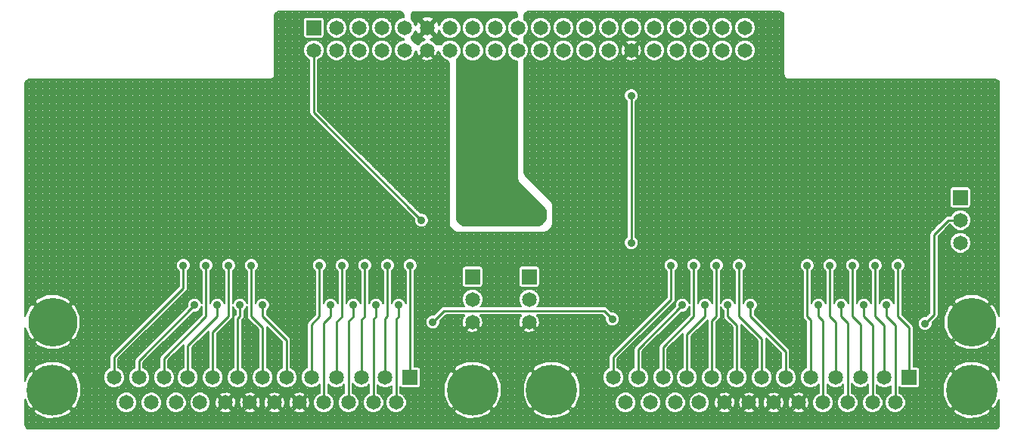
<source format=gbl>
G04 #@! TF.GenerationSoftware,KiCad,Pcbnew,no-vcs-found-7571~57~ubuntu17.04.1*
G04 #@! TF.CreationDate,2017-02-08T08:53:27+01:00*
G04 #@! TF.ProjectId,DE0-Nano_DB25,4445302D4E616E6F5F444232352E6B69,rev?*
G04 #@! TF.FileFunction,Copper,L2,Bot,Signal*
G04 #@! TF.FilePolarity,Positive*
%FSLAX46Y46*%
G04 Gerber Fmt 4.6, Leading zero omitted, Abs format (unit mm)*
G04 Created by KiCad (PCBNEW no-vcs-found-7571~57~ubuntu17.04.1) date Wed Feb  8 08:53:27 2017*
%MOMM*%
%LPD*%
G01*
G04 APERTURE LIST*
%ADD10C,0.152400*%
%ADD11R,1.651000X1.676400*%
%ADD12C,1.651000*%
%ADD13C,5.461000*%
%ADD14R,1.651000X1.651000*%
%ADD15C,5.715000*%
%ADD16C,0.889000*%
%ADD17C,0.254000*%
%ADD18C,0.200000*%
G04 APERTURE END LIST*
D10*
D11*
X50801569Y17782593D03*
D12*
X50801569Y15242593D03*
X50801569Y12702593D03*
D11*
X57151569Y17782593D03*
D12*
X57151569Y15242593D03*
X57151569Y12702593D03*
D11*
X105411569Y26672593D03*
D12*
X105411569Y24132593D03*
X105411569Y21592593D03*
D13*
X3811569Y12702593D03*
X106681569Y12702593D03*
D14*
X33021569Y45722593D03*
D12*
X33021569Y43182593D03*
X35561569Y45722593D03*
X35561569Y43182593D03*
X38101569Y45722593D03*
X38101569Y43182593D03*
X40641569Y45722593D03*
X40641569Y43182593D03*
X43181569Y45722593D03*
X43181569Y43182593D03*
X45721569Y45722593D03*
X45721569Y43182593D03*
X48261569Y45722593D03*
X48261569Y43182593D03*
X50801569Y45722593D03*
X50801569Y43182593D03*
X53341569Y45722593D03*
X53341569Y43182593D03*
X55881569Y45722593D03*
X55881569Y43182593D03*
X58421569Y45722593D03*
X58421569Y43182593D03*
X60961569Y45722593D03*
X60961569Y43182593D03*
X63501569Y45722593D03*
X63501569Y43182593D03*
X66041569Y45722593D03*
X66041569Y43182593D03*
X68581569Y45722593D03*
X68581569Y43182593D03*
X71121569Y45722593D03*
X71121569Y43182593D03*
X73661569Y45722593D03*
X73661569Y43182593D03*
X76201569Y45722593D03*
X76201569Y43182593D03*
X78741569Y45722593D03*
X78741569Y43182593D03*
X81281569Y45722593D03*
X81281569Y43182593D03*
D15*
X3786169Y5082593D03*
X50826969Y5082593D03*
D14*
X43816569Y6504993D03*
D12*
X41022569Y6504993D03*
X38355569Y6504993D03*
X35561569Y6504993D03*
X32767569Y6504993D03*
X29973569Y6504993D03*
X27306569Y6504993D03*
X24512569Y6504993D03*
X21718569Y6504993D03*
X18924569Y6504993D03*
X16257569Y6504993D03*
X13463569Y6504993D03*
X10669569Y6504993D03*
X42241769Y3660193D03*
X39701769Y3660193D03*
X36907769Y3660193D03*
X34164569Y3660193D03*
X31421369Y3660193D03*
X28627369Y3660193D03*
X25884169Y3660193D03*
X23140969Y3660193D03*
X20296169Y3660193D03*
X17603769Y3660193D03*
X14860569Y3660193D03*
X12066569Y3660193D03*
D15*
X59666169Y5082593D03*
X106706969Y5082593D03*
D14*
X99696569Y6504993D03*
D12*
X96902569Y6504993D03*
X94235569Y6504993D03*
X91441569Y6504993D03*
X88647569Y6504993D03*
X85853569Y6504993D03*
X83186569Y6504993D03*
X80392569Y6504993D03*
X77598569Y6504993D03*
X74804569Y6504993D03*
X72137569Y6504993D03*
X69343569Y6504993D03*
X66549569Y6504993D03*
X98121769Y3660193D03*
X95581769Y3660193D03*
X92787769Y3660193D03*
X90044569Y3660193D03*
X87301369Y3660193D03*
X84507369Y3660193D03*
X81764169Y3660193D03*
X79020969Y3660193D03*
X76176169Y3660193D03*
X73483769Y3660193D03*
X70740569Y3660193D03*
X67946569Y3660193D03*
D16*
X68581569Y38102593D03*
X68581569Y21592593D03*
X49531569Y24767593D03*
X50801569Y24767593D03*
X58421569Y24767593D03*
X57151569Y24767593D03*
X55881569Y24767593D03*
X52071569Y24767593D03*
X43816569Y19052593D03*
X42546569Y14607593D03*
X26036569Y19052593D03*
X24766569Y14607593D03*
X23496569Y19052593D03*
X22226569Y14607593D03*
X20956569Y19052593D03*
X19686569Y14607593D03*
X18416569Y19052593D03*
X41276569Y19052593D03*
X40006569Y14607593D03*
X38736569Y19052593D03*
X37466569Y14607593D03*
X36196569Y19052593D03*
X34926569Y14607593D03*
X33656569Y19052593D03*
X27306569Y14607593D03*
X98426569Y19052593D03*
X97156569Y14607593D03*
X80646569Y19052593D03*
X79376569Y14607593D03*
X78106569Y19052593D03*
X76836569Y14607593D03*
X75566569Y19052593D03*
X74296569Y14607593D03*
X73026569Y19052593D03*
X95886569Y19052593D03*
X94616569Y14607593D03*
X93346569Y19052593D03*
X92076569Y14607593D03*
X90806569Y19052593D03*
X89536569Y14607593D03*
X88266569Y19052593D03*
X81916569Y14607593D03*
X45086569Y24132593D03*
X46356569Y12702593D03*
X66461569Y13032593D03*
X101461569Y12532593D03*
X70961569Y9032593D03*
X67961569Y13032593D03*
X12461569Y13032593D03*
X33656569Y24132593D03*
X46356569Y19052593D03*
X28576569Y19052593D03*
X15876569Y24132593D03*
X70486569Y24132593D03*
X100966569Y19052593D03*
X83186569Y19052593D03*
X88266569Y24132593D03*
D17*
X68581569Y38102593D02*
X68581569Y21592593D01*
X43816569Y6504993D02*
X43816569Y19052593D01*
X42241769Y3660193D02*
X42241769Y13032793D01*
X42546569Y13337593D02*
X42546569Y14607593D01*
X42241769Y13032793D02*
X42546569Y13337593D01*
X27306569Y6504993D02*
X27306569Y12067593D01*
X26036569Y13337593D02*
X26036569Y19052593D01*
X27306569Y12067593D02*
X26036569Y13337593D01*
X24512569Y6504993D02*
X24512569Y13083593D01*
X24766569Y13337593D02*
X24766569Y14607593D01*
X24512569Y13083593D02*
X24766569Y13337593D01*
X21718569Y6504993D02*
X21718569Y11559593D01*
X23496569Y13337593D02*
X23496569Y19052593D01*
X21718569Y11559593D02*
X23496569Y13337593D01*
X18924569Y6504993D02*
X18924569Y10035593D01*
X22226569Y13337593D02*
X22226569Y14607593D01*
X18924569Y10035593D02*
X22226569Y13337593D01*
X16257569Y6504993D02*
X16257569Y8638593D01*
X20956569Y13337593D02*
X20956569Y19052593D01*
X16257569Y8638593D02*
X20956569Y13337593D01*
X19686569Y14607593D02*
X13463569Y8384593D01*
X13463569Y6504993D02*
X13463569Y8384593D01*
X10669569Y6504993D02*
X10669569Y8765593D01*
X18416569Y16512593D02*
X18416569Y19052593D01*
X10669569Y8765593D02*
X18416569Y16512593D01*
X41022569Y6504993D02*
X41022569Y13083593D01*
X41276569Y13337593D02*
X41276569Y19052593D01*
X41022569Y13083593D02*
X41276569Y13337593D01*
X39701769Y3660193D02*
X39701769Y13032793D01*
X40006569Y13337593D02*
X40006569Y14607593D01*
X39701769Y13032793D02*
X40006569Y13337593D01*
X38355569Y6504993D02*
X38355569Y12956593D01*
X38736569Y13337593D02*
X38736569Y19052593D01*
X38355569Y12956593D02*
X38736569Y13337593D01*
X36907769Y3660193D02*
X36907769Y12778793D01*
X37466569Y13337593D02*
X37466569Y14607593D01*
X36907769Y12778793D02*
X37466569Y13337593D01*
X35561569Y12702593D02*
X36196569Y13337593D01*
X36196569Y13337593D02*
X36196569Y19052593D01*
X35561569Y6504993D02*
X35561569Y12702593D01*
X34164569Y3660193D02*
X34164569Y12575593D01*
X34926569Y13337593D02*
X34926569Y14607593D01*
X34164569Y12575593D02*
X34926569Y13337593D01*
X32767569Y6504993D02*
X32767569Y12448593D01*
X33656569Y13337593D02*
X33656569Y19052593D01*
X32767569Y12448593D02*
X33656569Y13337593D01*
X29973569Y6504993D02*
X29973569Y10670593D01*
X27306569Y13337593D02*
X27306569Y14607593D01*
X29973569Y10670593D02*
X27306569Y13337593D01*
X99696569Y6504993D02*
X99696569Y12067593D01*
X98426569Y13337593D02*
X98426569Y19052593D01*
X99696569Y12067593D02*
X98426569Y13337593D01*
X98121769Y3660193D02*
X98121769Y12372393D01*
X97156569Y13337593D02*
X97156569Y14607593D01*
X98121769Y12372393D02*
X97156569Y13337593D01*
X83186569Y6504993D02*
X83186569Y10797593D01*
X80646569Y13337593D02*
X80646569Y19052593D01*
X83186569Y10797593D02*
X80646569Y13337593D01*
X80392569Y6504993D02*
X80392569Y12321593D01*
X79376569Y13337593D02*
X79376569Y14607593D01*
X80392569Y12321593D02*
X79376569Y13337593D01*
X77598569Y6504993D02*
X77598569Y12829593D01*
X78106569Y13337593D02*
X78106569Y19052593D01*
X77598569Y12829593D02*
X78106569Y13337593D01*
X74804569Y6504993D02*
X74804569Y11305593D01*
X76836569Y13337593D02*
X76836569Y14607593D01*
X74804569Y11305593D02*
X76836569Y13337593D01*
X72137569Y6504993D02*
X72137569Y9908593D01*
X75566569Y13337593D02*
X75566569Y19052593D01*
X72137569Y9908593D02*
X75566569Y13337593D01*
X69343569Y6504993D02*
X69343569Y9654593D01*
X69343569Y9654593D02*
X74296569Y14607593D01*
X66549569Y6504993D02*
X66549569Y8765593D01*
X73026569Y15242593D02*
X73026569Y19052593D01*
X66549569Y8765593D02*
X73026569Y15242593D01*
X96902569Y6504993D02*
X96902569Y12321593D01*
X95886569Y13337593D02*
X95886569Y19052593D01*
X96902569Y12321593D02*
X95886569Y13337593D01*
X95581769Y3660193D02*
X95581769Y12372393D01*
X94616569Y13337593D02*
X94616569Y14607593D01*
X95581769Y12372393D02*
X94616569Y13337593D01*
X94235569Y6504993D02*
X94235569Y12448593D01*
X93346569Y13337593D02*
X93346569Y19052593D01*
X94235569Y12448593D02*
X93346569Y13337593D01*
X92787769Y3660193D02*
X92787769Y12626393D01*
X92076569Y13337593D02*
X92076569Y14607593D01*
X92787769Y12626393D02*
X92076569Y13337593D01*
X91441569Y6504993D02*
X91441569Y12702593D01*
X90806569Y13337593D02*
X90806569Y19052593D01*
X91441569Y12702593D02*
X90806569Y13337593D01*
X90044569Y3660193D02*
X90044569Y12829593D01*
X89536569Y13337593D02*
X89536569Y14607593D01*
X90044569Y12829593D02*
X89536569Y13337593D01*
X88647569Y6504993D02*
X88647569Y12956593D01*
X88266569Y13337593D02*
X88266569Y19052593D01*
X88647569Y12956593D02*
X88266569Y13337593D01*
X85853569Y6504993D02*
X85853569Y9400593D01*
X81916569Y13337593D02*
X81916569Y14607593D01*
X85853569Y9400593D02*
X81916569Y13337593D01*
X33021569Y43182593D02*
X33021569Y36197593D01*
X33021569Y36197593D02*
X45086569Y24132593D01*
X46356569Y12702593D02*
X47626569Y13972593D01*
X66461569Y13032593D02*
X65521569Y13972593D01*
X65521569Y13972593D02*
X48896569Y13972593D01*
X47626569Y13972593D02*
X48896569Y13972593D01*
X104061569Y24132593D02*
X105411569Y24132593D01*
X102461569Y13532593D02*
X101461569Y12532593D01*
X102461569Y22532593D02*
X102461569Y13532593D01*
X104061569Y24132593D02*
X102461569Y22532593D01*
X55369060Y47500593D02*
X44329078Y47500593D01*
X55725884Y47259293D02*
X43972253Y47259293D01*
X45331866Y47017993D02*
X43943569Y47017993D01*
X55754569Y47017993D02*
X46057646Y47017993D01*
X44982897Y46776693D02*
X43943569Y46776693D01*
X47537866Y46776693D02*
X46460242Y46776693D01*
X50077866Y46776693D02*
X48985849Y46776693D01*
X52617866Y46776693D02*
X51525849Y46776693D01*
X55157866Y46776693D02*
X54065849Y46776693D01*
X45088374Y46535393D02*
X44146729Y46535393D01*
X47296145Y46535393D02*
X46354764Y46535393D01*
X49836145Y46535393D02*
X49226728Y46535393D01*
X52376145Y46535393D02*
X51766728Y46535393D01*
X54916145Y46535393D02*
X54306728Y46535393D01*
X44509031Y46294093D02*
X44305831Y46294093D01*
X45329674Y46294093D02*
X44970464Y46294093D01*
X46472674Y46294093D02*
X46113464Y46294093D01*
X47137492Y46294093D02*
X46941667Y46294093D01*
X49677492Y46294093D02*
X49385831Y46294093D01*
X52217492Y46294093D02*
X51925831Y46294093D01*
X54757492Y46294093D02*
X54465831Y46294093D01*
X44424101Y46052793D02*
X44405534Y46052793D01*
X45570974Y46052793D02*
X45211764Y46052793D01*
X46231374Y46052793D02*
X45872164Y46052793D01*
X49577296Y46052793D02*
X49485534Y46052793D01*
X52117296Y46052793D02*
X52025534Y46052793D01*
X54657296Y46052793D02*
X54565534Y46052793D01*
X45990074Y45811493D02*
X45453064Y45811493D01*
X49544347Y45811493D02*
X49518946Y45811493D01*
X52084347Y45811493D02*
X52058946Y45811493D01*
X54624347Y45811493D02*
X54598947Y45811493D01*
X46053574Y45570193D02*
X45389564Y45570193D01*
X49544136Y45570193D02*
X49518735Y45570193D01*
X52084136Y45570193D02*
X52058735Y45570193D01*
X54624136Y45570193D02*
X54598736Y45570193D01*
X44427824Y45328893D02*
X44379474Y45328893D01*
X45507474Y45328893D02*
X45148264Y45328893D01*
X46294874Y45328893D02*
X45935664Y45328893D01*
X47063841Y45328893D02*
X46996687Y45328893D01*
X49603841Y45328893D02*
X49459474Y45328893D01*
X52143841Y45328893D02*
X51999474Y45328893D01*
X54683841Y45328893D02*
X54539474Y45328893D01*
X44527774Y45087593D02*
X44279278Y45087593D01*
X45266174Y45087593D02*
X44906964Y45087593D01*
X46536174Y45087593D02*
X46176964Y45087593D01*
X47163544Y45087593D02*
X46911758Y45087593D01*
X49703544Y45087593D02*
X49359278Y45087593D01*
X52243544Y45087593D02*
X51899278Y45087593D01*
X54783544Y45087593D02*
X54439278Y45087593D01*
X45024874Y44846293D02*
X44083382Y44846293D01*
X47359799Y44846293D02*
X46418264Y44846293D01*
X49899799Y44846293D02*
X49163383Y44846293D01*
X52439799Y44846293D02*
X51703383Y44846293D01*
X54979799Y44846293D02*
X54243383Y44846293D01*
X45008002Y44604993D02*
X43956939Y44604993D01*
X47674470Y44604993D02*
X46435135Y44604993D01*
X50214470Y44604993D02*
X48849192Y44604993D01*
X52754470Y44604993D02*
X51389192Y44604993D01*
X55294470Y44604993D02*
X53929192Y44604993D01*
X45287628Y44363693D02*
X44085075Y44363693D01*
X47827628Y44363693D02*
X46155743Y44363693D01*
X50367628Y44363693D02*
X48695743Y44363693D01*
X52907628Y44363693D02*
X51235743Y44363693D01*
X55447628Y44363693D02*
X53775743Y44363693D01*
X44883366Y44122393D02*
X44326375Y44122393D01*
X47423366Y44122393D02*
X46559950Y44122393D01*
X49963366Y44122393D02*
X49099950Y44122393D01*
X52503366Y44122393D02*
X51639950Y44122393D01*
X55043366Y44122393D02*
X54179950Y44122393D01*
X49730227Y43881093D02*
X49333356Y43881093D01*
X52270227Y43881093D02*
X51873356Y43881093D01*
X54810227Y43881093D02*
X54413356Y43881093D01*
X49630031Y43639793D02*
X49433059Y43639793D01*
X52170031Y43639793D02*
X51973059Y43639793D01*
X54710031Y43639793D02*
X54513059Y43639793D01*
X49544458Y43398493D02*
X49519058Y43398493D01*
X52084458Y43398493D02*
X52059058Y43398493D01*
X54624458Y43398493D02*
X54599058Y43398493D01*
X49544247Y43157193D02*
X49518846Y43157193D01*
X52084247Y43157193D02*
X52058846Y43157193D01*
X54624247Y43157193D02*
X54598847Y43157193D01*
X49551366Y42915893D02*
X49512209Y42915893D01*
X52091366Y42915893D02*
X52052209Y42915893D01*
X54631366Y42915893D02*
X54592209Y42915893D01*
X49651069Y42674593D02*
X49412013Y42674593D01*
X52191069Y42674593D02*
X51952013Y42674593D01*
X54731069Y42674593D02*
X54492013Y42674593D01*
X49773020Y42433293D02*
X49290604Y42433293D01*
X52313020Y42433293D02*
X51830604Y42433293D01*
X54853020Y42433293D02*
X54370604Y42433293D01*
X50013900Y42191993D02*
X49048883Y42191993D01*
X52553900Y42191993D02*
X51588883Y42191993D01*
X55093900Y42191993D02*
X54128883Y42191993D01*
X50489736Y41950693D02*
X49023569Y41950693D01*
X53029736Y41950693D02*
X51112564Y41950693D01*
X55569736Y41950693D02*
X53652564Y41950693D01*
X55754569Y41709393D02*
X49023569Y41709393D01*
X55754569Y41468093D02*
X49023569Y41468093D01*
X55754569Y41226793D02*
X49023569Y41226793D01*
X55754569Y40985493D02*
X49023569Y40985493D01*
X55754569Y40744193D02*
X49023569Y40744193D01*
X55754569Y40502893D02*
X49023569Y40502893D01*
X55754569Y40261593D02*
X49023569Y40261593D01*
X55754569Y40020293D02*
X49023569Y40020293D01*
X55754569Y39778993D02*
X49023569Y39778993D01*
X55754569Y39537693D02*
X49023569Y39537693D01*
X55754569Y39296393D02*
X49023569Y39296393D01*
X55754569Y39055093D02*
X49023569Y39055093D01*
X55754569Y38813793D02*
X49023569Y38813793D01*
X55754569Y38572493D02*
X49023569Y38572493D01*
X55754569Y38331193D02*
X49023569Y38331193D01*
X55754569Y38089893D02*
X49023569Y38089893D01*
X55754569Y37848593D02*
X49023569Y37848593D01*
X55754569Y37607293D02*
X49023569Y37607293D01*
X55754569Y37365993D02*
X49023569Y37365993D01*
X55754569Y37124693D02*
X49023569Y37124693D01*
X55754569Y36883393D02*
X49023569Y36883393D01*
X55754569Y36642093D02*
X49023569Y36642093D01*
X55754569Y36400793D02*
X49023569Y36400793D01*
X55754569Y36159493D02*
X49023569Y36159493D01*
X55754569Y35918193D02*
X49023569Y35918193D01*
X55754569Y35676893D02*
X49023569Y35676893D01*
X55754569Y35435593D02*
X49023569Y35435593D01*
X55754569Y35194293D02*
X49023569Y35194293D01*
X55754569Y34952993D02*
X49023569Y34952993D01*
X55754569Y34711693D02*
X49023569Y34711693D01*
X55754569Y34470393D02*
X49023569Y34470393D01*
X55754569Y34229093D02*
X49023569Y34229093D01*
X55754569Y33987793D02*
X49023569Y33987793D01*
X55754569Y33746493D02*
X49023569Y33746493D01*
X55754569Y33505193D02*
X49023569Y33505193D01*
X55754569Y33263893D02*
X49023569Y33263893D01*
X55754569Y33022593D02*
X49023569Y33022593D01*
X55754569Y32781293D02*
X49023569Y32781293D01*
X55754569Y32539993D02*
X49023569Y32539993D01*
X55754569Y32298693D02*
X49023569Y32298693D01*
X55754569Y32057393D02*
X49023569Y32057393D01*
X55754569Y31816093D02*
X49023569Y31816093D01*
X55754569Y31574793D02*
X49023569Y31574793D01*
X55754569Y31333493D02*
X49023569Y31333493D01*
X55754569Y31092193D02*
X49023569Y31092193D01*
X55754569Y30850893D02*
X49023569Y30850893D01*
X55754569Y30609593D02*
X49023569Y30609593D01*
X55754569Y30368293D02*
X49023569Y30368293D01*
X55754569Y30126993D02*
X49023569Y30126993D01*
X55754569Y29885693D02*
X49023569Y29885693D01*
X55754569Y29644393D02*
X49023569Y29644393D01*
X55754569Y29403093D02*
X49023569Y29403093D01*
X55754569Y29161793D02*
X49023569Y29161793D01*
X55754569Y28920493D02*
X49023569Y28920493D01*
X55773067Y28679193D02*
X49023569Y28679193D01*
X55870765Y28437893D02*
X49023569Y28437893D01*
X56082963Y28196593D02*
X49023569Y28196593D01*
X56324263Y27955293D02*
X49023569Y27955293D01*
X56565563Y27713993D02*
X49023569Y27713993D01*
X56806863Y27472693D02*
X49023569Y27472693D01*
X57048163Y27231393D02*
X49023569Y27231393D01*
X57289463Y26990093D02*
X49023569Y26990093D01*
X57530763Y26748793D02*
X49023569Y26748793D01*
X57772063Y26507493D02*
X49023569Y26507493D01*
X58013363Y26266193D02*
X49023569Y26266193D01*
X58254663Y26024893D02*
X49023569Y26024893D01*
X58495963Y25783593D02*
X49023569Y25783593D01*
X58737263Y25542293D02*
X49023569Y25542293D01*
X58906094Y25300993D02*
X49023569Y25300993D01*
X58929569Y25059693D02*
X49023569Y25059693D01*
X58929569Y24818393D02*
X49023569Y24818393D01*
X58929569Y24577093D02*
X49023569Y24577093D01*
X58926304Y24335793D02*
X49026835Y24335793D01*
X58829775Y24094493D02*
X49123364Y24094493D01*
X58597563Y23853193D02*
X49355575Y23853193D01*
X58929569Y24352209D02*
X58929569Y25182977D01*
X58688269Y23943899D02*
X58688269Y25591287D01*
X58446969Y23715902D02*
X58446969Y25832587D01*
X58205669Y23625333D02*
X58205669Y26073887D01*
X57964369Y23624593D02*
X57964369Y26315187D01*
X57723069Y23624593D02*
X57723069Y26556487D01*
X57481769Y23624593D02*
X57481769Y26797787D01*
X57240469Y23624593D02*
X57240469Y27039087D01*
X56999169Y23624593D02*
X56999169Y27280387D01*
X56757869Y23624593D02*
X56757869Y27521687D01*
X56516569Y23624593D02*
X56516569Y27762987D01*
X56275269Y23624593D02*
X56275269Y28004287D01*
X56033969Y23624593D02*
X56033969Y28245587D01*
X55792669Y23624593D02*
X55792669Y28580648D01*
X55551369Y46946558D02*
X55551369Y47451186D01*
X55551369Y44406558D02*
X55551369Y44498320D01*
X55551369Y23624593D02*
X55551369Y41958320D01*
X55310069Y46846855D02*
X55310069Y47500593D01*
X55310069Y44306855D02*
X55310069Y44598516D01*
X55310069Y23624593D02*
X55310069Y42058516D01*
X55068769Y46687752D02*
X55068769Y47500593D01*
X55068769Y44147752D02*
X55068769Y44757169D01*
X55068769Y23624593D02*
X55068769Y42217169D01*
X54827469Y46446873D02*
X54827469Y47500593D01*
X54827469Y43906873D02*
X54827469Y44998890D01*
X54827469Y23624593D02*
X54827469Y42458890D01*
X54586169Y46002852D02*
X54586169Y47500593D01*
X54586169Y43462852D02*
X54586169Y45441345D01*
X54586169Y23624593D02*
X54586169Y42901345D01*
X54344869Y46497185D02*
X54344869Y47500593D01*
X54344869Y43957185D02*
X54344869Y44947602D01*
X54344869Y23624593D02*
X54344869Y42407602D01*
X54103569Y46738906D02*
X54103569Y47500593D01*
X54103569Y44198906D02*
X54103569Y44706722D01*
X54103569Y23624593D02*
X54103569Y42166722D01*
X53862269Y46867763D02*
X53862269Y47500593D01*
X53862269Y44327763D02*
X53862269Y44577340D01*
X53862269Y23624593D02*
X53862269Y42037340D01*
X53620969Y46967960D02*
X53620969Y47500593D01*
X53620969Y44427960D02*
X53620969Y44477638D01*
X53620969Y23624593D02*
X53620969Y41937638D01*
X53379669Y46979860D02*
X53379669Y47500593D01*
X53379669Y44439860D02*
X53379669Y44465260D01*
X53379669Y23624593D02*
X53379669Y41925260D01*
X53138369Y46980070D02*
X53138369Y47500593D01*
X53138369Y44440070D02*
X53138369Y44465471D01*
X53138369Y23624593D02*
X53138369Y41925471D01*
X52897069Y46899331D02*
X52897069Y47500593D01*
X52897069Y44359331D02*
X52897069Y44545782D01*
X52897069Y23624593D02*
X52897069Y42005782D01*
X52655769Y46799628D02*
X52655769Y47500593D01*
X52655769Y44259628D02*
X52655769Y44645978D01*
X52655769Y23624593D02*
X52655769Y42105978D01*
X52414469Y46573652D02*
X52414469Y47500593D01*
X52414469Y44033652D02*
X52414469Y44871668D01*
X52414469Y23624593D02*
X52414469Y42331668D01*
X52173169Y46187352D02*
X52173169Y47500593D01*
X52173169Y43647352D02*
X52173169Y45257916D01*
X52173169Y23624593D02*
X52173169Y42717916D01*
X51931869Y46279479D02*
X51931869Y47500593D01*
X51931869Y43739479D02*
X51931869Y45166079D01*
X51931869Y23624593D02*
X51931869Y42626079D01*
X51690569Y46611684D02*
X51690569Y47500593D01*
X51690569Y44071684D02*
X51690569Y44833501D01*
X51690569Y23624593D02*
X51690569Y42293501D01*
X51449269Y46815029D02*
X51449269Y47500593D01*
X51449269Y44275029D02*
X51449269Y44629816D01*
X51449269Y23624593D02*
X51449269Y42089816D01*
X51207969Y46915225D02*
X51207969Y47500593D01*
X51207969Y44375225D02*
X51207969Y44530113D01*
X51207969Y23624593D02*
X51207969Y41990113D01*
X50966669Y46979749D02*
X50966669Y47500593D01*
X50966669Y44439749D02*
X50966669Y44465149D01*
X50966669Y23624593D02*
X50966669Y41925149D01*
X50725369Y46979960D02*
X50725369Y47500593D01*
X50725369Y44439960D02*
X50725369Y44465360D01*
X50725369Y23624593D02*
X50725369Y41925360D01*
X50484069Y46951806D02*
X50484069Y47500593D01*
X50484069Y44411806D02*
X50484069Y44493047D01*
X50484069Y23624593D02*
X50484069Y41953047D01*
X50242769Y46852103D02*
X50242769Y47500593D01*
X50242769Y44312103D02*
X50242769Y44593243D01*
X50242769Y23624593D02*
X50242769Y42053243D01*
X50001469Y46700430D02*
X50001469Y47500593D01*
X50001469Y44160430D02*
X50001469Y44744446D01*
X50001469Y23624593D02*
X50001469Y42204446D01*
X49760169Y46459551D02*
X49760169Y47500593D01*
X49760169Y43919551D02*
X49760169Y44986168D01*
X49760169Y23624593D02*
X49760169Y42446168D01*
X49518869Y45972115D02*
X49518869Y47500593D01*
X49518869Y45473598D02*
X49518869Y45722592D01*
X49518869Y43432115D02*
X49518869Y45473598D01*
X49518869Y42933598D02*
X49518869Y43182592D01*
X49518869Y23707415D02*
X49518869Y42933598D01*
X49277569Y46484463D02*
X49277569Y47500593D01*
X49277569Y43944463D02*
X49277569Y44960279D01*
X49277569Y23931199D02*
X49277569Y42420279D01*
X49036269Y46726184D02*
X49036269Y47500593D01*
X49036269Y44186184D02*
X49036269Y44719400D01*
X49036269Y24288360D02*
X49036269Y42179400D01*
X48794969Y46862490D02*
X48794969Y47500593D01*
X48794969Y44322490D02*
X48794969Y44582588D01*
X48553669Y46962686D02*
X48553669Y47500593D01*
X48553669Y44422686D02*
X48553669Y44482885D01*
X48312369Y46979849D02*
X48312369Y47500593D01*
X48312369Y44439849D02*
X48312369Y44465249D01*
X48071069Y46980059D02*
X48071069Y47500593D01*
X48071069Y44440059D02*
X48071069Y44465459D01*
X47829769Y46904578D02*
X47829769Y47500593D01*
X47829769Y44364578D02*
X47829769Y44540508D01*
X47588469Y46804875D02*
X47588469Y47500593D01*
X47588469Y44264875D02*
X47588469Y44640704D01*
X47347169Y46586330D02*
X47347169Y47500593D01*
X47347169Y44046330D02*
X47347169Y44858946D01*
X47105869Y46217937D02*
X47105869Y47500593D01*
X47105869Y43944593D02*
X47105869Y45227180D01*
X46864569Y46426117D02*
X46864569Y47500593D01*
X46864569Y43944593D02*
X46864569Y45019068D01*
X46623269Y46444688D02*
X46623269Y47500593D01*
X46623269Y44058962D02*
X46623269Y45000498D01*
X46381969Y46903842D02*
X46381969Y47500593D01*
X46381969Y46203388D02*
X46381969Y46562598D01*
X46381969Y44882588D02*
X46381969Y45241798D01*
X46381969Y44269755D02*
X46381969Y44539319D01*
X46140669Y46988771D02*
X46140669Y47500593D01*
X46140669Y45962088D02*
X46140669Y46321298D01*
X46140669Y45123888D02*
X46140669Y45483098D01*
X46140669Y44369951D02*
X46140669Y44439369D01*
X45899369Y47067721D02*
X45899369Y47500593D01*
X45899369Y45722593D02*
X45899369Y46079998D01*
X45899369Y45365188D02*
X45899369Y45722593D01*
X45658069Y47054611D02*
X45658069Y47500593D01*
X45658069Y45722593D02*
X45658069Y45965698D01*
X45658069Y45479488D02*
X45658069Y45722593D01*
X45416769Y47041502D02*
X45416769Y47500593D01*
X45416769Y45847788D02*
X45416769Y46206998D01*
X45416769Y45238188D02*
X45416769Y45597398D01*
X45175469Y46953212D02*
X45175469Y47500593D01*
X45175469Y46089088D02*
X45175469Y46448298D01*
X45175469Y44996888D02*
X45175469Y45356098D01*
X45175469Y44317350D02*
X45175469Y44501115D01*
X44934169Y46679354D02*
X44934169Y47500593D01*
X44934169Y46330388D02*
X44934169Y46679354D01*
X44934169Y44173108D02*
X44934169Y45114798D01*
X44692869Y46679354D02*
X44692869Y47500593D01*
X44692869Y46471308D02*
X44692869Y46679354D01*
X44692869Y43944593D02*
X44692869Y44973879D01*
X44451569Y46679354D02*
X44451569Y47500593D01*
X44451569Y46130836D02*
X44451569Y46679354D01*
X44451569Y44018929D02*
X44451569Y45271569D01*
X44210269Y46679354D02*
X44210269Y47476960D01*
X44210269Y46471741D02*
X44210269Y46679354D01*
X44210269Y44238499D02*
X44210269Y44972957D01*
X43968969Y46713462D02*
X43968969Y47242778D01*
X43968969Y44544512D02*
X43968969Y44732078D01*
X55523359Y47469901D02*
X55643560Y47389584D01*
X55723877Y47269383D01*
X55754569Y47115084D01*
X55754569Y46980004D01*
X55632574Y46980111D01*
X55170296Y46789102D01*
X54816303Y46435726D01*
X54624488Y45973783D01*
X54624051Y45473598D01*
X54815060Y45011320D01*
X55168436Y44657327D01*
X55630379Y44465512D01*
X55754569Y44465403D01*
X55754569Y44440004D01*
X55632574Y44440111D01*
X55170296Y44249102D01*
X54816303Y43895726D01*
X54624488Y43433783D01*
X54624051Y42933598D01*
X54815060Y42471320D01*
X55168436Y42117327D01*
X55630379Y41925512D01*
X55754569Y41925403D01*
X55754569Y28784700D01*
X55757009Y28759924D01*
X55795069Y28568582D01*
X55814032Y28522800D01*
X55922419Y28360588D01*
X55938213Y28341343D01*
X58811474Y25468082D01*
X58898878Y25337274D01*
X58929569Y25182977D01*
X58929569Y24352209D01*
X58898878Y24197912D01*
X58811474Y24067104D01*
X58487058Y23742688D01*
X58356250Y23655284D01*
X58201953Y23624593D01*
X49751185Y23624593D01*
X49596888Y23655284D01*
X49466080Y23742688D01*
X49141664Y24067104D01*
X49054260Y24197912D01*
X49023569Y24352209D01*
X49023569Y42166723D01*
X49326835Y42469460D01*
X49518650Y42931403D01*
X49518651Y42933598D01*
X49544051Y42933598D01*
X49735060Y42471320D01*
X50088436Y42117327D01*
X50550379Y41925512D01*
X51050564Y41925075D01*
X51512842Y42116084D01*
X51866835Y42469460D01*
X52058650Y42931403D01*
X52058651Y42933598D01*
X52084051Y42933598D01*
X52275060Y42471320D01*
X52628436Y42117327D01*
X53090379Y41925512D01*
X53590564Y41925075D01*
X54052842Y42116084D01*
X54406835Y42469460D01*
X54598650Y42931403D01*
X54599087Y43431588D01*
X54408078Y43893866D01*
X54054702Y44247859D01*
X53592759Y44439674D01*
X53092574Y44440111D01*
X52630296Y44249102D01*
X52276303Y43895726D01*
X52084488Y43433783D01*
X52084051Y42933598D01*
X52058651Y42933598D01*
X52059087Y43431588D01*
X51868078Y43893866D01*
X51514702Y44247859D01*
X51052759Y44439674D01*
X50552574Y44440111D01*
X50090296Y44249102D01*
X49736303Y43895726D01*
X49544488Y43433783D01*
X49544051Y42933598D01*
X49518651Y42933598D01*
X49519087Y43431588D01*
X49328078Y43893866D01*
X48974702Y44247859D01*
X48512759Y44439674D01*
X48012574Y44440111D01*
X47550296Y44249102D01*
X47245255Y43944593D01*
X46737439Y43944593D01*
X46434702Y44247859D01*
X46055606Y44405273D01*
X46058768Y44405445D01*
X46414498Y44552793D01*
X46498725Y44765832D01*
X45721569Y45542988D01*
X44944413Y44765832D01*
X45028640Y44552793D01*
X45415634Y44416584D01*
X45010296Y44249102D01*
X44705255Y43944593D01*
X44671185Y43944593D01*
X44516888Y43975284D01*
X44386080Y44062688D01*
X44061664Y44387104D01*
X43974260Y44517912D01*
X43943569Y44672209D01*
X43943569Y44706723D01*
X44246835Y45009460D01*
X44404249Y45388556D01*
X44404421Y45385394D01*
X44551769Y45029664D01*
X44764808Y44945437D01*
X45541964Y45722593D01*
X45901174Y45722593D01*
X46678330Y44945437D01*
X46891369Y45029664D01*
X47027578Y45416658D01*
X47195060Y45011320D01*
X47548436Y44657327D01*
X48010379Y44465512D01*
X48510564Y44465075D01*
X48972842Y44656084D01*
X49326835Y45009460D01*
X49518650Y45471403D01*
X49518651Y45473598D01*
X49544051Y45473598D01*
X49735060Y45011320D01*
X50088436Y44657327D01*
X50550379Y44465512D01*
X51050564Y44465075D01*
X51512842Y44656084D01*
X51866835Y45009460D01*
X52058650Y45471403D01*
X52058651Y45473598D01*
X52084051Y45473598D01*
X52275060Y45011320D01*
X52628436Y44657327D01*
X53090379Y44465512D01*
X53590564Y44465075D01*
X54052842Y44656084D01*
X54406835Y45009460D01*
X54598650Y45471403D01*
X54599087Y45971588D01*
X54408078Y46433866D01*
X54054702Y46787859D01*
X53592759Y46979674D01*
X53092574Y46980111D01*
X52630296Y46789102D01*
X52276303Y46435726D01*
X52084488Y45973783D01*
X52084051Y45473598D01*
X52058651Y45473598D01*
X52059087Y45971588D01*
X51868078Y46433866D01*
X51514702Y46787859D01*
X51052759Y46979674D01*
X50552574Y46980111D01*
X50090296Y46789102D01*
X49736303Y46435726D01*
X49544488Y45973783D01*
X49544051Y45473598D01*
X49518651Y45473598D01*
X49519087Y45971588D01*
X49328078Y46433866D01*
X48974702Y46787859D01*
X48512759Y46979674D01*
X48012574Y46980111D01*
X47550296Y46789102D01*
X47196303Y46435726D01*
X47038889Y46056630D01*
X47038717Y46059792D01*
X46891369Y46415522D01*
X46678330Y46499749D01*
X45901174Y45722593D01*
X45541964Y45722593D01*
X44764808Y46499749D01*
X44551769Y46415522D01*
X44415560Y46028528D01*
X44248078Y46433866D01*
X44003019Y46679354D01*
X44944413Y46679354D01*
X45721569Y45902198D01*
X46498725Y46679354D01*
X46414498Y46892393D01*
X45914089Y47068520D01*
X45384370Y47039741D01*
X45028640Y46892393D01*
X44944413Y46679354D01*
X44003019Y46679354D01*
X43943569Y46738907D01*
X43943569Y47115084D01*
X43974261Y47269383D01*
X44054578Y47389584D01*
X44174779Y47469901D01*
X44329078Y47500593D01*
X55369060Y47500593D01*
X55523359Y47469901D01*
D18*
X42671718Y47527593D02*
X29086420Y47527593D01*
X85216718Y47527593D02*
X57026420Y47527593D01*
X43010772Y47337593D02*
X28747365Y47337593D01*
X85555772Y47337593D02*
X56687365Y47337593D01*
X43075631Y47147593D02*
X28682506Y47147593D01*
X85620631Y47147593D02*
X56622506Y47147593D01*
X43081569Y46957593D02*
X28676569Y46957593D01*
X85626569Y46957593D02*
X56616569Y46957593D01*
X31916982Y46767593D02*
X28676569Y46767593D01*
X35001971Y46767593D02*
X34126157Y46767593D01*
X37541971Y46767593D02*
X36120635Y46767593D01*
X40081971Y46767593D02*
X38660635Y46767593D01*
X42621971Y46767593D02*
X41200635Y46767593D01*
X57861971Y46767593D02*
X56616569Y46767593D01*
X60401971Y46767593D02*
X58980635Y46767593D01*
X62941971Y46767593D02*
X61520635Y46767593D01*
X65481971Y46767593D02*
X64060635Y46767593D01*
X68021971Y46767593D02*
X66600635Y46767593D01*
X70561971Y46767593D02*
X69140635Y46767593D01*
X73101971Y46767593D02*
X71680635Y46767593D01*
X75641971Y46767593D02*
X74220635Y46767593D01*
X78181971Y46767593D02*
X76760635Y46767593D01*
X80721971Y46767593D02*
X79300635Y46767593D01*
X85626569Y46767593D02*
X81840635Y46767593D01*
X31841003Y46577593D02*
X28676569Y46577593D01*
X34748540Y46577593D02*
X34202136Y46577593D01*
X37288540Y46577593D02*
X36374672Y46577593D01*
X39828540Y46577593D02*
X38914672Y46577593D01*
X42368540Y46577593D02*
X41454672Y46577593D01*
X57608540Y46577593D02*
X56694673Y46577593D01*
X60148540Y46577593D02*
X59234672Y46577593D01*
X62688540Y46577593D02*
X61774672Y46577593D01*
X65228540Y46577593D02*
X64314672Y46577593D01*
X67768540Y46577593D02*
X66854672Y46577593D01*
X70308540Y46577593D02*
X69394672Y46577593D01*
X72848540Y46577593D02*
X71934672Y46577593D01*
X75388540Y46577593D02*
X74474672Y46577593D01*
X77928540Y46577593D02*
X77014672Y46577593D01*
X80468540Y46577593D02*
X79554672Y46577593D01*
X85626569Y46577593D02*
X82094672Y46577593D01*
X31835134Y46387593D02*
X28676569Y46387593D01*
X34560557Y46387593D02*
X34208004Y46387593D01*
X37100557Y46387593D02*
X36563018Y46387593D01*
X39640557Y46387593D02*
X39103018Y46387593D01*
X42180557Y46387593D02*
X41643018Y46387593D01*
X57420557Y46387593D02*
X56883018Y46387593D01*
X59960557Y46387593D02*
X59423018Y46387593D01*
X62500557Y46387593D02*
X61963018Y46387593D01*
X65040557Y46387593D02*
X64503018Y46387593D01*
X67580557Y46387593D02*
X67043018Y46387593D01*
X70120557Y46387593D02*
X69583018Y46387593D01*
X72660557Y46387593D02*
X72123018Y46387593D01*
X75200557Y46387593D02*
X74663018Y46387593D01*
X77740557Y46387593D02*
X77203018Y46387593D01*
X80280557Y46387593D02*
X79743018Y46387593D01*
X85626569Y46387593D02*
X82283018Y46387593D01*
X31835134Y46197593D02*
X28676569Y46197593D01*
X34481663Y46197593D02*
X34208004Y46197593D01*
X37021663Y46197593D02*
X36641525Y46197593D01*
X39561663Y46197593D02*
X39181525Y46197593D01*
X42101663Y46197593D02*
X41721525Y46197593D01*
X57341663Y46197593D02*
X56961525Y46197593D01*
X59881663Y46197593D02*
X59501525Y46197593D01*
X62421663Y46197593D02*
X62041525Y46197593D01*
X64961663Y46197593D02*
X64581525Y46197593D01*
X67501663Y46197593D02*
X67121525Y46197593D01*
X70041663Y46197593D02*
X69661525Y46197593D01*
X72581663Y46197593D02*
X72201525Y46197593D01*
X75121663Y46197593D02*
X74741525Y46197593D01*
X77661663Y46197593D02*
X77281525Y46197593D01*
X80201663Y46197593D02*
X79821525Y46197593D01*
X85626569Y46197593D02*
X82361525Y46197593D01*
X31835134Y46007593D02*
X28676569Y46007593D01*
X34402768Y46007593D02*
X34208004Y46007593D01*
X36942768Y46007593D02*
X36720031Y46007593D01*
X39482768Y46007593D02*
X39260031Y46007593D01*
X42022768Y46007593D02*
X41800031Y46007593D01*
X57262768Y46007593D02*
X57040031Y46007593D01*
X59802768Y46007593D02*
X59580031Y46007593D01*
X62342768Y46007593D02*
X62120031Y46007593D01*
X64882768Y46007593D02*
X64660031Y46007593D01*
X67422768Y46007593D02*
X67200031Y46007593D01*
X69962768Y46007593D02*
X69740031Y46007593D01*
X72502768Y46007593D02*
X72280031Y46007593D01*
X75042768Y46007593D02*
X74820031Y46007593D01*
X77582768Y46007593D02*
X77360031Y46007593D01*
X80122768Y46007593D02*
X79900031Y46007593D01*
X85626569Y46007593D02*
X82440031Y46007593D01*
X31835134Y45817593D02*
X28676569Y45817593D01*
X34382152Y45817593D02*
X34208004Y45817593D01*
X36922152Y45817593D02*
X36741152Y45817593D01*
X39462152Y45817593D02*
X39281152Y45817593D01*
X42002152Y45817593D02*
X41821152Y45817593D01*
X57242152Y45817593D02*
X57061152Y45817593D01*
X59782152Y45817593D02*
X59601152Y45817593D01*
X62322152Y45817593D02*
X62141152Y45817593D01*
X64862152Y45817593D02*
X64681152Y45817593D01*
X67402152Y45817593D02*
X67221152Y45817593D01*
X69942152Y45817593D02*
X69761152Y45817593D01*
X72482152Y45817593D02*
X72301152Y45817593D01*
X75022152Y45817593D02*
X74841152Y45817593D01*
X77562152Y45817593D02*
X77381152Y45817593D01*
X80102152Y45817593D02*
X79921152Y45817593D01*
X85626569Y45817593D02*
X82461152Y45817593D01*
X31835134Y45627593D02*
X28676569Y45627593D01*
X34381986Y45627593D02*
X34208004Y45627593D01*
X36921986Y45627593D02*
X36740986Y45627593D01*
X39461986Y45627593D02*
X39280986Y45627593D01*
X42001986Y45627593D02*
X41820986Y45627593D01*
X57241986Y45627593D02*
X57060986Y45627593D01*
X59781986Y45627593D02*
X59600986Y45627593D01*
X62321986Y45627593D02*
X62140986Y45627593D01*
X64861986Y45627593D02*
X64680986Y45627593D01*
X67401986Y45627593D02*
X67220986Y45627593D01*
X69941986Y45627593D02*
X69760986Y45627593D01*
X72481986Y45627593D02*
X72300986Y45627593D01*
X75021986Y45627593D02*
X74840986Y45627593D01*
X77561986Y45627593D02*
X77380986Y45627593D01*
X80101986Y45627593D02*
X79920986Y45627593D01*
X85626569Y45627593D02*
X82460986Y45627593D01*
X31835134Y45437593D02*
X28676569Y45437593D01*
X34403107Y45437593D02*
X34208004Y45437593D01*
X36943107Y45437593D02*
X36720370Y45437593D01*
X39483107Y45437593D02*
X39260370Y45437593D01*
X42023107Y45437593D02*
X41800370Y45437593D01*
X57263107Y45437593D02*
X57040370Y45437593D01*
X59803107Y45437593D02*
X59580370Y45437593D01*
X62343107Y45437593D02*
X62120370Y45437593D01*
X64883107Y45437593D02*
X64660370Y45437593D01*
X67423107Y45437593D02*
X67200370Y45437593D01*
X69963107Y45437593D02*
X69740370Y45437593D01*
X72503107Y45437593D02*
X72280370Y45437593D01*
X75043107Y45437593D02*
X74820370Y45437593D01*
X77583107Y45437593D02*
X77360370Y45437593D01*
X80123107Y45437593D02*
X79900370Y45437593D01*
X85626569Y45437593D02*
X82440370Y45437593D01*
X31835134Y45247593D02*
X28676569Y45247593D01*
X34481613Y45247593D02*
X34208004Y45247593D01*
X37021613Y45247593D02*
X36641475Y45247593D01*
X39561613Y45247593D02*
X39181475Y45247593D01*
X42101613Y45247593D02*
X41721475Y45247593D01*
X57341613Y45247593D02*
X56961475Y45247593D01*
X59881613Y45247593D02*
X59501475Y45247593D01*
X62421613Y45247593D02*
X62041475Y45247593D01*
X64961613Y45247593D02*
X64581475Y45247593D01*
X67501613Y45247593D02*
X67121475Y45247593D01*
X70041613Y45247593D02*
X69661475Y45247593D01*
X72581613Y45247593D02*
X72201475Y45247593D01*
X75121613Y45247593D02*
X74741475Y45247593D01*
X77661613Y45247593D02*
X77281475Y45247593D01*
X80201613Y45247593D02*
X79821475Y45247593D01*
X85626569Y45247593D02*
X82361475Y45247593D01*
X31835134Y45057593D02*
X28676569Y45057593D01*
X34560120Y45057593D02*
X34208004Y45057593D01*
X37100120Y45057593D02*
X36562581Y45057593D01*
X39640120Y45057593D02*
X39102581Y45057593D01*
X42180120Y45057593D02*
X41642581Y45057593D01*
X57420120Y45057593D02*
X56882581Y45057593D01*
X59960120Y45057593D02*
X59422581Y45057593D01*
X62500120Y45057593D02*
X61962581Y45057593D01*
X65040120Y45057593D02*
X64502581Y45057593D01*
X67580120Y45057593D02*
X67042581Y45057593D01*
X70120120Y45057593D02*
X69582581Y45057593D01*
X72660120Y45057593D02*
X72122581Y45057593D01*
X75200120Y45057593D02*
X74662581Y45057593D01*
X77740120Y45057593D02*
X77202581Y45057593D01*
X80280120Y45057593D02*
X79742581Y45057593D01*
X85626569Y45057593D02*
X82282581Y45057593D01*
X31841002Y44867593D02*
X28676569Y44867593D01*
X34748466Y44867593D02*
X34202135Y44867593D01*
X37288466Y44867593D02*
X36374598Y44867593D01*
X39828466Y44867593D02*
X38914598Y44867593D01*
X42368466Y44867593D02*
X41454598Y44867593D01*
X57608466Y44867593D02*
X56694598Y44867593D01*
X60148466Y44867593D02*
X59234598Y44867593D01*
X62688466Y44867593D02*
X61774598Y44867593D01*
X65228466Y44867593D02*
X64314598Y44867593D01*
X67768466Y44867593D02*
X66854598Y44867593D01*
X70308466Y44867593D02*
X69394598Y44867593D01*
X72848466Y44867593D02*
X71934598Y44867593D01*
X75388466Y44867593D02*
X74474598Y44867593D01*
X77928466Y44867593D02*
X77014598Y44867593D01*
X80468466Y44867593D02*
X79554598Y44867593D01*
X85626569Y44867593D02*
X82094598Y44867593D01*
X31916981Y44677593D02*
X28676569Y44677593D01*
X35002503Y44677593D02*
X34126156Y44677593D01*
X37542503Y44677593D02*
X36121167Y44677593D01*
X40082503Y44677593D02*
X38661167Y44677593D01*
X42622503Y44677593D02*
X41201167Y44677593D01*
X57862503Y44677593D02*
X56616569Y44677593D01*
X60402503Y44677593D02*
X58981167Y44677593D01*
X62942503Y44677593D02*
X61521167Y44677593D01*
X65482503Y44677593D02*
X64061167Y44677593D01*
X68022503Y44677593D02*
X66601167Y44677593D01*
X70562503Y44677593D02*
X69141167Y44677593D01*
X73102503Y44677593D02*
X71681167Y44677593D01*
X75642503Y44677593D02*
X74221167Y44677593D01*
X78182503Y44677593D02*
X76761167Y44677593D01*
X80722503Y44677593D02*
X79301167Y44677593D01*
X85626569Y44677593D02*
X81841167Y44677593D01*
X43081569Y44487593D02*
X28676569Y44487593D01*
X85626569Y44487593D02*
X56616569Y44487593D01*
X32631384Y44297593D02*
X28676569Y44297593D01*
X35171384Y44297593D02*
X33412056Y44297593D01*
X37711384Y44297593D02*
X35952056Y44297593D01*
X40251384Y44297593D02*
X38492056Y44297593D01*
X42791384Y44297593D02*
X41032056Y44297593D01*
X58031384Y44297593D02*
X56616569Y44297593D01*
X60571384Y44297593D02*
X58812056Y44297593D01*
X63111384Y44297593D02*
X61352056Y44297593D01*
X65651384Y44297593D02*
X63892056Y44297593D01*
X68160490Y44297593D02*
X66432056Y44297593D01*
X70731384Y44297593D02*
X68954306Y44297593D01*
X73271384Y44297593D02*
X71512056Y44297593D01*
X75811384Y44297593D02*
X74052056Y44297593D01*
X78351384Y44297593D02*
X76592056Y44297593D01*
X80891384Y44297593D02*
X79132056Y44297593D01*
X85626569Y44297593D02*
X81672056Y44297593D01*
X32278662Y44107593D02*
X28676569Y44107593D01*
X34818662Y44107593D02*
X33764795Y44107593D01*
X37358662Y44107593D02*
X36304795Y44107593D01*
X39898662Y44107593D02*
X38844795Y44107593D01*
X42438662Y44107593D02*
X41384795Y44107593D01*
X57678662Y44107593D02*
X56624795Y44107593D01*
X60218662Y44107593D02*
X59164795Y44107593D01*
X62758662Y44107593D02*
X61704795Y44107593D01*
X65298662Y44107593D02*
X64244795Y44107593D01*
X67932385Y44107593D02*
X66784795Y44107593D01*
X70378662Y44107593D02*
X69230754Y44107593D01*
X72918662Y44107593D02*
X71864795Y44107593D01*
X75458662Y44107593D02*
X74404795Y44107593D01*
X77998662Y44107593D02*
X76944795Y44107593D01*
X80538662Y44107593D02*
X79484795Y44107593D01*
X85626569Y44107593D02*
X82024795Y44107593D01*
X32088330Y43917593D02*
X28676569Y43917593D01*
X34628330Y43917593D02*
X33954463Y43917593D01*
X37168330Y43917593D02*
X36494463Y43917593D01*
X39708330Y43917593D02*
X39034463Y43917593D01*
X42248330Y43917593D02*
X41574463Y43917593D01*
X57488330Y43917593D02*
X56814463Y43917593D01*
X60028330Y43917593D02*
X59354463Y43917593D01*
X62568330Y43917593D02*
X61894463Y43917593D01*
X65108330Y43917593D02*
X64434463Y43917593D01*
X68058701Y43917593D02*
X66974463Y43917593D01*
X70188330Y43917593D02*
X69104437Y43917593D01*
X72728330Y43917593D02*
X72054463Y43917593D01*
X75268330Y43917593D02*
X74594463Y43917593D01*
X77808330Y43917593D02*
X77134463Y43917593D01*
X80348330Y43917593D02*
X79674463Y43917593D01*
X85626569Y43917593D02*
X82214463Y43917593D01*
X31970729Y43727593D02*
X28676569Y43727593D01*
X34510729Y43727593D02*
X34072601Y43727593D01*
X37050729Y43727593D02*
X36612601Y43727593D01*
X39590729Y43727593D02*
X39152601Y43727593D01*
X42130729Y43727593D02*
X41692601Y43727593D01*
X57370729Y43727593D02*
X56932601Y43727593D01*
X59910729Y43727593D02*
X59472601Y43727593D01*
X62450729Y43727593D02*
X62012601Y43727593D01*
X64990729Y43727593D02*
X64552601Y43727593D01*
X67521083Y43727593D02*
X67092601Y43727593D01*
X68248701Y43727593D02*
X67824437Y43727593D01*
X69338701Y43727593D02*
X68914437Y43727593D01*
X70070729Y43727593D02*
X69645241Y43727593D01*
X72610729Y43727593D02*
X72172601Y43727593D01*
X75150729Y43727593D02*
X74712601Y43727593D01*
X77690729Y43727593D02*
X77252601Y43727593D01*
X80230729Y43727593D02*
X79792601Y43727593D01*
X85626569Y43727593D02*
X82332601Y43727593D01*
X31891834Y43537593D02*
X28676569Y43537593D01*
X34431834Y43537593D02*
X34151108Y43537593D01*
X36971834Y43537593D02*
X36691108Y43537593D01*
X39511834Y43537593D02*
X39231108Y43537593D01*
X42051834Y43537593D02*
X41771108Y43537593D01*
X57291834Y43537593D02*
X57011108Y43537593D01*
X59831834Y43537593D02*
X59551108Y43537593D01*
X62371834Y43537593D02*
X62091108Y43537593D01*
X64911834Y43537593D02*
X64631108Y43537593D01*
X67460957Y43537593D02*
X67171108Y43537593D01*
X68438701Y43537593D02*
X68014437Y43537593D01*
X69148701Y43537593D02*
X68724437Y43537593D01*
X69991834Y43537593D02*
X69723940Y43537593D01*
X72531834Y43537593D02*
X72251108Y43537593D01*
X75071834Y43537593D02*
X74791108Y43537593D01*
X77611834Y43537593D02*
X77331108Y43537593D01*
X80151834Y43537593D02*
X79871108Y43537593D01*
X85626569Y43537593D02*
X82411108Y43537593D01*
X31842213Y43347593D02*
X28676569Y43347593D01*
X34382213Y43347593D02*
X34201213Y43347593D01*
X36922213Y43347593D02*
X36741213Y43347593D01*
X39462213Y43347593D02*
X39281213Y43347593D01*
X42002213Y43347593D02*
X41821214Y43347593D01*
X57242213Y43347593D02*
X57061213Y43347593D01*
X59782213Y43347593D02*
X59601213Y43347593D01*
X62322213Y43347593D02*
X62141213Y43347593D01*
X64862213Y43347593D02*
X64681213Y43347593D01*
X67400830Y43347593D02*
X67221214Y43347593D01*
X68958701Y43347593D02*
X68204437Y43347593D01*
X69942213Y43347593D02*
X69747189Y43347593D01*
X72482213Y43347593D02*
X72301213Y43347593D01*
X75022213Y43347593D02*
X74841213Y43347593D01*
X77562213Y43347593D02*
X77381213Y43347593D01*
X80102213Y43347593D02*
X79921213Y43347593D01*
X85626569Y43347593D02*
X82461214Y43347593D01*
X31842047Y43157593D02*
X28676569Y43157593D01*
X34382047Y43157593D02*
X34201047Y43157593D01*
X36922047Y43157593D02*
X36741047Y43157593D01*
X39462047Y43157593D02*
X39281047Y43157593D01*
X42002047Y43157593D02*
X41821048Y43157593D01*
X57242047Y43157593D02*
X57061047Y43157593D01*
X59782047Y43157593D02*
X59601047Y43157593D01*
X62322047Y43157593D02*
X62141047Y43157593D01*
X64862047Y43157593D02*
X64681047Y43157593D01*
X67403849Y43157593D02*
X67221048Y43157593D01*
X68818701Y43157593D02*
X68344437Y43157593D01*
X69942047Y43157593D02*
X69763611Y43157593D01*
X72482047Y43157593D02*
X72301047Y43157593D01*
X75022047Y43157593D02*
X74841047Y43157593D01*
X77562047Y43157593D02*
X77381047Y43157593D01*
X80102047Y43157593D02*
X79921047Y43157593D01*
X85626569Y43157593D02*
X82461048Y43157593D01*
X31841881Y42967593D02*
X28676569Y42967593D01*
X34381881Y42967593D02*
X34200881Y42967593D01*
X36921881Y42967593D02*
X36740881Y42967593D01*
X39461881Y42967593D02*
X39280881Y42967593D01*
X42001881Y42967593D02*
X41820882Y42967593D01*
X44560270Y42967593D02*
X44360882Y42967593D01*
X45718701Y42967593D02*
X45294437Y42967593D01*
X46148701Y42967593D02*
X45724437Y42967593D01*
X47060617Y42967593D02*
X46886485Y42967593D01*
X57241881Y42967593D02*
X57060881Y42967593D01*
X59781881Y42967593D02*
X59600881Y42967593D01*
X62321881Y42967593D02*
X62140881Y42967593D01*
X64861881Y42967593D02*
X64680881Y42967593D01*
X67420270Y42967593D02*
X67220882Y42967593D01*
X68578701Y42967593D02*
X68154437Y42967593D01*
X69008701Y42967593D02*
X68584437Y42967593D01*
X69941881Y42967593D02*
X69746485Y42967593D01*
X72481881Y42967593D02*
X72300881Y42967593D01*
X75021881Y42967593D02*
X74840881Y42967593D01*
X77561881Y42967593D02*
X77380881Y42967593D01*
X80101881Y42967593D02*
X79920881Y42967593D01*
X85626569Y42967593D02*
X82460882Y42967593D01*
X31912690Y42777593D02*
X28676569Y42777593D01*
X34452690Y42777593D02*
X34130542Y42777593D01*
X36992690Y42777593D02*
X36670542Y42777593D01*
X39532690Y42777593D02*
X39210542Y42777593D01*
X42072690Y42777593D02*
X41750542Y42777593D01*
X44599908Y42777593D02*
X44290542Y42777593D01*
X45528701Y42777593D02*
X45104437Y42777593D01*
X46338701Y42777593D02*
X45914437Y42777593D01*
X47152690Y42777593D02*
X46826358Y42777593D01*
X57312690Y42777593D02*
X56990542Y42777593D01*
X59852690Y42777593D02*
X59530542Y42777593D01*
X62392690Y42777593D02*
X62070542Y42777593D01*
X64932690Y42777593D02*
X64610542Y42777593D01*
X67459908Y42777593D02*
X67150542Y42777593D01*
X68388701Y42777593D02*
X67964437Y42777593D01*
X69198701Y42777593D02*
X68774437Y42777593D01*
X70012690Y42777593D02*
X69686358Y42777593D01*
X72552690Y42777593D02*
X72230542Y42777593D01*
X75092690Y42777593D02*
X74770542Y42777593D01*
X77632690Y42777593D02*
X77310542Y42777593D01*
X80172690Y42777593D02*
X79850542Y42777593D01*
X85626569Y42777593D02*
X82390542Y42777593D01*
X31991196Y42587593D02*
X28676569Y42587593D01*
X34531196Y42587593D02*
X34051647Y42587593D01*
X37071196Y42587593D02*
X36591647Y42587593D01*
X39611196Y42587593D02*
X39131647Y42587593D01*
X42151196Y42587593D02*
X41671647Y42587593D01*
X44701839Y42587593D02*
X44211647Y42587593D01*
X45338701Y42587593D02*
X44914437Y42587593D01*
X46528701Y42587593D02*
X46104437Y42587593D01*
X47231196Y42587593D02*
X46741298Y42587593D01*
X57391196Y42587593D02*
X56911647Y42587593D01*
X59931196Y42587593D02*
X59451647Y42587593D01*
X62471196Y42587593D02*
X61991647Y42587593D01*
X65011196Y42587593D02*
X64531647Y42587593D01*
X67561839Y42587593D02*
X67071647Y42587593D01*
X68198701Y42587593D02*
X67774437Y42587593D01*
X69388701Y42587593D02*
X68964437Y42587593D01*
X70091196Y42587593D02*
X69601298Y42587593D01*
X72631196Y42587593D02*
X72151647Y42587593D01*
X75171196Y42587593D02*
X74691647Y42587593D01*
X77711196Y42587593D02*
X77231647Y42587593D01*
X80251196Y42587593D02*
X79771647Y42587593D01*
X85626569Y42587593D02*
X82311647Y42587593D01*
X32138588Y42397593D02*
X28676569Y42397593D01*
X34678588Y42397593D02*
X33904721Y42397593D01*
X37218588Y42397593D02*
X36444721Y42397593D01*
X39758588Y42397593D02*
X38984721Y42397593D01*
X42298588Y42397593D02*
X41524721Y42397593D01*
X45148701Y42397593D02*
X44064720Y42397593D01*
X47378588Y42397593D02*
X46294437Y42397593D01*
X57538588Y42397593D02*
X56764720Y42397593D01*
X60078588Y42397593D02*
X59304721Y42397593D01*
X62618588Y42397593D02*
X61844721Y42397593D01*
X65158588Y42397593D02*
X64384721Y42397593D01*
X68008701Y42397593D02*
X66924720Y42397593D01*
X70238588Y42397593D02*
X69154437Y42397593D01*
X72778588Y42397593D02*
X72004721Y42397593D01*
X75318588Y42397593D02*
X74544721Y42397593D01*
X77858588Y42397593D02*
X77084721Y42397593D01*
X80398588Y42397593D02*
X79624721Y42397593D01*
X85626569Y42397593D02*
X82164721Y42397593D01*
X32328256Y42207593D02*
X28676569Y42207593D01*
X34868256Y42207593D02*
X33714388Y42207593D01*
X37408256Y42207593D02*
X36254388Y42207593D01*
X39948256Y42207593D02*
X38794388Y42207593D01*
X42488256Y42207593D02*
X41334388Y42207593D01*
X45100983Y42207593D02*
X43874388Y42207593D01*
X47568256Y42207593D02*
X46342154Y42207593D01*
X57728256Y42207593D02*
X56616569Y42207593D01*
X60268256Y42207593D02*
X59114388Y42207593D01*
X62808256Y42207593D02*
X61654388Y42207593D01*
X65348256Y42207593D02*
X64194388Y42207593D01*
X67960983Y42207593D02*
X66734388Y42207593D01*
X70428256Y42207593D02*
X69202154Y42207593D01*
X72968256Y42207593D02*
X71814388Y42207593D01*
X75508256Y42207593D02*
X74354388Y42207593D01*
X78048256Y42207593D02*
X76894388Y42207593D01*
X80588256Y42207593D02*
X79434388Y42207593D01*
X85626569Y42207593D02*
X81974388Y42207593D01*
X32540569Y42017593D02*
X28676569Y42017593D01*
X35291496Y42017593D02*
X33502569Y42017593D01*
X37831496Y42017593D02*
X35830745Y42017593D01*
X40371496Y42017593D02*
X38370745Y42017593D01*
X42911496Y42017593D02*
X40910745Y42017593D01*
X45506832Y42017593D02*
X43450745Y42017593D01*
X47991496Y42017593D02*
X45893740Y42017593D01*
X58151496Y42017593D02*
X56616569Y42017593D01*
X60691496Y42017593D02*
X58690745Y42017593D01*
X63231496Y42017593D02*
X61230745Y42017593D01*
X65771496Y42017593D02*
X63770745Y42017593D01*
X68366832Y42017593D02*
X66310745Y42017593D01*
X70851496Y42017593D02*
X68753740Y42017593D01*
X73391496Y42017593D02*
X71390745Y42017593D01*
X75931496Y42017593D02*
X73930745Y42017593D01*
X78471496Y42017593D02*
X76470745Y42017593D01*
X81011496Y42017593D02*
X79010745Y42017593D01*
X85626569Y42017593D02*
X81550745Y42017593D01*
X32540569Y41827593D02*
X28676569Y41827593D01*
X48135320Y41827593D02*
X33502569Y41827593D01*
X85626569Y41827593D02*
X56616569Y41827593D01*
X32540569Y41637593D02*
X28676569Y41637593D01*
X48161569Y41637593D02*
X33502569Y41637593D01*
X85626569Y41637593D02*
X56616569Y41637593D01*
X32540569Y41447593D02*
X28676569Y41447593D01*
X48161569Y41447593D02*
X33502569Y41447593D01*
X85626569Y41447593D02*
X56616569Y41447593D01*
X32540569Y41257593D02*
X28676569Y41257593D01*
X48161569Y41257593D02*
X33502569Y41257593D01*
X85626569Y41257593D02*
X56616569Y41257593D01*
X32540569Y41067593D02*
X28676569Y41067593D01*
X48161569Y41067593D02*
X33502569Y41067593D01*
X85626569Y41067593D02*
X56616569Y41067593D01*
X32540569Y40877593D02*
X28676569Y40877593D01*
X48161569Y40877593D02*
X33502569Y40877593D01*
X85626569Y40877593D02*
X56616569Y40877593D01*
X32540569Y40687593D02*
X28676569Y40687593D01*
X48161569Y40687593D02*
X33502569Y40687593D01*
X85626569Y40687593D02*
X56616569Y40687593D01*
X32540569Y40497593D02*
X28675584Y40497593D01*
X48161569Y40497593D02*
X33502569Y40497593D01*
X85627553Y40497593D02*
X56616569Y40497593D01*
X32540569Y40307593D02*
X28638746Y40307593D01*
X48161569Y40307593D02*
X33502569Y40307593D01*
X85664391Y40307593D02*
X56616569Y40307593D01*
X32540569Y40117593D02*
X28526038Y40117593D01*
X48161569Y40117593D02*
X33502569Y40117593D01*
X85777099Y40117593D02*
X56616569Y40117593D01*
X32540569Y39927593D02*
X28186967Y39927593D01*
X48161569Y39927593D02*
X33502569Y39927593D01*
X86116170Y39927593D02*
X56616569Y39927593D01*
X32540569Y39737593D02*
X820729Y39737593D01*
X48161569Y39737593D02*
X33502569Y39737593D01*
X109672408Y39737593D02*
X56616569Y39737593D01*
X32540569Y39547593D02*
X746485Y39547593D01*
X48161569Y39547593D02*
X33502569Y39547593D01*
X109746652Y39547593D02*
X56616569Y39547593D01*
X32540569Y39357593D02*
X736569Y39357593D01*
X48161569Y39357593D02*
X33502569Y39357593D01*
X109756569Y39357593D02*
X56616569Y39357593D01*
X32540569Y39167593D02*
X736569Y39167593D01*
X48161569Y39167593D02*
X33502569Y39167593D01*
X109756569Y39167593D02*
X56616569Y39167593D01*
X32540569Y38977593D02*
X736569Y38977593D01*
X48161569Y38977593D02*
X33502569Y38977593D01*
X109756569Y38977593D02*
X56616569Y38977593D01*
X32540569Y38787593D02*
X736569Y38787593D01*
X48161569Y38787593D02*
X33502569Y38787593D01*
X68148409Y38787593D02*
X56616569Y38787593D01*
X109756569Y38787593D02*
X69014103Y38787593D01*
X32540569Y38597593D02*
X736569Y38597593D01*
X48161569Y38597593D02*
X33502569Y38597593D01*
X67947197Y38597593D02*
X56616569Y38597593D01*
X109756569Y38597593D02*
X69215698Y38597593D01*
X32540569Y38407593D02*
X736569Y38407593D01*
X48161569Y38407593D02*
X33502569Y38407593D01*
X67843613Y38407593D02*
X56616569Y38407593D01*
X109756569Y38407593D02*
X69319525Y38407593D01*
X32540569Y38217593D02*
X736569Y38217593D01*
X48161569Y38217593D02*
X33502569Y38217593D01*
X67783169Y38217593D02*
X56616569Y38217593D01*
X109756569Y38217593D02*
X69380170Y38217593D01*
X32540569Y38027593D02*
X736569Y38027593D01*
X48161569Y38027593D02*
X33502569Y38027593D01*
X67783003Y38027593D02*
X56616569Y38027593D01*
X109756569Y38027593D02*
X69380004Y38027593D01*
X32540569Y37837593D02*
X736569Y37837593D01*
X48161569Y37837593D02*
X33502569Y37837593D01*
X67827086Y37837593D02*
X56616569Y37837593D01*
X109756569Y37837593D02*
X69336135Y37837593D01*
X32540569Y37647593D02*
X736569Y37647593D01*
X48161569Y37647593D02*
X33502569Y37647593D01*
X67907510Y37647593D02*
X56616569Y37647593D01*
X109756569Y37647593D02*
X69256011Y37647593D01*
X32540569Y37457593D02*
X736569Y37457593D01*
X48161569Y37457593D02*
X33502569Y37457593D01*
X68097177Y37457593D02*
X56616569Y37457593D01*
X109756569Y37457593D02*
X69065678Y37457593D01*
X32540569Y37267593D02*
X736569Y37267593D01*
X48161569Y37267593D02*
X33502569Y37267593D01*
X68100569Y37267593D02*
X56616569Y37267593D01*
X109756569Y37267593D02*
X69062569Y37267593D01*
X32540569Y37077593D02*
X736569Y37077593D01*
X48161569Y37077593D02*
X33502569Y37077593D01*
X68100569Y37077593D02*
X56616569Y37077593D01*
X109756569Y37077593D02*
X69062569Y37077593D01*
X32540569Y36887593D02*
X736569Y36887593D01*
X48161569Y36887593D02*
X33502569Y36887593D01*
X68100569Y36887593D02*
X56616569Y36887593D01*
X109756569Y36887593D02*
X69062569Y36887593D01*
X32540569Y36697593D02*
X736569Y36697593D01*
X48161569Y36697593D02*
X33502569Y36697593D01*
X68100569Y36697593D02*
X56616569Y36697593D01*
X109756569Y36697593D02*
X69062569Y36697593D01*
X32540569Y36507593D02*
X736569Y36507593D01*
X48161569Y36507593D02*
X33502569Y36507593D01*
X68100569Y36507593D02*
X56616569Y36507593D01*
X109756569Y36507593D02*
X69062569Y36507593D01*
X32540569Y36317593D02*
X736569Y36317593D01*
X48161569Y36317593D02*
X33581806Y36317593D01*
X68100569Y36317593D02*
X56616569Y36317593D01*
X109756569Y36317593D02*
X69062569Y36317593D01*
X32554492Y36127593D02*
X736569Y36127593D01*
X48161569Y36127593D02*
X33771806Y36127593D01*
X68100569Y36127593D02*
X56616569Y36127593D01*
X109756569Y36127593D02*
X69062569Y36127593D01*
X32627917Y35937593D02*
X736569Y35937593D01*
X48161569Y35937593D02*
X33961806Y35937593D01*
X68100569Y35937593D02*
X56616569Y35937593D01*
X109756569Y35937593D02*
X69062569Y35937593D01*
X32791332Y35747593D02*
X736569Y35747593D01*
X48161569Y35747593D02*
X34151806Y35747593D01*
X68100569Y35747593D02*
X56616569Y35747593D01*
X109756569Y35747593D02*
X69062569Y35747593D01*
X32981332Y35557593D02*
X736569Y35557593D01*
X48161569Y35557593D02*
X34341806Y35557593D01*
X68100569Y35557593D02*
X56616569Y35557593D01*
X109756569Y35557593D02*
X69062569Y35557593D01*
X33171332Y35367593D02*
X736569Y35367593D01*
X48161569Y35367593D02*
X34531806Y35367593D01*
X68100569Y35367593D02*
X56616569Y35367593D01*
X109756569Y35367593D02*
X69062569Y35367593D01*
X33361332Y35177593D02*
X736569Y35177593D01*
X48161569Y35177593D02*
X34721806Y35177593D01*
X68100569Y35177593D02*
X56616569Y35177593D01*
X109756569Y35177593D02*
X69062569Y35177593D01*
X33551332Y34987593D02*
X736569Y34987593D01*
X48161569Y34987593D02*
X34911806Y34987593D01*
X68100569Y34987593D02*
X56616569Y34987593D01*
X109756569Y34987593D02*
X69062569Y34987593D01*
X33741332Y34797593D02*
X736569Y34797593D01*
X48161569Y34797593D02*
X35101806Y34797593D01*
X68100569Y34797593D02*
X56616569Y34797593D01*
X109756569Y34797593D02*
X69062569Y34797593D01*
X33931332Y34607593D02*
X736569Y34607593D01*
X48161569Y34607593D02*
X35291806Y34607593D01*
X68100569Y34607593D02*
X56616569Y34607593D01*
X109756569Y34607593D02*
X69062569Y34607593D01*
X34121332Y34417593D02*
X736569Y34417593D01*
X48161569Y34417593D02*
X35481806Y34417593D01*
X68100569Y34417593D02*
X56616569Y34417593D01*
X109756569Y34417593D02*
X69062569Y34417593D01*
X34311332Y34227593D02*
X736569Y34227593D01*
X48161569Y34227593D02*
X35671806Y34227593D01*
X68100569Y34227593D02*
X56616569Y34227593D01*
X109756569Y34227593D02*
X69062569Y34227593D01*
X34501332Y34037593D02*
X736569Y34037593D01*
X48161569Y34037593D02*
X35861806Y34037593D01*
X68100569Y34037593D02*
X56616569Y34037593D01*
X109756569Y34037593D02*
X69062569Y34037593D01*
X34691332Y33847593D02*
X736569Y33847593D01*
X48161569Y33847593D02*
X36051806Y33847593D01*
X68100569Y33847593D02*
X56616569Y33847593D01*
X109756569Y33847593D02*
X69062569Y33847593D01*
X34881332Y33657593D02*
X736569Y33657593D01*
X48161569Y33657593D02*
X36241806Y33657593D01*
X68100569Y33657593D02*
X56616569Y33657593D01*
X109756569Y33657593D02*
X69062569Y33657593D01*
X35071332Y33467593D02*
X736569Y33467593D01*
X48161569Y33467593D02*
X36431806Y33467593D01*
X68100569Y33467593D02*
X56616569Y33467593D01*
X109756569Y33467593D02*
X69062569Y33467593D01*
X35261332Y33277593D02*
X736569Y33277593D01*
X48161569Y33277593D02*
X36621806Y33277593D01*
X68100569Y33277593D02*
X56616569Y33277593D01*
X109756569Y33277593D02*
X69062569Y33277593D01*
X35451332Y33087593D02*
X736569Y33087593D01*
X48161569Y33087593D02*
X36811806Y33087593D01*
X68100569Y33087593D02*
X56616569Y33087593D01*
X109756569Y33087593D02*
X69062569Y33087593D01*
X35641332Y32897593D02*
X736569Y32897593D01*
X48161569Y32897593D02*
X37001806Y32897593D01*
X68100569Y32897593D02*
X56616569Y32897593D01*
X109756569Y32897593D02*
X69062569Y32897593D01*
X35831332Y32707593D02*
X736569Y32707593D01*
X48161569Y32707593D02*
X37191806Y32707593D01*
X68100569Y32707593D02*
X56616569Y32707593D01*
X109756569Y32707593D02*
X69062569Y32707593D01*
X36021332Y32517593D02*
X736569Y32517593D01*
X48161569Y32517593D02*
X37381806Y32517593D01*
X68100569Y32517593D02*
X56616569Y32517593D01*
X109756569Y32517593D02*
X69062569Y32517593D01*
X36211332Y32327593D02*
X736569Y32327593D01*
X48161569Y32327593D02*
X37571806Y32327593D01*
X68100569Y32327593D02*
X56616569Y32327593D01*
X109756569Y32327593D02*
X69062569Y32327593D01*
X36401332Y32137593D02*
X736569Y32137593D01*
X48161569Y32137593D02*
X37761806Y32137593D01*
X68100569Y32137593D02*
X56616569Y32137593D01*
X109756569Y32137593D02*
X69062569Y32137593D01*
X36591332Y31947593D02*
X736569Y31947593D01*
X48161569Y31947593D02*
X37951806Y31947593D01*
X68100569Y31947593D02*
X56616569Y31947593D01*
X109756569Y31947593D02*
X69062569Y31947593D01*
X36781332Y31757593D02*
X736569Y31757593D01*
X48161569Y31757593D02*
X38141806Y31757593D01*
X68100569Y31757593D02*
X56616569Y31757593D01*
X109756569Y31757593D02*
X69062569Y31757593D01*
X36971332Y31567593D02*
X736569Y31567593D01*
X48161569Y31567593D02*
X38331806Y31567593D01*
X68100569Y31567593D02*
X56616569Y31567593D01*
X109756569Y31567593D02*
X69062569Y31567593D01*
X37161332Y31377593D02*
X736569Y31377593D01*
X48161569Y31377593D02*
X38521806Y31377593D01*
X68100569Y31377593D02*
X56616569Y31377593D01*
X109756569Y31377593D02*
X69062569Y31377593D01*
X37351332Y31187593D02*
X736569Y31187593D01*
X48161569Y31187593D02*
X38711806Y31187593D01*
X68100569Y31187593D02*
X56616569Y31187593D01*
X109756569Y31187593D02*
X69062569Y31187593D01*
X37541332Y30997593D02*
X736569Y30997593D01*
X48161569Y30997593D02*
X38901806Y30997593D01*
X68100569Y30997593D02*
X56616569Y30997593D01*
X109756569Y30997593D02*
X69062569Y30997593D01*
X37731332Y30807593D02*
X736569Y30807593D01*
X48161569Y30807593D02*
X39091806Y30807593D01*
X68100569Y30807593D02*
X56616569Y30807593D01*
X109756569Y30807593D02*
X69062569Y30807593D01*
X37921332Y30617593D02*
X736569Y30617593D01*
X48161569Y30617593D02*
X39281806Y30617593D01*
X68100569Y30617593D02*
X56616569Y30617593D01*
X109756569Y30617593D02*
X69062569Y30617593D01*
X38111332Y30427593D02*
X736569Y30427593D01*
X48161569Y30427593D02*
X39471806Y30427593D01*
X68100569Y30427593D02*
X56616569Y30427593D01*
X109756569Y30427593D02*
X69062569Y30427593D01*
X38301332Y30237593D02*
X736569Y30237593D01*
X48161569Y30237593D02*
X39661806Y30237593D01*
X68100569Y30237593D02*
X56616569Y30237593D01*
X109756569Y30237593D02*
X69062569Y30237593D01*
X38491332Y30047593D02*
X736569Y30047593D01*
X48161569Y30047593D02*
X39851806Y30047593D01*
X68100569Y30047593D02*
X56616569Y30047593D01*
X109756569Y30047593D02*
X69062569Y30047593D01*
X38681332Y29857593D02*
X736569Y29857593D01*
X48161569Y29857593D02*
X40041806Y29857593D01*
X68100569Y29857593D02*
X56616569Y29857593D01*
X109756569Y29857593D02*
X69062569Y29857593D01*
X38871332Y29667593D02*
X736569Y29667593D01*
X48161569Y29667593D02*
X40231806Y29667593D01*
X68100569Y29667593D02*
X56616569Y29667593D01*
X109756569Y29667593D02*
X69062569Y29667593D01*
X39061332Y29477593D02*
X736569Y29477593D01*
X48161569Y29477593D02*
X40421806Y29477593D01*
X68100569Y29477593D02*
X56616569Y29477593D01*
X109756569Y29477593D02*
X69062569Y29477593D01*
X39251332Y29287593D02*
X736569Y29287593D01*
X48161569Y29287593D02*
X40611806Y29287593D01*
X68100569Y29287593D02*
X56644807Y29287593D01*
X109756569Y29287593D02*
X69062569Y29287593D01*
X39441332Y29097593D02*
X736569Y29097593D01*
X48161569Y29097593D02*
X40801806Y29097593D01*
X68100569Y29097593D02*
X56772991Y29097593D01*
X109756569Y29097593D02*
X69062569Y29097593D01*
X39631332Y28907593D02*
X736569Y28907593D01*
X48161569Y28907593D02*
X40991806Y28907593D01*
X68100569Y28907593D02*
X56962991Y28907593D01*
X109756569Y28907593D02*
X69062569Y28907593D01*
X39821332Y28717593D02*
X736569Y28717593D01*
X48161569Y28717593D02*
X41181806Y28717593D01*
X68100569Y28717593D02*
X57152991Y28717593D01*
X109756569Y28717593D02*
X69062569Y28717593D01*
X40011332Y28527593D02*
X736569Y28527593D01*
X48161569Y28527593D02*
X41371806Y28527593D01*
X68100569Y28527593D02*
X57342991Y28527593D01*
X109756569Y28527593D02*
X69062569Y28527593D01*
X40201332Y28337593D02*
X736569Y28337593D01*
X48161569Y28337593D02*
X41561806Y28337593D01*
X68100569Y28337593D02*
X57532991Y28337593D01*
X109756569Y28337593D02*
X69062569Y28337593D01*
X40391332Y28147593D02*
X736569Y28147593D01*
X48161569Y28147593D02*
X41751806Y28147593D01*
X68100569Y28147593D02*
X57722991Y28147593D01*
X109756569Y28147593D02*
X69062569Y28147593D01*
X40581332Y27957593D02*
X736569Y27957593D01*
X48161569Y27957593D02*
X41941806Y27957593D01*
X68100569Y27957593D02*
X57912991Y27957593D01*
X109756569Y27957593D02*
X69062569Y27957593D01*
X40771332Y27767593D02*
X736569Y27767593D01*
X48161569Y27767593D02*
X42131806Y27767593D01*
X68100569Y27767593D02*
X58102991Y27767593D01*
X104333214Y27767593D02*
X69062569Y27767593D01*
X109756569Y27767593D02*
X106489925Y27767593D01*
X40961332Y27577593D02*
X736569Y27577593D01*
X48161569Y27577593D02*
X42321806Y27577593D01*
X68100569Y27577593D02*
X58292991Y27577593D01*
X104238422Y27577593D02*
X69062569Y27577593D01*
X109756569Y27577593D02*
X106584717Y27577593D01*
X41151332Y27387593D02*
X736569Y27387593D01*
X48161569Y27387593D02*
X42511806Y27387593D01*
X68100569Y27387593D02*
X58482991Y27387593D01*
X104225134Y27387593D02*
X69062569Y27387593D01*
X109756569Y27387593D02*
X106598004Y27387593D01*
X41341332Y27197593D02*
X736569Y27197593D01*
X48161569Y27197593D02*
X42701806Y27197593D01*
X68100569Y27197593D02*
X58672991Y27197593D01*
X104225134Y27197593D02*
X69062569Y27197593D01*
X109756569Y27197593D02*
X106598004Y27197593D01*
X41531332Y27007593D02*
X736569Y27007593D01*
X48161569Y27007593D02*
X42891806Y27007593D01*
X68100569Y27007593D02*
X58862991Y27007593D01*
X104225134Y27007593D02*
X69062569Y27007593D01*
X109756569Y27007593D02*
X106598004Y27007593D01*
X41721332Y26817593D02*
X736569Y26817593D01*
X48161569Y26817593D02*
X43081806Y26817593D01*
X68100569Y26817593D02*
X59052991Y26817593D01*
X104225134Y26817593D02*
X69062569Y26817593D01*
X109756569Y26817593D02*
X106598004Y26817593D01*
X41911332Y26627593D02*
X736569Y26627593D01*
X48161569Y26627593D02*
X43271806Y26627593D01*
X68100569Y26627593D02*
X59242991Y26627593D01*
X104225134Y26627593D02*
X69062569Y26627593D01*
X109756569Y26627593D02*
X106598004Y26627593D01*
X42101332Y26437593D02*
X736569Y26437593D01*
X48161569Y26437593D02*
X43461806Y26437593D01*
X68100569Y26437593D02*
X59432991Y26437593D01*
X104225134Y26437593D02*
X69062569Y26437593D01*
X109756569Y26437593D02*
X106598004Y26437593D01*
X42291332Y26247593D02*
X736569Y26247593D01*
X48161569Y26247593D02*
X43651806Y26247593D01*
X68100569Y26247593D02*
X59621708Y26247593D01*
X104225134Y26247593D02*
X69062569Y26247593D01*
X109756569Y26247593D02*
X106598004Y26247593D01*
X42481332Y26057593D02*
X736569Y26057593D01*
X48161569Y26057593D02*
X43841806Y26057593D01*
X68100569Y26057593D02*
X59744855Y26057593D01*
X104225134Y26057593D02*
X69062569Y26057593D01*
X109756569Y26057593D02*
X106598004Y26057593D01*
X42671332Y25867593D02*
X736569Y25867593D01*
X48161569Y25867593D02*
X44031806Y25867593D01*
X68100569Y25867593D02*
X59786148Y25867593D01*
X104225134Y25867593D02*
X69062569Y25867593D01*
X109756569Y25867593D02*
X106598004Y25867593D01*
X42861332Y25677593D02*
X736569Y25677593D01*
X48161569Y25677593D02*
X44221806Y25677593D01*
X68100569Y25677593D02*
X59791569Y25677593D01*
X104265087Y25677593D02*
X69062569Y25677593D01*
X109756569Y25677593D02*
X106558050Y25677593D01*
X43051332Y25487593D02*
X736569Y25487593D01*
X48161569Y25487593D02*
X44411806Y25487593D01*
X68100569Y25487593D02*
X59791569Y25487593D01*
X104515008Y25487593D02*
X69062569Y25487593D01*
X109756569Y25487593D02*
X106308129Y25487593D01*
X43241332Y25297593D02*
X736569Y25297593D01*
X48161569Y25297593D02*
X44601806Y25297593D01*
X68100569Y25297593D02*
X59791569Y25297593D01*
X105142393Y25297593D02*
X69062569Y25297593D01*
X109756569Y25297593D02*
X105681642Y25297593D01*
X43431332Y25107593D02*
X736569Y25107593D01*
X48161569Y25107593D02*
X44791806Y25107593D01*
X68100569Y25107593D02*
X59791569Y25107593D01*
X104718750Y25107593D02*
X69062569Y25107593D01*
X109756569Y25107593D02*
X106104882Y25107593D01*
X43621332Y24917593D02*
X736569Y24917593D01*
X48161569Y24917593D02*
X45278277Y24917593D01*
X68100569Y24917593D02*
X59791569Y24917593D01*
X104528417Y24917593D02*
X69062569Y24917593D01*
X109756569Y24917593D02*
X106294550Y24917593D01*
X43811332Y24727593D02*
X736569Y24727593D01*
X48161569Y24727593D02*
X45620873Y24727593D01*
X68100569Y24727593D02*
X59791569Y24727593D01*
X104381490Y24727593D02*
X69062569Y24727593D01*
X109756569Y24727593D02*
X106441942Y24727593D01*
X44001332Y24537593D02*
X736569Y24537593D01*
X48161569Y24537593D02*
X45783205Y24537593D01*
X68100569Y24537593D02*
X59791569Y24537593D01*
X103818554Y24537593D02*
X69062569Y24537593D01*
X109756569Y24537593D02*
X106520448Y24537593D01*
X44191332Y24347593D02*
X736569Y24347593D01*
X48161569Y24347593D02*
X45861712Y24347593D01*
X68100569Y24347593D02*
X59791569Y24347593D01*
X103596333Y24347593D02*
X69062569Y24347593D01*
X109756569Y24347593D02*
X106591257Y24347593D01*
X44288090Y24157593D02*
X736569Y24157593D01*
X48161569Y24157593D02*
X45885091Y24157593D01*
X68100569Y24157593D02*
X59791569Y24157593D01*
X103406333Y24157593D02*
X69062569Y24157593D01*
X109756569Y24157593D02*
X106591091Y24157593D01*
X44290766Y23967593D02*
X736569Y23967593D01*
X48161569Y23967593D02*
X45882658Y23967593D01*
X68100569Y23967593D02*
X59791569Y23967593D01*
X103216333Y23967593D02*
X69062569Y23967593D01*
X109756569Y23967593D02*
X106590925Y23967593D01*
X44369273Y23777593D02*
X736569Y23777593D01*
X48161569Y23777593D02*
X45803763Y23777593D01*
X68100569Y23777593D02*
X59791569Y23777593D01*
X103026333Y23777593D02*
X69062569Y23777593D01*
X109756569Y23777593D02*
X106541304Y23777593D01*
X44502352Y23587593D02*
X736569Y23587593D01*
X48182903Y23587593D02*
X45670853Y23587593D01*
X68100569Y23587593D02*
X59770234Y23587593D01*
X102836333Y23587593D02*
X69062569Y23587593D01*
X104360537Y23587593D02*
X104196805Y23587593D01*
X109756569Y23587593D02*
X106462409Y23587593D01*
X44774448Y23397593D02*
X736569Y23397593D01*
X48256711Y23397593D02*
X45398720Y23397593D01*
X68100569Y23397593D02*
X59696426Y23397593D01*
X102646333Y23397593D02*
X69062569Y23397593D01*
X104478675Y23397593D02*
X104006805Y23397593D01*
X109756569Y23397593D02*
X106344808Y23397593D01*
X48410147Y23207593D02*
X736569Y23207593D01*
X68100569Y23207593D02*
X59542991Y23207593D01*
X102456333Y23207593D02*
X69062569Y23207593D01*
X104668343Y23207593D02*
X103816805Y23207593D01*
X109756569Y23207593D02*
X106154476Y23207593D01*
X48600147Y23017593D02*
X736569Y23017593D01*
X68100569Y23017593D02*
X59352991Y23017593D01*
X102266333Y23017593D02*
X69062569Y23017593D01*
X105021082Y23017593D02*
X103626805Y23017593D01*
X109756569Y23017593D02*
X105801754Y23017593D01*
X48841680Y22827593D02*
X736569Y22827593D01*
X68100569Y22827593D02*
X59111457Y22827593D01*
X102091304Y22827593D02*
X69062569Y22827593D01*
X109756569Y22827593D02*
X103436805Y22827593D01*
X68100569Y22637593D02*
X736569Y22637593D01*
X102001455Y22637593D02*
X69062569Y22637593D01*
X104851971Y22637593D02*
X103246805Y22637593D01*
X109756569Y22637593D02*
X105970635Y22637593D01*
X68100569Y22447593D02*
X736569Y22447593D01*
X101980569Y22447593D02*
X69062569Y22447593D01*
X104598540Y22447593D02*
X103056805Y22447593D01*
X109756569Y22447593D02*
X106224672Y22447593D01*
X68100569Y22257593D02*
X736569Y22257593D01*
X101980569Y22257593D02*
X69062569Y22257593D01*
X104410557Y22257593D02*
X102942569Y22257593D01*
X109756569Y22257593D02*
X106413018Y22257593D01*
X67927162Y22067593D02*
X736569Y22067593D01*
X101980569Y22067593D02*
X69235663Y22067593D01*
X104331663Y22067593D02*
X102942569Y22067593D01*
X109756569Y22067593D02*
X106491525Y22067593D01*
X67835308Y21877593D02*
X736569Y21877593D01*
X101980569Y21877593D02*
X69327789Y21877593D01*
X104252768Y21877593D02*
X102942569Y21877593D01*
X109756569Y21877593D02*
X106570031Y21877593D01*
X67783151Y21687593D02*
X736569Y21687593D01*
X101980569Y21687593D02*
X69380152Y21687593D01*
X104232152Y21687593D02*
X102942569Y21687593D01*
X109756569Y21687593D02*
X106591152Y21687593D01*
X67782986Y21497593D02*
X736569Y21497593D01*
X101980569Y21497593D02*
X69379987Y21497593D01*
X104231986Y21497593D02*
X102942569Y21497593D01*
X109756569Y21497593D02*
X106590986Y21497593D01*
X67835349Y21307593D02*
X736569Y21307593D01*
X101980569Y21307593D02*
X69327830Y21307593D01*
X104253107Y21307593D02*
X102942569Y21307593D01*
X109756569Y21307593D02*
X106570370Y21307593D01*
X67927475Y21117593D02*
X736569Y21117593D01*
X101980569Y21117593D02*
X69235976Y21117593D01*
X104331613Y21117593D02*
X102942569Y21117593D01*
X109756569Y21117593D02*
X106491475Y21117593D01*
X68117143Y20927593D02*
X736569Y20927593D01*
X101980569Y20927593D02*
X69045643Y20927593D01*
X104410120Y20927593D02*
X102942569Y20927593D01*
X109756569Y20927593D02*
X106412581Y20927593D01*
X101980569Y20737593D02*
X736569Y20737593D01*
X104598466Y20737593D02*
X102942569Y20737593D01*
X109756569Y20737593D02*
X106224598Y20737593D01*
X101980569Y20547593D02*
X736569Y20547593D01*
X104852503Y20547593D02*
X102942569Y20547593D01*
X109756569Y20547593D02*
X105971167Y20547593D01*
X101980569Y20357593D02*
X736569Y20357593D01*
X109756569Y20357593D02*
X102942569Y20357593D01*
X101980569Y20167593D02*
X736569Y20167593D01*
X109756569Y20167593D02*
X102942569Y20167593D01*
X101980569Y19977593D02*
X736569Y19977593D01*
X109756569Y19977593D02*
X102942569Y19977593D01*
X18104418Y19787593D02*
X736569Y19787593D01*
X20644418Y19787593D02*
X18728690Y19787593D01*
X23184418Y19787593D02*
X21268690Y19787593D01*
X25724418Y19787593D02*
X23808690Y19787593D01*
X33344418Y19787593D02*
X26348690Y19787593D01*
X35884418Y19787593D02*
X33968690Y19787593D01*
X38424418Y19787593D02*
X36508690Y19787593D01*
X40964418Y19787593D02*
X39048690Y19787593D01*
X43504418Y19787593D02*
X41588690Y19787593D01*
X72714418Y19787593D02*
X44128690Y19787593D01*
X75254418Y19787593D02*
X73338690Y19787593D01*
X77794418Y19787593D02*
X75878690Y19787593D01*
X80334418Y19787593D02*
X78418690Y19787593D01*
X87954418Y19787593D02*
X80958690Y19787593D01*
X90494418Y19787593D02*
X88578690Y19787593D01*
X93034418Y19787593D02*
X91118690Y19787593D01*
X95574418Y19787593D02*
X93658690Y19787593D01*
X98114418Y19787593D02*
X96198690Y19787593D01*
X101980569Y19787593D02*
X98738690Y19787593D01*
X109756569Y19787593D02*
X102942569Y19787593D01*
X17832285Y19597593D02*
X736569Y19597593D01*
X20372285Y19597593D02*
X19000786Y19597593D01*
X22912285Y19597593D02*
X21540786Y19597593D01*
X25452285Y19597593D02*
X24080786Y19597593D01*
X33072285Y19597593D02*
X26620786Y19597593D01*
X35612285Y19597593D02*
X34240786Y19597593D01*
X38152285Y19597593D02*
X36780786Y19597593D01*
X40692285Y19597593D02*
X39320786Y19597593D01*
X43232285Y19597593D02*
X41860786Y19597593D01*
X72442285Y19597593D02*
X44400786Y19597593D01*
X74982285Y19597593D02*
X73610786Y19597593D01*
X77522285Y19597593D02*
X76150786Y19597593D01*
X80062285Y19597593D02*
X78690786Y19597593D01*
X87682285Y19597593D02*
X81230786Y19597593D01*
X90222285Y19597593D02*
X88850786Y19597593D01*
X92762285Y19597593D02*
X91390786Y19597593D01*
X95302285Y19597593D02*
X93930786Y19597593D01*
X97842285Y19597593D02*
X96470786Y19597593D01*
X101980569Y19597593D02*
X99010786Y19597593D01*
X109756569Y19597593D02*
X102942569Y19597593D01*
X17699375Y19407593D02*
X736569Y19407593D01*
X20239375Y19407593D02*
X19133865Y19407593D01*
X22779375Y19407593D02*
X21673865Y19407593D01*
X25319375Y19407593D02*
X24213865Y19407593D01*
X32939375Y19407593D02*
X26753865Y19407593D01*
X35479375Y19407593D02*
X34373865Y19407593D01*
X38019375Y19407593D02*
X36913865Y19407593D01*
X40559375Y19407593D02*
X39453865Y19407593D01*
X43099375Y19407593D02*
X41993865Y19407593D01*
X72309375Y19407593D02*
X44533865Y19407593D01*
X74849375Y19407593D02*
X73743865Y19407593D01*
X77389375Y19407593D02*
X76283865Y19407593D01*
X79929375Y19407593D02*
X78823865Y19407593D01*
X87549375Y19407593D02*
X81363865Y19407593D01*
X90089375Y19407593D02*
X88983865Y19407593D01*
X92629375Y19407593D02*
X91523865Y19407593D01*
X95169375Y19407593D02*
X94063865Y19407593D01*
X97709375Y19407593D02*
X96603865Y19407593D01*
X101980569Y19407593D02*
X99143865Y19407593D01*
X109756569Y19407593D02*
X102942569Y19407593D01*
X17620480Y19217593D02*
X736569Y19217593D01*
X20160480Y19217593D02*
X19212372Y19217593D01*
X22700480Y19217593D02*
X21752372Y19217593D01*
X25240480Y19217593D02*
X24292372Y19217593D01*
X32860480Y19217593D02*
X26832372Y19217593D01*
X35400480Y19217593D02*
X34452372Y19217593D01*
X37940480Y19217593D02*
X36992372Y19217593D01*
X40480480Y19217593D02*
X39532372Y19217593D01*
X43020480Y19217593D02*
X42072372Y19217593D01*
X72230480Y19217593D02*
X44612372Y19217593D01*
X74770480Y19217593D02*
X73822372Y19217593D01*
X77310480Y19217593D02*
X76362372Y19217593D01*
X79850480Y19217593D02*
X78902372Y19217593D01*
X87470480Y19217593D02*
X81442372Y19217593D01*
X90010480Y19217593D02*
X89062372Y19217593D01*
X92550480Y19217593D02*
X91602372Y19217593D01*
X95090480Y19217593D02*
X94142372Y19217593D01*
X97630480Y19217593D02*
X96682372Y19217593D01*
X101980569Y19217593D02*
X99222372Y19217593D01*
X109756569Y19217593D02*
X102942569Y19217593D01*
X17618047Y19027593D02*
X736569Y19027593D01*
X20158047Y19027593D02*
X19215048Y19027593D01*
X22698047Y19027593D02*
X21755048Y19027593D01*
X25238047Y19027593D02*
X24295048Y19027593D01*
X32858047Y19027593D02*
X26835048Y19027593D01*
X35398047Y19027593D02*
X34455048Y19027593D01*
X37938047Y19027593D02*
X36995048Y19027593D01*
X40478047Y19027593D02*
X39535048Y19027593D01*
X43018047Y19027593D02*
X42075048Y19027593D01*
X72228047Y19027593D02*
X44615048Y19027593D01*
X74768047Y19027593D02*
X73825048Y19027593D01*
X77308047Y19027593D02*
X76365048Y19027593D01*
X79848047Y19027593D02*
X78905048Y19027593D01*
X87468047Y19027593D02*
X81445048Y19027593D01*
X90008047Y19027593D02*
X89065048Y19027593D01*
X92548047Y19027593D02*
X91605048Y19027593D01*
X95088047Y19027593D02*
X94145048Y19027593D01*
X97628047Y19027593D02*
X96685048Y19027593D01*
X101980569Y19027593D02*
X99225048Y19027593D01*
X109756569Y19027593D02*
X102942569Y19027593D01*
X17641426Y18837593D02*
X736569Y18837593D01*
X20181426Y18837593D02*
X19191896Y18837593D01*
X22721426Y18837593D02*
X21731896Y18837593D01*
X25261426Y18837593D02*
X24271896Y18837593D01*
X32881426Y18837593D02*
X26811896Y18837593D01*
X35421426Y18837593D02*
X34431896Y18837593D01*
X37961426Y18837593D02*
X36971896Y18837593D01*
X40501426Y18837593D02*
X39511896Y18837593D01*
X43041426Y18837593D02*
X42051896Y18837593D01*
X49695178Y18837593D02*
X44591896Y18837593D01*
X56045178Y18837593D02*
X51907961Y18837593D01*
X72251426Y18837593D02*
X58257961Y18837593D01*
X74791426Y18837593D02*
X73801896Y18837593D01*
X77331426Y18837593D02*
X76341896Y18837593D01*
X79871426Y18837593D02*
X78881896Y18837593D01*
X87491426Y18837593D02*
X81421896Y18837593D01*
X90031426Y18837593D02*
X89041896Y18837593D01*
X92571426Y18837593D02*
X91581896Y18837593D01*
X95111426Y18837593D02*
X94121896Y18837593D01*
X97651426Y18837593D02*
X96661896Y18837593D01*
X101980569Y18837593D02*
X99201896Y18837593D01*
X109756569Y18837593D02*
X102942569Y18837593D01*
X17719933Y18647593D02*
X736569Y18647593D01*
X20259933Y18647593D02*
X19113001Y18647593D01*
X22799933Y18647593D02*
X21653001Y18647593D01*
X25339933Y18647593D02*
X24193001Y18647593D01*
X32959933Y18647593D02*
X26733001Y18647593D01*
X35499933Y18647593D02*
X34353001Y18647593D01*
X38039933Y18647593D02*
X36893001Y18647593D01*
X40579933Y18647593D02*
X39433001Y18647593D01*
X43119933Y18647593D02*
X41973001Y18647593D01*
X49620465Y18647593D02*
X44513001Y18647593D01*
X55970465Y18647593D02*
X51982674Y18647593D01*
X72329933Y18647593D02*
X58332674Y18647593D01*
X74869933Y18647593D02*
X73723001Y18647593D01*
X77409933Y18647593D02*
X76263001Y18647593D01*
X79949933Y18647593D02*
X78803001Y18647593D01*
X87569933Y18647593D02*
X81343001Y18647593D01*
X90109933Y18647593D02*
X88963001Y18647593D01*
X92649933Y18647593D02*
X91503001Y18647593D01*
X95189933Y18647593D02*
X94043001Y18647593D01*
X97729933Y18647593D02*
X96583001Y18647593D01*
X101980569Y18647593D02*
X99123001Y18647593D01*
X109756569Y18647593D02*
X102942569Y18647593D01*
X17882265Y18457593D02*
X736569Y18457593D01*
X20422265Y18457593D02*
X18950766Y18457593D01*
X22962265Y18457593D02*
X21490766Y18457593D01*
X25502265Y18457593D02*
X24030766Y18457593D01*
X33122265Y18457593D02*
X26570766Y18457593D01*
X35662265Y18457593D02*
X34190766Y18457593D01*
X38202265Y18457593D02*
X36730766Y18457593D01*
X40742265Y18457593D02*
X39270766Y18457593D01*
X43282265Y18457593D02*
X41810766Y18457593D01*
X49615134Y18457593D02*
X44350766Y18457593D01*
X55965134Y18457593D02*
X51988004Y18457593D01*
X72492265Y18457593D02*
X58338004Y18457593D01*
X75032265Y18457593D02*
X73560766Y18457593D01*
X77572265Y18457593D02*
X76100766Y18457593D01*
X80112265Y18457593D02*
X78640766Y18457593D01*
X87732265Y18457593D02*
X81180766Y18457593D01*
X90272265Y18457593D02*
X88800766Y18457593D01*
X92812265Y18457593D02*
X91340766Y18457593D01*
X95352265Y18457593D02*
X93880766Y18457593D01*
X97892265Y18457593D02*
X96420766Y18457593D01*
X101980569Y18457593D02*
X98960766Y18457593D01*
X109756569Y18457593D02*
X102942569Y18457593D01*
X17935569Y18267593D02*
X736569Y18267593D01*
X20475569Y18267593D02*
X18897569Y18267593D01*
X23015569Y18267593D02*
X21437569Y18267593D01*
X25555569Y18267593D02*
X23977569Y18267593D01*
X33175569Y18267593D02*
X26517569Y18267593D01*
X35715569Y18267593D02*
X34137569Y18267593D01*
X38255569Y18267593D02*
X36677569Y18267593D01*
X40795569Y18267593D02*
X39217569Y18267593D01*
X43335569Y18267593D02*
X41757569Y18267593D01*
X49615134Y18267593D02*
X44297569Y18267593D01*
X55965134Y18267593D02*
X51988004Y18267593D01*
X72545569Y18267593D02*
X58338004Y18267593D01*
X75085569Y18267593D02*
X73507569Y18267593D01*
X77625569Y18267593D02*
X76047569Y18267593D01*
X80165569Y18267593D02*
X78587569Y18267593D01*
X87785569Y18267593D02*
X81127569Y18267593D01*
X90325569Y18267593D02*
X88747569Y18267593D01*
X92865569Y18267593D02*
X91287569Y18267593D01*
X95405569Y18267593D02*
X93827569Y18267593D01*
X97945569Y18267593D02*
X96367569Y18267593D01*
X101980569Y18267593D02*
X98907569Y18267593D01*
X109756569Y18267593D02*
X102942569Y18267593D01*
X17935569Y18077593D02*
X736569Y18077593D01*
X20475569Y18077593D02*
X18897569Y18077593D01*
X23015569Y18077593D02*
X21437569Y18077593D01*
X25555569Y18077593D02*
X23977569Y18077593D01*
X33175569Y18077593D02*
X26517569Y18077593D01*
X35715569Y18077593D02*
X34137569Y18077593D01*
X38255569Y18077593D02*
X36677569Y18077593D01*
X40795569Y18077593D02*
X39217569Y18077593D01*
X43335569Y18077593D02*
X41757569Y18077593D01*
X49615134Y18077593D02*
X44297569Y18077593D01*
X55965134Y18077593D02*
X51988004Y18077593D01*
X72545569Y18077593D02*
X58338004Y18077593D01*
X75085569Y18077593D02*
X73507569Y18077593D01*
X77625569Y18077593D02*
X76047569Y18077593D01*
X80165569Y18077593D02*
X78587569Y18077593D01*
X87785569Y18077593D02*
X81127569Y18077593D01*
X90325569Y18077593D02*
X88747569Y18077593D01*
X92865569Y18077593D02*
X91287569Y18077593D01*
X95405569Y18077593D02*
X93827569Y18077593D01*
X97945569Y18077593D02*
X96367569Y18077593D01*
X101980569Y18077593D02*
X98907569Y18077593D01*
X109756569Y18077593D02*
X102942569Y18077593D01*
X17935569Y17887593D02*
X736569Y17887593D01*
X20475569Y17887593D02*
X18897569Y17887593D01*
X23015569Y17887593D02*
X21437569Y17887593D01*
X25555569Y17887593D02*
X23977569Y17887593D01*
X33175569Y17887593D02*
X26517569Y17887593D01*
X35715569Y17887593D02*
X34137569Y17887593D01*
X38255569Y17887593D02*
X36677569Y17887593D01*
X40795569Y17887593D02*
X39217569Y17887593D01*
X43335569Y17887593D02*
X41757569Y17887593D01*
X49615134Y17887593D02*
X44297569Y17887593D01*
X55965134Y17887593D02*
X51988004Y17887593D01*
X72545569Y17887593D02*
X58338004Y17887593D01*
X75085569Y17887593D02*
X73507569Y17887593D01*
X77625569Y17887593D02*
X76047569Y17887593D01*
X80165569Y17887593D02*
X78587569Y17887593D01*
X87785569Y17887593D02*
X81127569Y17887593D01*
X90325569Y17887593D02*
X88747569Y17887593D01*
X92865569Y17887593D02*
X91287569Y17887593D01*
X95405569Y17887593D02*
X93827569Y17887593D01*
X97945569Y17887593D02*
X96367569Y17887593D01*
X101980569Y17887593D02*
X98907569Y17887593D01*
X109756569Y17887593D02*
X102942569Y17887593D01*
X17935569Y17697593D02*
X736569Y17697593D01*
X20475569Y17697593D02*
X18897569Y17697593D01*
X23015569Y17697593D02*
X21437569Y17697593D01*
X25555569Y17697593D02*
X23977569Y17697593D01*
X33175569Y17697593D02*
X26517569Y17697593D01*
X35715569Y17697593D02*
X34137569Y17697593D01*
X38255569Y17697593D02*
X36677569Y17697593D01*
X40795569Y17697593D02*
X39217569Y17697593D01*
X43335569Y17697593D02*
X41757569Y17697593D01*
X49615134Y17697593D02*
X44297569Y17697593D01*
X55965134Y17697593D02*
X51988004Y17697593D01*
X72545569Y17697593D02*
X58338004Y17697593D01*
X75085569Y17697593D02*
X73507569Y17697593D01*
X77625569Y17697593D02*
X76047569Y17697593D01*
X80165569Y17697593D02*
X78587569Y17697593D01*
X87785569Y17697593D02*
X81127569Y17697593D01*
X90325569Y17697593D02*
X88747569Y17697593D01*
X92865569Y17697593D02*
X91287569Y17697593D01*
X95405569Y17697593D02*
X93827569Y17697593D01*
X97945569Y17697593D02*
X96367569Y17697593D01*
X101980569Y17697593D02*
X98907569Y17697593D01*
X109756569Y17697593D02*
X102942569Y17697593D01*
X17935569Y17507593D02*
X736569Y17507593D01*
X20475569Y17507593D02*
X18897569Y17507593D01*
X23015569Y17507593D02*
X21437569Y17507593D01*
X25555569Y17507593D02*
X23977569Y17507593D01*
X33175569Y17507593D02*
X26517569Y17507593D01*
X35715569Y17507593D02*
X34137569Y17507593D01*
X38255569Y17507593D02*
X36677569Y17507593D01*
X40795569Y17507593D02*
X39217569Y17507593D01*
X43335569Y17507593D02*
X41757569Y17507593D01*
X49615134Y17507593D02*
X44297569Y17507593D01*
X55965134Y17507593D02*
X51988004Y17507593D01*
X72545569Y17507593D02*
X58338004Y17507593D01*
X75085569Y17507593D02*
X73507569Y17507593D01*
X77625569Y17507593D02*
X76047569Y17507593D01*
X80165569Y17507593D02*
X78587569Y17507593D01*
X87785569Y17507593D02*
X81127569Y17507593D01*
X90325569Y17507593D02*
X88747569Y17507593D01*
X92865569Y17507593D02*
X91287569Y17507593D01*
X95405569Y17507593D02*
X93827569Y17507593D01*
X97945569Y17507593D02*
X96367569Y17507593D01*
X101980569Y17507593D02*
X98907569Y17507593D01*
X109756569Y17507593D02*
X102942569Y17507593D01*
X17935569Y17317593D02*
X736569Y17317593D01*
X20475569Y17317593D02*
X18897569Y17317593D01*
X23015569Y17317593D02*
X21437569Y17317593D01*
X25555569Y17317593D02*
X23977569Y17317593D01*
X33175569Y17317593D02*
X26517569Y17317593D01*
X35715569Y17317593D02*
X34137569Y17317593D01*
X38255569Y17317593D02*
X36677569Y17317593D01*
X40795569Y17317593D02*
X39217569Y17317593D01*
X43335569Y17317593D02*
X41757569Y17317593D01*
X49615134Y17317593D02*
X44297569Y17317593D01*
X55965134Y17317593D02*
X51988004Y17317593D01*
X72545569Y17317593D02*
X58338004Y17317593D01*
X75085569Y17317593D02*
X73507569Y17317593D01*
X77625569Y17317593D02*
X76047569Y17317593D01*
X80165569Y17317593D02*
X78587569Y17317593D01*
X87785569Y17317593D02*
X81127569Y17317593D01*
X90325569Y17317593D02*
X88747569Y17317593D01*
X92865569Y17317593D02*
X91287569Y17317593D01*
X95405569Y17317593D02*
X93827569Y17317593D01*
X97945569Y17317593D02*
X96367569Y17317593D01*
X101980569Y17317593D02*
X98907569Y17317593D01*
X109756569Y17317593D02*
X102942569Y17317593D01*
X17935569Y17127593D02*
X736569Y17127593D01*
X20475569Y17127593D02*
X18897569Y17127593D01*
X23015569Y17127593D02*
X21437569Y17127593D01*
X25555569Y17127593D02*
X23977569Y17127593D01*
X33175569Y17127593D02*
X26517569Y17127593D01*
X35715569Y17127593D02*
X34137569Y17127593D01*
X38255569Y17127593D02*
X36677569Y17127593D01*
X40795569Y17127593D02*
X39217569Y17127593D01*
X43335569Y17127593D02*
X41757569Y17127593D01*
X49615134Y17127593D02*
X44297569Y17127593D01*
X55965134Y17127593D02*
X51988004Y17127593D01*
X72545569Y17127593D02*
X58338004Y17127593D01*
X75085569Y17127593D02*
X73507569Y17127593D01*
X77625569Y17127593D02*
X76047569Y17127593D01*
X80165569Y17127593D02*
X78587569Y17127593D01*
X87785569Y17127593D02*
X81127569Y17127593D01*
X90325569Y17127593D02*
X88747569Y17127593D01*
X92865569Y17127593D02*
X91287569Y17127593D01*
X95405569Y17127593D02*
X93827569Y17127593D01*
X97945569Y17127593D02*
X96367569Y17127593D01*
X101980569Y17127593D02*
X98907569Y17127593D01*
X109756569Y17127593D02*
X102942569Y17127593D01*
X17935569Y16937593D02*
X736569Y16937593D01*
X20475569Y16937593D02*
X18897569Y16937593D01*
X23015569Y16937593D02*
X21437569Y16937593D01*
X25555569Y16937593D02*
X23977569Y16937593D01*
X33175569Y16937593D02*
X26517569Y16937593D01*
X35715569Y16937593D02*
X34137569Y16937593D01*
X38255569Y16937593D02*
X36677569Y16937593D01*
X40795569Y16937593D02*
X39217569Y16937593D01*
X43335569Y16937593D02*
X41757569Y16937593D01*
X49616486Y16937593D02*
X44297569Y16937593D01*
X55966486Y16937593D02*
X51986651Y16937593D01*
X72545569Y16937593D02*
X58336651Y16937593D01*
X75085569Y16937593D02*
X73507569Y16937593D01*
X77625569Y16937593D02*
X76047569Y16937593D01*
X80165569Y16937593D02*
X78587569Y16937593D01*
X87785569Y16937593D02*
X81127569Y16937593D01*
X90325569Y16937593D02*
X88747569Y16937593D01*
X92865569Y16937593D02*
X91287569Y16937593D01*
X95405569Y16937593D02*
X93827569Y16937593D01*
X97945569Y16937593D02*
X96367569Y16937593D01*
X101980569Y16937593D02*
X98907569Y16937593D01*
X109756569Y16937593D02*
X102942569Y16937593D01*
X17935569Y16747593D02*
X736569Y16747593D01*
X20475569Y16747593D02*
X18897569Y16747593D01*
X23015569Y16747593D02*
X21437569Y16747593D01*
X25555569Y16747593D02*
X23977569Y16747593D01*
X33175569Y16747593D02*
X26517569Y16747593D01*
X35715569Y16747593D02*
X34137569Y16747593D01*
X38255569Y16747593D02*
X36677569Y16747593D01*
X40795569Y16747593D02*
X39217569Y16747593D01*
X43335569Y16747593D02*
X41757569Y16747593D01*
X49681814Y16747593D02*
X44297569Y16747593D01*
X56031814Y16747593D02*
X51921323Y16747593D01*
X72545569Y16747593D02*
X58271323Y16747593D01*
X75085569Y16747593D02*
X73507569Y16747593D01*
X77625569Y16747593D02*
X76047569Y16747593D01*
X80165569Y16747593D02*
X78587569Y16747593D01*
X87785569Y16747593D02*
X81127569Y16747593D01*
X90325569Y16747593D02*
X88747569Y16747593D01*
X92865569Y16747593D02*
X91287569Y16747593D01*
X95405569Y16747593D02*
X93827569Y16747593D01*
X97945569Y16747593D02*
X96367569Y16747593D01*
X101980569Y16747593D02*
X98907569Y16747593D01*
X109756569Y16747593D02*
X102942569Y16747593D01*
X17781333Y16557593D02*
X736569Y16557593D01*
X20475569Y16557593D02*
X18897569Y16557593D01*
X23015569Y16557593D02*
X21437569Y16557593D01*
X25555569Y16557593D02*
X23977569Y16557593D01*
X33175569Y16557593D02*
X26517569Y16557593D01*
X35715569Y16557593D02*
X34137569Y16557593D01*
X38255569Y16557593D02*
X36677569Y16557593D01*
X40795569Y16557593D02*
X39217569Y16557593D01*
X43335569Y16557593D02*
X41757569Y16557593D01*
X72545569Y16557593D02*
X44297569Y16557593D01*
X75085569Y16557593D02*
X73507569Y16557593D01*
X77625569Y16557593D02*
X76047569Y16557593D01*
X80165569Y16557593D02*
X78587569Y16557593D01*
X87785569Y16557593D02*
X81127569Y16557593D01*
X90325569Y16557593D02*
X88747569Y16557593D01*
X92865569Y16557593D02*
X91287569Y16557593D01*
X95405569Y16557593D02*
X93827569Y16557593D01*
X97945569Y16557593D02*
X96367569Y16557593D01*
X101980569Y16557593D02*
X98907569Y16557593D01*
X109756569Y16557593D02*
X102942569Y16557593D01*
X17591333Y16367593D02*
X736569Y16367593D01*
X20475569Y16367593D02*
X18868726Y16367593D01*
X23015569Y16367593D02*
X21437569Y16367593D01*
X25555569Y16367593D02*
X23977569Y16367593D01*
X33175569Y16367593D02*
X26517569Y16367593D01*
X35715569Y16367593D02*
X34137569Y16367593D01*
X38255569Y16367593D02*
X36677569Y16367593D01*
X40795569Y16367593D02*
X39217569Y16367593D01*
X43335569Y16367593D02*
X41757569Y16367593D01*
X50435586Y16367593D02*
X44297569Y16367593D01*
X56785586Y16367593D02*
X51167973Y16367593D01*
X72545569Y16367593D02*
X57517973Y16367593D01*
X75085569Y16367593D02*
X73507569Y16367593D01*
X77625569Y16367593D02*
X76047569Y16367593D01*
X80165569Y16367593D02*
X78587569Y16367593D01*
X87785569Y16367593D02*
X81127569Y16367593D01*
X90325569Y16367593D02*
X88747569Y16367593D01*
X92865569Y16367593D02*
X91287569Y16367593D01*
X95405569Y16367593D02*
X93827569Y16367593D01*
X97945569Y16367593D02*
X96367569Y16367593D01*
X101980569Y16367593D02*
X98907569Y16367593D01*
X109756569Y16367593D02*
X102942569Y16367593D01*
X17401333Y16177593D02*
X736569Y16177593D01*
X20475569Y16177593D02*
X18760107Y16177593D01*
X23015569Y16177593D02*
X21437569Y16177593D01*
X25555569Y16177593D02*
X23977569Y16177593D01*
X33175569Y16177593D02*
X26517569Y16177593D01*
X35715569Y16177593D02*
X34137569Y16177593D01*
X38255569Y16177593D02*
X36677569Y16177593D01*
X40795569Y16177593D02*
X39217569Y16177593D01*
X43335569Y16177593D02*
X41757569Y16177593D01*
X50068680Y16177593D02*
X44297569Y16177593D01*
X56418680Y16177593D02*
X51534812Y16177593D01*
X72545569Y16177593D02*
X57884812Y16177593D01*
X75085569Y16177593D02*
X73507569Y16177593D01*
X77625569Y16177593D02*
X76047569Y16177593D01*
X80165569Y16177593D02*
X78587569Y16177593D01*
X87785569Y16177593D02*
X81127569Y16177593D01*
X90325569Y16177593D02*
X88747569Y16177593D01*
X92865569Y16177593D02*
X91287569Y16177593D01*
X95405569Y16177593D02*
X93827569Y16177593D01*
X97945569Y16177593D02*
X96367569Y16177593D01*
X101980569Y16177593D02*
X98907569Y16177593D01*
X109756569Y16177593D02*
X102942569Y16177593D01*
X17211333Y15987593D02*
X736569Y15987593D01*
X20475569Y15987593D02*
X18571805Y15987593D01*
X23015569Y15987593D02*
X21437569Y15987593D01*
X25555569Y15987593D02*
X23977569Y15987593D01*
X33175569Y15987593D02*
X26517569Y15987593D01*
X35715569Y15987593D02*
X34137569Y15987593D01*
X38255569Y15987593D02*
X36677569Y15987593D01*
X40795569Y15987593D02*
X39217569Y15987593D01*
X43335569Y15987593D02*
X41757569Y15987593D01*
X49878347Y15987593D02*
X44297569Y15987593D01*
X56228347Y15987593D02*
X51724480Y15987593D01*
X72545569Y15987593D02*
X58074480Y15987593D01*
X75085569Y15987593D02*
X73507569Y15987593D01*
X77625569Y15987593D02*
X76047569Y15987593D01*
X80165569Y15987593D02*
X78587569Y15987593D01*
X87785569Y15987593D02*
X81127569Y15987593D01*
X90325569Y15987593D02*
X88747569Y15987593D01*
X92865569Y15987593D02*
X91287569Y15987593D01*
X95405569Y15987593D02*
X93827569Y15987593D01*
X97945569Y15987593D02*
X96367569Y15987593D01*
X101980569Y15987593D02*
X98907569Y15987593D01*
X109756569Y15987593D02*
X102942569Y15987593D01*
X17021333Y15797593D02*
X736569Y15797593D01*
X20475569Y15797593D02*
X18381805Y15797593D01*
X23015569Y15797593D02*
X21437569Y15797593D01*
X25555569Y15797593D02*
X23977569Y15797593D01*
X33175569Y15797593D02*
X26517569Y15797593D01*
X35715569Y15797593D02*
X34137569Y15797593D01*
X38255569Y15797593D02*
X36677569Y15797593D01*
X40795569Y15797593D02*
X39217569Y15797593D01*
X43335569Y15797593D02*
X41757569Y15797593D01*
X49754881Y15797593D02*
X44297569Y15797593D01*
X56104881Y15797593D02*
X51848469Y15797593D01*
X72545569Y15797593D02*
X58198469Y15797593D01*
X75085569Y15797593D02*
X73507569Y15797593D01*
X77625569Y15797593D02*
X76047569Y15797593D01*
X80165569Y15797593D02*
X78587569Y15797593D01*
X87785569Y15797593D02*
X81127569Y15797593D01*
X90325569Y15797593D02*
X88747569Y15797593D01*
X92865569Y15797593D02*
X91287569Y15797593D01*
X95405569Y15797593D02*
X93827569Y15797593D01*
X97945569Y15797593D02*
X96367569Y15797593D01*
X101980569Y15797593D02*
X98907569Y15797593D01*
X109756569Y15797593D02*
X102942569Y15797593D01*
X2761795Y15607593D02*
X736569Y15607593D01*
X16831333Y15607593D02*
X4844814Y15607593D01*
X20475569Y15607593D02*
X18191805Y15607593D01*
X23015569Y15607593D02*
X21437569Y15607593D01*
X25555569Y15607593D02*
X23977569Y15607593D01*
X33175569Y15607593D02*
X26517569Y15607593D01*
X35715569Y15607593D02*
X34137569Y15607593D01*
X38255569Y15607593D02*
X36677569Y15607593D01*
X40795569Y15607593D02*
X39217569Y15607593D01*
X43335569Y15607593D02*
X41757569Y15607593D01*
X49675987Y15607593D02*
X44297569Y15607593D01*
X56025987Y15607593D02*
X51926976Y15607593D01*
X72545569Y15607593D02*
X58276976Y15607593D01*
X75085569Y15607593D02*
X73507569Y15607593D01*
X77625569Y15607593D02*
X76047569Y15607593D01*
X80165569Y15607593D02*
X78587569Y15607593D01*
X87785569Y15607593D02*
X81127569Y15607593D01*
X90325569Y15607593D02*
X88747569Y15607593D01*
X92865569Y15607593D02*
X91287569Y15607593D01*
X95405569Y15607593D02*
X93827569Y15607593D01*
X97945569Y15607593D02*
X96367569Y15607593D01*
X101980569Y15607593D02*
X98907569Y15607593D01*
X105631795Y15607593D02*
X102942569Y15607593D01*
X109756569Y15607593D02*
X107714814Y15607593D01*
X2303095Y15417593D02*
X736569Y15417593D01*
X16641333Y15417593D02*
X5314782Y15417593D01*
X20475569Y15417593D02*
X18001805Y15417593D01*
X23015569Y15417593D02*
X21437569Y15417593D01*
X25555569Y15417593D02*
X23977569Y15417593D01*
X33175569Y15417593D02*
X26517569Y15417593D01*
X35715569Y15417593D02*
X34137569Y15417593D01*
X38255569Y15417593D02*
X36677569Y15417593D01*
X40795569Y15417593D02*
X39217569Y15417593D01*
X43335569Y15417593D02*
X41757569Y15417593D01*
X49622222Y15417593D02*
X44297569Y15417593D01*
X55972222Y15417593D02*
X51981222Y15417593D01*
X72521333Y15417593D02*
X58331222Y15417593D01*
X75085569Y15417593D02*
X73507569Y15417593D01*
X77625569Y15417593D02*
X76047569Y15417593D01*
X80165569Y15417593D02*
X78587569Y15417593D01*
X87785569Y15417593D02*
X81127569Y15417593D01*
X90325569Y15417593D02*
X88747569Y15417593D01*
X92865569Y15417593D02*
X91287569Y15417593D01*
X95405569Y15417593D02*
X93827569Y15417593D01*
X97945569Y15417593D02*
X96367569Y15417593D01*
X101980569Y15417593D02*
X98907569Y15417593D01*
X105173095Y15417593D02*
X102942569Y15417593D01*
X109756569Y15417593D02*
X108184782Y15417593D01*
X1997657Y15227593D02*
X736569Y15227593D01*
X16451333Y15227593D02*
X5625482Y15227593D01*
X19177416Y15227593D02*
X17811805Y15227593D01*
X20475569Y15227593D02*
X20195917Y15227593D01*
X21717416Y15227593D02*
X21437569Y15227593D01*
X23015569Y15227593D02*
X22735917Y15227593D01*
X24257416Y15227593D02*
X23977569Y15227593D01*
X25555569Y15227593D02*
X25275917Y15227593D01*
X26797416Y15227593D02*
X26517569Y15227593D01*
X33175569Y15227593D02*
X27815917Y15227593D01*
X34417416Y15227593D02*
X34137569Y15227593D01*
X35715569Y15227593D02*
X35435917Y15227593D01*
X36957416Y15227593D02*
X36677569Y15227593D01*
X38255569Y15227593D02*
X37975917Y15227593D01*
X39497416Y15227593D02*
X39217569Y15227593D01*
X40795569Y15227593D02*
X40515917Y15227593D01*
X42037416Y15227593D02*
X41757569Y15227593D01*
X43335569Y15227593D02*
X43055917Y15227593D01*
X49622055Y15227593D02*
X44297569Y15227593D01*
X55972055Y15227593D02*
X51981056Y15227593D01*
X72331333Y15227593D02*
X58331056Y15227593D01*
X73787416Y15227593D02*
X73504585Y15227593D01*
X75085569Y15227593D02*
X74805917Y15227593D01*
X76327416Y15227593D02*
X76047569Y15227593D01*
X77625569Y15227593D02*
X77345917Y15227593D01*
X78867416Y15227593D02*
X78587569Y15227593D01*
X80165569Y15227593D02*
X79885917Y15227593D01*
X81407416Y15227593D02*
X81127569Y15227593D01*
X87785569Y15227593D02*
X82425917Y15227593D01*
X89027416Y15227593D02*
X88747569Y15227593D01*
X90325569Y15227593D02*
X90045917Y15227593D01*
X91567416Y15227593D02*
X91287569Y15227593D01*
X92865569Y15227593D02*
X92585917Y15227593D01*
X94107416Y15227593D02*
X93827569Y15227593D01*
X95405569Y15227593D02*
X95125917Y15227593D01*
X96647416Y15227593D02*
X96367569Y15227593D01*
X97945569Y15227593D02*
X97665917Y15227593D01*
X101980569Y15227593D02*
X98907569Y15227593D01*
X104867657Y15227593D02*
X102942569Y15227593D01*
X109756569Y15227593D02*
X108495482Y15227593D01*
X1826503Y15037593D02*
X736569Y15037593D01*
X16261333Y15037593D02*
X5796636Y15037593D01*
X19000517Y15037593D02*
X17621805Y15037593D01*
X20475569Y15037593D02*
X20372875Y15037593D01*
X21540518Y15037593D02*
X21437569Y15037593D01*
X23015569Y15037593D02*
X22912875Y15037593D01*
X24080518Y15037593D02*
X23977569Y15037593D01*
X25555569Y15037593D02*
X25452875Y15037593D01*
X26620518Y15037593D02*
X26517569Y15037593D01*
X33175569Y15037593D02*
X27992875Y15037593D01*
X34240518Y15037593D02*
X34137569Y15037593D01*
X35715569Y15037593D02*
X35612875Y15037593D01*
X36780518Y15037593D02*
X36677569Y15037593D01*
X38255569Y15037593D02*
X38152875Y15037593D01*
X39320518Y15037593D02*
X39217569Y15037593D01*
X40795569Y15037593D02*
X40692875Y15037593D01*
X41860518Y15037593D02*
X41757569Y15037593D01*
X43335569Y15037593D02*
X43232875Y15037593D01*
X49621889Y15037593D02*
X44297569Y15037593D01*
X55971889Y15037593D02*
X51980890Y15037593D01*
X72141333Y15037593D02*
X58330890Y15037593D01*
X73610517Y15037593D02*
X73456970Y15037593D01*
X75085569Y15037593D02*
X74982875Y15037593D01*
X76150518Y15037593D02*
X76047569Y15037593D01*
X77625569Y15037593D02*
X77522875Y15037593D01*
X78690518Y15037593D02*
X78587569Y15037593D01*
X80165569Y15037593D02*
X80062875Y15037593D01*
X81230518Y15037593D02*
X81127569Y15037593D01*
X87785569Y15037593D02*
X82602875Y15037593D01*
X88850518Y15037593D02*
X88747569Y15037593D01*
X90325569Y15037593D02*
X90222875Y15037593D01*
X91390518Y15037593D02*
X91287569Y15037593D01*
X92865569Y15037593D02*
X92762875Y15037593D01*
X93930518Y15037593D02*
X93827569Y15037593D01*
X95405569Y15037593D02*
X95302875Y15037593D01*
X96470518Y15037593D02*
X96367569Y15037593D01*
X97945569Y15037593D02*
X97842875Y15037593D01*
X101980569Y15037593D02*
X98907569Y15037593D01*
X104696503Y15037593D02*
X102942569Y15037593D01*
X109756569Y15037593D02*
X108666636Y15037593D01*
X1878701Y14847593D02*
X736569Y14847593D01*
X16071333Y14847593D02*
X5744437Y14847593D01*
X18921622Y14847593D02*
X17431805Y14847593D01*
X20475569Y14847593D02*
X20451382Y14847593D01*
X21461623Y14847593D02*
X21437569Y14847593D01*
X23015569Y14847593D02*
X22991382Y14847593D01*
X24001623Y14847593D02*
X23977569Y14847593D01*
X25555569Y14847593D02*
X25531382Y14847593D01*
X26541623Y14847593D02*
X26517569Y14847593D01*
X33175569Y14847593D02*
X28071382Y14847593D01*
X34161623Y14847593D02*
X34137569Y14847593D01*
X35715569Y14847593D02*
X35691382Y14847593D01*
X36701623Y14847593D02*
X36677569Y14847593D01*
X38255569Y14847593D02*
X38231382Y14847593D01*
X39241623Y14847593D02*
X39217569Y14847593D01*
X40795569Y14847593D02*
X40771382Y14847593D01*
X41781623Y14847593D02*
X41757569Y14847593D01*
X43335569Y14847593D02*
X43311382Y14847593D01*
X49688558Y14847593D02*
X44297569Y14847593D01*
X56038558Y14847593D02*
X51914694Y14847593D01*
X71951333Y14847593D02*
X58264694Y14847593D01*
X73531622Y14847593D02*
X73311805Y14847593D01*
X75085569Y14847593D02*
X75061382Y14847593D01*
X76071623Y14847593D02*
X76047569Y14847593D01*
X77625569Y14847593D02*
X77601382Y14847593D01*
X78611623Y14847593D02*
X78587569Y14847593D01*
X80165569Y14847593D02*
X80141382Y14847593D01*
X81151623Y14847593D02*
X81127569Y14847593D01*
X87785569Y14847593D02*
X82681382Y14847593D01*
X88771623Y14847593D02*
X88747569Y14847593D01*
X90325569Y14847593D02*
X90301382Y14847593D01*
X91311623Y14847593D02*
X91287569Y14847593D01*
X92865569Y14847593D02*
X92841382Y14847593D01*
X93851623Y14847593D02*
X93827569Y14847593D01*
X95405569Y14847593D02*
X95381382Y14847593D01*
X96391623Y14847593D02*
X96367569Y14847593D01*
X97945569Y14847593D02*
X97921382Y14847593D01*
X101980569Y14847593D02*
X98907569Y14847593D01*
X104748701Y14847593D02*
X102942569Y14847593D01*
X109756569Y14847593D02*
X108614437Y14847593D01*
X1443192Y14657593D02*
X736569Y14657593D01*
X2068701Y14657593D02*
X1644437Y14657593D01*
X5978701Y14657593D02*
X5554437Y14657593D01*
X15881333Y14657593D02*
X6179947Y14657593D01*
X18888112Y14657593D02*
X17241805Y14657593D01*
X33175569Y14657593D02*
X28105113Y14657593D01*
X49767064Y14657593D02*
X44297569Y14657593D01*
X56117064Y14657593D02*
X51835800Y14657593D01*
X71761333Y14657593D02*
X58185800Y14657593D01*
X73498112Y14657593D02*
X73121805Y14657593D01*
X87785569Y14657593D02*
X82715113Y14657593D01*
X101980569Y14657593D02*
X98907569Y14657593D01*
X104313192Y14657593D02*
X102942569Y14657593D01*
X104938701Y14657593D02*
X104514437Y14657593D01*
X108848701Y14657593D02*
X108424437Y14657593D01*
X109756569Y14657593D02*
X109049947Y14657593D01*
X1232272Y14467593D02*
X736569Y14467593D01*
X2258701Y14467593D02*
X1834437Y14467593D01*
X5788701Y14467593D02*
X5364437Y14467593D01*
X15691333Y14467593D02*
X6390867Y14467593D01*
X18866333Y14467593D02*
X17051805Y14467593D01*
X33175569Y14467593D02*
X28104948Y14467593D01*
X49908605Y14467593D02*
X44297569Y14467593D01*
X56258605Y14467593D02*
X51694738Y14467593D01*
X71571333Y14467593D02*
X58044738Y14467593D01*
X73476333Y14467593D02*
X72931805Y14467593D01*
X87785569Y14467593D02*
X82714948Y14467593D01*
X101980569Y14467593D02*
X98907569Y14467593D01*
X104102272Y14467593D02*
X102942569Y14467593D01*
X105128701Y14467593D02*
X104704437Y14467593D01*
X108658701Y14467593D02*
X108234437Y14467593D01*
X109756569Y14467593D02*
X109260867Y14467593D01*
X1125592Y14277593D02*
X736569Y14277593D01*
X2448701Y14277593D02*
X2024437Y14277593D01*
X5598701Y14277593D02*
X5174437Y14277593D01*
X15501333Y14277593D02*
X6499014Y14277593D01*
X18676333Y14277593D02*
X16861805Y14277593D01*
X20475569Y14277593D02*
X20414144Y14277593D01*
X24038943Y14277593D02*
X23977569Y14277593D01*
X25555569Y14277593D02*
X25494144Y14277593D01*
X33175569Y14277593D02*
X28034144Y14277593D01*
X47251333Y14277593D02*
X44297569Y14277593D01*
X71381333Y14277593D02*
X65896805Y14277593D01*
X73286333Y14277593D02*
X72741805Y14277593D01*
X75085569Y14277593D02*
X75024144Y14277593D01*
X78648943Y14277593D02*
X78587569Y14277593D01*
X87785569Y14277593D02*
X82644144Y14277593D01*
X101980569Y14277593D02*
X98907569Y14277593D01*
X103995592Y14277593D02*
X102942569Y14277593D01*
X105318701Y14277593D02*
X104894437Y14277593D01*
X108468701Y14277593D02*
X108044437Y14277593D01*
X109756569Y14277593D02*
X109369014Y14277593D01*
X1048778Y14087593D02*
X736569Y14087593D01*
X2638701Y14087593D02*
X2214437Y14087593D01*
X5408701Y14087593D02*
X4984437Y14087593D01*
X15311333Y14087593D02*
X6577714Y14087593D01*
X18486333Y14087593D02*
X16671805Y14087593D01*
X20475569Y14087593D02*
X20295897Y14087593D01*
X24157396Y14087593D02*
X23977569Y14087593D01*
X25555569Y14087593D02*
X25375897Y14087593D01*
X33175569Y14087593D02*
X27915897Y14087593D01*
X47061333Y14087593D02*
X44297569Y14087593D01*
X71191333Y14087593D02*
X66086805Y14087593D01*
X73096333Y14087593D02*
X72551805Y14087593D01*
X75085569Y14087593D02*
X74905897Y14087593D01*
X78767396Y14087593D02*
X78587569Y14087593D01*
X87785569Y14087593D02*
X82525897Y14087593D01*
X101980569Y14087593D02*
X98907569Y14087593D01*
X103918778Y14087593D02*
X102942569Y14087593D01*
X105508701Y14087593D02*
X105084437Y14087593D01*
X108278701Y14087593D02*
X107854437Y14087593D01*
X109756569Y14087593D02*
X109447714Y14087593D01*
X971965Y13897593D02*
X736569Y13897593D01*
X2828701Y13897593D02*
X2404437Y13897593D01*
X5218701Y13897593D02*
X4794437Y13897593D01*
X15121333Y13897593D02*
X6656415Y13897593D01*
X18296333Y13897593D02*
X16481805Y13897593D01*
X20475569Y13897593D02*
X20059225Y13897593D01*
X24285569Y13897593D02*
X23977569Y13897593D01*
X25555569Y13897593D02*
X25247569Y13897593D01*
X33175569Y13897593D02*
X27787569Y13897593D01*
X46871333Y13897593D02*
X44297569Y13897593D01*
X71001333Y13897593D02*
X66276805Y13897593D01*
X72906333Y13897593D02*
X72361805Y13897593D01*
X75085569Y13897593D02*
X74669225Y13897593D01*
X78895569Y13897593D02*
X78587569Y13897593D01*
X87785569Y13897593D02*
X82397569Y13897593D01*
X101980569Y13897593D02*
X98907569Y13897593D01*
X103841965Y13897593D02*
X102942569Y13897593D01*
X105698701Y13897593D02*
X105274437Y13897593D01*
X108088701Y13897593D02*
X107664437Y13897593D01*
X109756569Y13897593D02*
X109526415Y13897593D01*
X895151Y13707593D02*
X736569Y13707593D01*
X3018701Y13707593D02*
X2594437Y13707593D01*
X5028701Y13707593D02*
X4604437Y13707593D01*
X14931333Y13707593D02*
X6735116Y13707593D01*
X18106333Y13707593D02*
X16291805Y13707593D01*
X20475569Y13707593D02*
X19466805Y13707593D01*
X24285569Y13707593D02*
X23977569Y13707593D01*
X25555569Y13707593D02*
X25247569Y13707593D01*
X33175569Y13707593D02*
X27787569Y13707593D01*
X46681333Y13707593D02*
X44297569Y13707593D01*
X70811333Y13707593D02*
X66916013Y13707593D01*
X72716333Y13707593D02*
X72171805Y13707593D01*
X75085569Y13707593D02*
X74076805Y13707593D01*
X78895569Y13707593D02*
X78587569Y13707593D01*
X87785569Y13707593D02*
X82397569Y13707593D01*
X101956333Y13707593D02*
X98907569Y13707593D01*
X103765151Y13707593D02*
X102942569Y13707593D01*
X105888701Y13707593D02*
X105464437Y13707593D01*
X107898701Y13707593D02*
X107474437Y13707593D01*
X109756569Y13707593D02*
X109605115Y13707593D01*
X818337Y13517593D02*
X736569Y13517593D01*
X3208701Y13517593D02*
X2784437Y13517593D01*
X4838701Y13517593D02*
X4414437Y13517593D01*
X14741333Y13517593D02*
X6813816Y13517593D01*
X17916333Y13517593D02*
X16101805Y13517593D01*
X20456333Y13517593D02*
X19276805Y13517593D01*
X24266333Y13517593D02*
X23977569Y13517593D01*
X25555569Y13517593D02*
X25247569Y13517593D01*
X33156333Y13517593D02*
X27806806Y13517593D01*
X46491333Y13517593D02*
X44297569Y13517593D01*
X70621333Y13517593D02*
X67105681Y13517593D01*
X72526333Y13517593D02*
X71981805Y13517593D01*
X75066333Y13517593D02*
X73886805Y13517593D01*
X78895569Y13517593D02*
X78587569Y13517593D01*
X87785569Y13517593D02*
X82416806Y13517593D01*
X101766333Y13517593D02*
X98926806Y13517593D01*
X103688337Y13517593D02*
X102939585Y13517593D01*
X106078701Y13517593D02*
X105654437Y13517593D01*
X107708701Y13517593D02*
X107284437Y13517593D01*
X109756569Y13517593D02*
X109683816Y13517593D01*
X741523Y13327593D02*
X736569Y13327593D01*
X3398701Y13327593D02*
X2974437Y13327593D01*
X4648701Y13327593D02*
X4224437Y13327593D01*
X14551333Y13327593D02*
X6886865Y13327593D01*
X17726333Y13327593D02*
X15911805Y13327593D01*
X20266333Y13327593D02*
X19086805Y13327593D01*
X24108227Y13327593D02*
X23975579Y13327593D01*
X25557558Y13327593D02*
X25245579Y13327593D01*
X32966333Y13327593D02*
X27996806Y13327593D01*
X45852425Y13327593D02*
X44297569Y13327593D01*
X49834288Y13327593D02*
X47661805Y13327593D01*
X56184288Y13327593D02*
X51768851Y13327593D01*
X65486333Y13327593D02*
X58118851Y13327593D01*
X70431333Y13327593D02*
X67203657Y13327593D01*
X72336333Y13327593D02*
X71791805Y13327593D01*
X74876333Y13327593D02*
X73696805Y13327593D01*
X78897558Y13327593D02*
X78585579Y13327593D01*
X87787558Y13327593D02*
X82606806Y13327593D01*
X101294628Y13327593D02*
X99116806Y13327593D01*
X103611523Y13327593D02*
X102891970Y13327593D01*
X106268701Y13327593D02*
X105844437Y13327593D01*
X107518701Y13327593D02*
X107094437Y13327593D01*
X3588701Y13137593D02*
X3164437Y13137593D01*
X4458701Y13137593D02*
X4034437Y13137593D01*
X14361333Y13137593D02*
X6888481Y13137593D01*
X17536333Y13137593D02*
X15721805Y13137593D01*
X20076333Y13137593D02*
X18896805Y13137593D01*
X24042311Y13137593D02*
X23930311Y13137593D01*
X25602826Y13137593D02*
X25200311Y13137593D01*
X32776333Y13137593D02*
X28186806Y13137593D01*
X45672594Y13137593D02*
X44297569Y13137593D01*
X49706273Y13137593D02*
X47471805Y13137593D01*
X56056273Y13137593D02*
X51910804Y13137593D01*
X65663160Y13137593D02*
X58260804Y13137593D01*
X70241333Y13137593D02*
X67260161Y13137593D01*
X72146333Y13137593D02*
X71601805Y13137593D01*
X74686333Y13137593D02*
X73506805Y13137593D01*
X78942826Y13137593D02*
X78540311Y13137593D01*
X87832826Y13137593D02*
X82796806Y13137593D01*
X100937390Y13137593D02*
X99306806Y13137593D01*
X103597256Y13137593D02*
X102746805Y13137593D01*
X106458701Y13137593D02*
X106034437Y13137593D01*
X107328701Y13137593D02*
X106904437Y13137593D01*
X3778701Y12947593D02*
X3354437Y12947593D01*
X4268701Y12947593D02*
X3844437Y12947593D01*
X14171333Y12947593D02*
X6890097Y12947593D01*
X17346333Y12947593D02*
X15531805Y12947593D01*
X19886333Y12947593D02*
X18706805Y12947593D01*
X24031569Y12947593D02*
X23786805Y12947593D01*
X25746332Y12947593D02*
X25056806Y12947593D01*
X32586333Y12947593D02*
X28376806Y12947593D01*
X45593699Y12947593D02*
X44297569Y12947593D01*
X49646147Y12947593D02*
X47281805Y12947593D01*
X55996147Y12947593D02*
X51960275Y12947593D01*
X65662994Y12947593D02*
X58310275Y12947593D01*
X70051333Y12947593D02*
X67259995Y12947593D01*
X71956333Y12947593D02*
X71411805Y12947593D01*
X74496333Y12947593D02*
X73316805Y12947593D01*
X77141041Y12947593D02*
X77126805Y12947593D01*
X79086333Y12947593D02*
X78396805Y12947593D01*
X87976332Y12947593D02*
X82986806Y12947593D01*
X100769289Y12947593D02*
X99496806Y12947593D01*
X103598873Y12947593D02*
X102556805Y12947593D01*
X106648701Y12947593D02*
X106224437Y12947593D01*
X107138701Y12947593D02*
X106714437Y12947593D01*
X4078701Y12757593D02*
X3544437Y12757593D01*
X13981333Y12757593D02*
X6891714Y12757593D01*
X17156333Y12757593D02*
X15341805Y12757593D01*
X19696333Y12757593D02*
X18516805Y12757593D01*
X24031569Y12757593D02*
X23596805Y12757593D01*
X25936332Y12757593D02*
X24993569Y12757593D01*
X32406659Y12757593D02*
X28566806Y12757593D01*
X45558116Y12757593D02*
X44297569Y12757593D01*
X49616935Y12757593D02*
X47155117Y12757593D01*
X50986986Y12757593D02*
X50616153Y12757593D01*
X55966935Y12757593D02*
X51976696Y12757593D01*
X57336986Y12757593D02*
X56966153Y12757593D01*
X65711217Y12757593D02*
X58326696Y12757593D01*
X69861333Y12757593D02*
X67211982Y12757593D01*
X71766333Y12757593D02*
X71221805Y12757593D01*
X74306333Y12757593D02*
X73126805Y12757593D01*
X77117569Y12757593D02*
X76936805Y12757593D01*
X79276333Y12757593D02*
X78206805Y12757593D01*
X88166332Y12757593D02*
X83176806Y12757593D01*
X100690394Y12757593D02*
X99686806Y12757593D01*
X103600489Y12757593D02*
X102366805Y12757593D01*
X106948701Y12757593D02*
X106414437Y12757593D01*
X4158701Y12567593D02*
X3464437Y12567593D01*
X13791333Y12567593D02*
X6893330Y12567593D01*
X16966333Y12567593D02*
X15151805Y12567593D01*
X19506333Y12567593D02*
X18326805Y12567593D01*
X24031569Y12567593D02*
X23406805Y12567593D01*
X26126332Y12567593D02*
X24993569Y12567593D01*
X32310240Y12567593D02*
X28756806Y12567593D01*
X45557951Y12567593D02*
X44297569Y12567593D01*
X49633356Y12567593D02*
X47154952Y12567593D01*
X51148701Y12567593D02*
X50454437Y12567593D01*
X55983356Y12567593D02*
X51991802Y12567593D01*
X57498701Y12567593D02*
X56804437Y12567593D01*
X65797492Y12567593D02*
X58341802Y12567593D01*
X69671333Y12567593D02*
X67125993Y12567593D01*
X71576333Y12567593D02*
X71031805Y12567593D01*
X74116333Y12567593D02*
X72936805Y12567593D01*
X77117569Y12567593D02*
X76746805Y12567593D01*
X79466333Y12567593D02*
X78079569Y12567593D01*
X88166569Y12567593D02*
X83366806Y12567593D01*
X100663099Y12567593D02*
X99876806Y12567593D01*
X103602105Y12567593D02*
X102260100Y12567593D01*
X107028701Y12567593D02*
X106334437Y12567593D01*
X3698701Y12377593D02*
X3274437Y12377593D01*
X4348701Y12377593D02*
X3924437Y12377593D01*
X13601333Y12377593D02*
X6894946Y12377593D01*
X16776333Y12377593D02*
X14961805Y12377593D01*
X19316333Y12377593D02*
X18136805Y12377593D01*
X24031569Y12377593D02*
X23216805Y12377593D01*
X26316332Y12377593D02*
X24993569Y12377593D01*
X32286569Y12377593D02*
X28946806Y12377593D01*
X45626877Y12377593D02*
X44297569Y12377593D01*
X49649777Y12377593D02*
X47086220Y12377593D01*
X50688701Y12377593D02*
X50264437Y12377593D01*
X51338701Y12377593D02*
X50914437Y12377593D01*
X55999777Y12377593D02*
X51931675Y12377593D01*
X57038701Y12377593D02*
X56614437Y12377593D01*
X57688701Y12377593D02*
X57264437Y12377593D01*
X65987160Y12377593D02*
X58281675Y12377593D01*
X69481333Y12377593D02*
X66935661Y12377593D01*
X71386333Y12377593D02*
X70841805Y12377593D01*
X73926333Y12377593D02*
X72746805Y12377593D01*
X77117569Y12377593D02*
X76556805Y12377593D01*
X79656333Y12377593D02*
X78079569Y12377593D01*
X80926332Y12377593D02*
X80862431Y12377593D01*
X88166569Y12377593D02*
X83556806Y12377593D01*
X100662933Y12377593D02*
X100056813Y12377593D01*
X103603721Y12377593D02*
X102259934Y12377593D01*
X106568701Y12377593D02*
X106144437Y12377593D01*
X107218701Y12377593D02*
X106794437Y12377593D01*
X3508701Y12187593D02*
X3084437Y12187593D01*
X4538701Y12187593D02*
X4114437Y12187593D01*
X13411333Y12187593D02*
X6896562Y12187593D01*
X16586333Y12187593D02*
X14771805Y12187593D01*
X19126333Y12187593D02*
X17946805Y12187593D01*
X24031569Y12187593D02*
X23026805Y12187593D01*
X26506332Y12187593D02*
X24993569Y12187593D01*
X27776332Y12187593D02*
X27763700Y12187593D01*
X32286569Y12187593D02*
X29136806Y12187593D01*
X45742405Y12187593D02*
X44297569Y12187593D01*
X49725471Y12187593D02*
X46970906Y12187593D01*
X50498701Y12187593D02*
X50074437Y12187593D01*
X51528701Y12187593D02*
X51104437Y12187593D01*
X56075471Y12187593D02*
X51871548Y12187593D01*
X56848701Y12187593D02*
X56424437Y12187593D01*
X57878701Y12187593D02*
X57454437Y12187593D01*
X69291333Y12187593D02*
X58221548Y12187593D01*
X71196333Y12187593D02*
X70651805Y12187593D01*
X73736333Y12187593D02*
X72556805Y12187593D01*
X77117569Y12187593D02*
X76366805Y12187593D01*
X79846333Y12187593D02*
X78079569Y12187593D01*
X81116332Y12187593D02*
X80873569Y12187593D01*
X88166569Y12187593D02*
X83746806Y12187593D01*
X100740141Y12187593D02*
X100153700Y12187593D01*
X103605337Y12187593D02*
X102182916Y12187593D01*
X106378701Y12187593D02*
X105954437Y12187593D01*
X107408701Y12187593D02*
X106984437Y12187593D01*
X763758Y11997593D02*
X736569Y11997593D01*
X3318701Y11997593D02*
X2894437Y11997593D01*
X4728701Y11997593D02*
X4304437Y11997593D01*
X13221333Y11997593D02*
X6849272Y11997593D01*
X16396333Y11997593D02*
X14581805Y11997593D01*
X18936333Y11997593D02*
X17756805Y11997593D01*
X24031569Y11997593D02*
X22836805Y11997593D01*
X26696332Y11997593D02*
X24993569Y11997593D01*
X27966332Y11997593D02*
X27787569Y11997593D01*
X32286569Y11997593D02*
X29326806Y11997593D01*
X45972200Y11997593D02*
X44297569Y11997593D01*
X50308701Y11997593D02*
X46741325Y11997593D01*
X56658701Y11997593D02*
X51294437Y11997593D01*
X69101333Y11997593D02*
X57644437Y11997593D01*
X71006333Y11997593D02*
X70461805Y11997593D01*
X73546333Y11997593D02*
X72366805Y11997593D01*
X77117569Y11997593D02*
X76176805Y11997593D01*
X79911569Y11997593D02*
X78079569Y11997593D01*
X81306332Y11997593D02*
X80873569Y11997593D01*
X88166569Y11997593D02*
X83936806Y11997593D01*
X100867370Y11997593D02*
X100177569Y11997593D01*
X103633758Y11997593D02*
X102055871Y11997593D01*
X106188701Y11997593D02*
X105764437Y11997593D01*
X107598701Y11997593D02*
X107174437Y11997593D01*
X109756569Y11997593D02*
X109719272Y11997593D01*
X842459Y11807593D02*
X736569Y11807593D01*
X3128701Y11807593D02*
X2704437Y11807593D01*
X4918701Y11807593D02*
X4494437Y11807593D01*
X13031333Y11807593D02*
X6772458Y11807593D01*
X16206333Y11807593D02*
X14391805Y11807593D01*
X18746333Y11807593D02*
X17566805Y11807593D01*
X24031569Y11807593D02*
X22646805Y11807593D01*
X26825569Y11807593D02*
X24993569Y11807593D01*
X28156332Y11807593D02*
X27787569Y11807593D01*
X32286569Y11807593D02*
X29516806Y11807593D01*
X50135224Y11807593D02*
X44297569Y11807593D01*
X56485224Y11807593D02*
X51467913Y11807593D01*
X68911333Y11807593D02*
X57817913Y11807593D01*
X70816333Y11807593D02*
X70271805Y11807593D01*
X73356333Y11807593D02*
X72176805Y11807593D01*
X77117569Y11807593D02*
X75986805Y11807593D01*
X79911569Y11807593D02*
X78079569Y11807593D01*
X81496332Y11807593D02*
X80873569Y11807593D01*
X88166569Y11807593D02*
X84126806Y11807593D01*
X101125366Y11807593D02*
X100177569Y11807593D01*
X103712459Y11807593D02*
X101797922Y11807593D01*
X105998701Y11807593D02*
X105574437Y11807593D01*
X107788701Y11807593D02*
X107364437Y11807593D01*
X109756569Y11807593D02*
X109642458Y11807593D01*
X921160Y11617593D02*
X736569Y11617593D01*
X2938701Y11617593D02*
X2514437Y11617593D01*
X5108701Y11617593D02*
X4684437Y11617593D01*
X12841333Y11617593D02*
X6695645Y11617593D01*
X16016333Y11617593D02*
X14201805Y11617593D01*
X18556333Y11617593D02*
X17376805Y11617593D01*
X21249106Y11617593D02*
X21186805Y11617593D01*
X24031569Y11617593D02*
X22456805Y11617593D01*
X26825569Y11617593D02*
X24993569Y11617593D01*
X28346332Y11617593D02*
X27787569Y11617593D01*
X32286569Y11617593D02*
X29706806Y11617593D01*
X50334032Y11617593D02*
X44297569Y11617593D01*
X56684032Y11617593D02*
X51295076Y11617593D01*
X68721333Y11617593D02*
X57645076Y11617593D01*
X70626333Y11617593D02*
X70081805Y11617593D01*
X73166333Y11617593D02*
X71986805Y11617593D01*
X77117569Y11617593D02*
X75796805Y11617593D01*
X79911569Y11617593D02*
X78079569Y11617593D01*
X81686332Y11617593D02*
X80873569Y11617593D01*
X88166569Y11617593D02*
X84316806Y11617593D01*
X103791160Y11617593D02*
X100177569Y11617593D01*
X105808701Y11617593D02*
X105384437Y11617593D01*
X107978701Y11617593D02*
X107554437Y11617593D01*
X109756569Y11617593D02*
X109565645Y11617593D01*
X999860Y11427593D02*
X736569Y11427593D01*
X2748701Y11427593D02*
X2324437Y11427593D01*
X5298701Y11427593D02*
X4874437Y11427593D01*
X12651333Y11427593D02*
X6618831Y11427593D01*
X15826333Y11427593D02*
X14011805Y11427593D01*
X18366333Y11427593D02*
X17186805Y11427593D01*
X21237569Y11427593D02*
X20996805Y11427593D01*
X24031569Y11427593D02*
X22266805Y11427593D01*
X26825569Y11427593D02*
X24993569Y11427593D01*
X28536332Y11427593D02*
X27787569Y11427593D01*
X32286569Y11427593D02*
X29896806Y11427593D01*
X68531333Y11427593D02*
X44297569Y11427593D01*
X70436333Y11427593D02*
X69891805Y11427593D01*
X72976333Y11427593D02*
X71796805Y11427593D01*
X74347837Y11427593D02*
X74336805Y11427593D01*
X77117569Y11427593D02*
X75606805Y11427593D01*
X79911569Y11427593D02*
X78079569Y11427593D01*
X81876332Y11427593D02*
X80873569Y11427593D01*
X88166569Y11427593D02*
X84506806Y11427593D01*
X103869860Y11427593D02*
X100177569Y11427593D01*
X105618701Y11427593D02*
X105194437Y11427593D01*
X108168701Y11427593D02*
X107744437Y11427593D01*
X109756569Y11427593D02*
X109488831Y11427593D01*
X1078561Y11237593D02*
X736569Y11237593D01*
X2558701Y11237593D02*
X2134437Y11237593D01*
X5488701Y11237593D02*
X5064437Y11237593D01*
X12461333Y11237593D02*
X6542017Y11237593D01*
X15636333Y11237593D02*
X13821805Y11237593D01*
X18176333Y11237593D02*
X16996805Y11237593D01*
X21237569Y11237593D02*
X20806805Y11237593D01*
X24031569Y11237593D02*
X22199569Y11237593D01*
X26825569Y11237593D02*
X24993569Y11237593D01*
X28726332Y11237593D02*
X27787569Y11237593D01*
X32286569Y11237593D02*
X30086806Y11237593D01*
X68341333Y11237593D02*
X44297569Y11237593D01*
X70246333Y11237593D02*
X69701805Y11237593D01*
X72786333Y11237593D02*
X71606805Y11237593D01*
X74323569Y11237593D02*
X74146805Y11237593D01*
X77117569Y11237593D02*
X75416805Y11237593D01*
X79911569Y11237593D02*
X78079569Y11237593D01*
X82066332Y11237593D02*
X80873569Y11237593D01*
X88166569Y11237593D02*
X84696806Y11237593D01*
X103948561Y11237593D02*
X100177569Y11237593D01*
X105428701Y11237593D02*
X105004437Y11237593D01*
X108358701Y11237593D02*
X107934437Y11237593D01*
X109756569Y11237593D02*
X109412017Y11237593D01*
X1157262Y11047593D02*
X736569Y11047593D01*
X2368701Y11047593D02*
X1944437Y11047593D01*
X5678701Y11047593D02*
X5254437Y11047593D01*
X12271333Y11047593D02*
X6465203Y11047593D01*
X15446333Y11047593D02*
X13631805Y11047593D01*
X17986333Y11047593D02*
X16806805Y11047593D01*
X21237569Y11047593D02*
X20616805Y11047593D01*
X24031569Y11047593D02*
X22199569Y11047593D01*
X26825569Y11047593D02*
X24993569Y11047593D01*
X28916332Y11047593D02*
X27787569Y11047593D01*
X32286569Y11047593D02*
X30276806Y11047593D01*
X68151333Y11047593D02*
X44297569Y11047593D01*
X70056333Y11047593D02*
X69511805Y11047593D01*
X72596333Y11047593D02*
X71416805Y11047593D01*
X74323569Y11047593D02*
X73956805Y11047593D01*
X77117569Y11047593D02*
X75285569Y11047593D01*
X79911569Y11047593D02*
X78079569Y11047593D01*
X82256332Y11047593D02*
X80873569Y11047593D01*
X88166569Y11047593D02*
X84886806Y11047593D01*
X104027262Y11047593D02*
X100177569Y11047593D01*
X105238701Y11047593D02*
X104814437Y11047593D01*
X108548701Y11047593D02*
X108124437Y11047593D01*
X109756569Y11047593D02*
X109335203Y11047593D01*
X1321079Y10857593D02*
X736569Y10857593D01*
X2178701Y10857593D02*
X1754437Y10857593D01*
X5868701Y10857593D02*
X5444437Y10857593D01*
X12081333Y10857593D02*
X6302058Y10857593D01*
X15256333Y10857593D02*
X13441805Y10857593D01*
X17796333Y10857593D02*
X16616805Y10857593D01*
X21237569Y10857593D02*
X20426805Y10857593D01*
X24031569Y10857593D02*
X22199569Y10857593D01*
X26825569Y10857593D02*
X24993569Y10857593D01*
X29106332Y10857593D02*
X27787569Y10857593D01*
X32286569Y10857593D02*
X30415999Y10857593D01*
X67961333Y10857593D02*
X44297569Y10857593D01*
X69866333Y10857593D02*
X69321805Y10857593D01*
X72406333Y10857593D02*
X71226805Y10857593D01*
X74323569Y10857593D02*
X73766805Y10857593D01*
X77117569Y10857593D02*
X75285569Y10857593D01*
X79911569Y10857593D02*
X78079569Y10857593D01*
X82446332Y10857593D02*
X80873569Y10857593D01*
X83716332Y10857593D02*
X83655635Y10857593D01*
X88166569Y10857593D02*
X85076806Y10857593D01*
X104191079Y10857593D02*
X100177569Y10857593D01*
X105048701Y10857593D02*
X104624437Y10857593D01*
X108738701Y10857593D02*
X108314437Y10857593D01*
X109756569Y10857593D02*
X109172058Y10857593D01*
X1532000Y10667593D02*
X736569Y10667593D01*
X1988701Y10667593D02*
X1564437Y10667593D01*
X6058701Y10667593D02*
X5634437Y10667593D01*
X11891333Y10667593D02*
X6091137Y10667593D01*
X15066333Y10667593D02*
X13251805Y10667593D01*
X17606333Y10667593D02*
X16426805Y10667593D01*
X21237569Y10667593D02*
X20236805Y10667593D01*
X24031569Y10667593D02*
X22199569Y10667593D01*
X26825569Y10667593D02*
X24993569Y10667593D01*
X29296332Y10667593D02*
X27787569Y10667593D01*
X32286569Y10667593D02*
X30454569Y10667593D01*
X67771333Y10667593D02*
X44297569Y10667593D01*
X69676333Y10667593D02*
X69131805Y10667593D01*
X72216333Y10667593D02*
X71036805Y10667593D01*
X74323569Y10667593D02*
X73576805Y10667593D01*
X77117569Y10667593D02*
X75285569Y10667593D01*
X79911569Y10667593D02*
X78079569Y10667593D01*
X82636332Y10667593D02*
X80873569Y10667593D01*
X83906332Y10667593D02*
X83667569Y10667593D01*
X88166569Y10667593D02*
X85266806Y10667593D01*
X104402000Y10667593D02*
X100177569Y10667593D01*
X104858701Y10667593D02*
X104434437Y10667593D01*
X108928701Y10667593D02*
X108504437Y10667593D01*
X109756569Y10667593D02*
X108961137Y10667593D01*
X1798701Y10477593D02*
X736569Y10477593D01*
X11701333Y10477593D02*
X5824437Y10477593D01*
X14876333Y10477593D02*
X13061805Y10477593D01*
X17416333Y10477593D02*
X16236805Y10477593D01*
X21237569Y10477593D02*
X20046805Y10477593D01*
X24031569Y10477593D02*
X22199569Y10477593D01*
X26825569Y10477593D02*
X24993569Y10477593D01*
X29486332Y10477593D02*
X27787569Y10477593D01*
X32286569Y10477593D02*
X30454569Y10477593D01*
X67581333Y10477593D02*
X44297569Y10477593D01*
X69486333Y10477593D02*
X68941805Y10477593D01*
X72026333Y10477593D02*
X70846805Y10477593D01*
X74323569Y10477593D02*
X73386805Y10477593D01*
X77117569Y10477593D02*
X75285569Y10477593D01*
X79911569Y10477593D02*
X78079569Y10477593D01*
X82705569Y10477593D02*
X80873569Y10477593D01*
X84096332Y10477593D02*
X83667569Y10477593D01*
X88166569Y10477593D02*
X85456806Y10477593D01*
X104668701Y10477593D02*
X100177569Y10477593D01*
X109756569Y10477593D02*
X108694437Y10477593D01*
X1898567Y10287593D02*
X736569Y10287593D01*
X11511333Y10287593D02*
X5724570Y10287593D01*
X14686333Y10287593D02*
X12871805Y10287593D01*
X17226333Y10287593D02*
X16046805Y10287593D01*
X21237569Y10287593D02*
X19856805Y10287593D01*
X24031569Y10287593D02*
X22199569Y10287593D01*
X26825569Y10287593D02*
X24993569Y10287593D01*
X29492569Y10287593D02*
X27787569Y10287593D01*
X32286569Y10287593D02*
X30454569Y10287593D01*
X67391333Y10287593D02*
X44297569Y10287593D01*
X69296333Y10287593D02*
X68751805Y10287593D01*
X71836333Y10287593D02*
X70656805Y10287593D01*
X74323569Y10287593D02*
X73196805Y10287593D01*
X77117569Y10287593D02*
X75285569Y10287593D01*
X79911569Y10287593D02*
X78079569Y10287593D01*
X82705569Y10287593D02*
X80873569Y10287593D01*
X84286332Y10287593D02*
X83667569Y10287593D01*
X88166569Y10287593D02*
X85646806Y10287593D01*
X104768567Y10287593D02*
X100177569Y10287593D01*
X109756569Y10287593D02*
X108594570Y10287593D01*
X2069721Y10097593D02*
X736569Y10097593D01*
X11321333Y10097593D02*
X5553416Y10097593D01*
X14496333Y10097593D02*
X12681805Y10097593D01*
X17036333Y10097593D02*
X15856805Y10097593D01*
X18455902Y10097593D02*
X18396805Y10097593D01*
X21237569Y10097593D02*
X19666805Y10097593D01*
X24031569Y10097593D02*
X22199569Y10097593D01*
X26825569Y10097593D02*
X24993569Y10097593D01*
X29492569Y10097593D02*
X27787569Y10097593D01*
X32286569Y10097593D02*
X30454569Y10097593D01*
X67201333Y10097593D02*
X44297569Y10097593D01*
X69106333Y10097593D02*
X68561805Y10097593D01*
X71696477Y10097593D02*
X70466805Y10097593D01*
X74323569Y10097593D02*
X73006805Y10097593D01*
X77117569Y10097593D02*
X75285569Y10097593D01*
X79911569Y10097593D02*
X78079569Y10097593D01*
X82705569Y10097593D02*
X80873569Y10097593D01*
X84476332Y10097593D02*
X83667569Y10097593D01*
X88166569Y10097593D02*
X85836806Y10097593D01*
X104939721Y10097593D02*
X100177569Y10097593D01*
X109756569Y10097593D02*
X108423416Y10097593D01*
X2506238Y9907593D02*
X736569Y9907593D01*
X11131333Y9907593D02*
X5126906Y9907593D01*
X14306333Y9907593D02*
X12491805Y9907593D01*
X16846333Y9907593D02*
X15666805Y9907593D01*
X18443569Y9907593D02*
X18206805Y9907593D01*
X21237569Y9907593D02*
X19476805Y9907593D01*
X24031569Y9907593D02*
X22199569Y9907593D01*
X26825569Y9907593D02*
X24993569Y9907593D01*
X29492569Y9907593D02*
X27787569Y9907593D01*
X32286569Y9907593D02*
X30454569Y9907593D01*
X67011333Y9907593D02*
X44297569Y9907593D01*
X68945241Y9907593D02*
X68371805Y9907593D01*
X71656569Y9907593D02*
X70276805Y9907593D01*
X74323569Y9907593D02*
X72816805Y9907593D01*
X77117569Y9907593D02*
X75285569Y9907593D01*
X79911569Y9907593D02*
X78079569Y9907593D01*
X82705569Y9907593D02*
X80873569Y9907593D01*
X84666332Y9907593D02*
X83667569Y9907593D01*
X88166569Y9907593D02*
X86026806Y9907593D01*
X105376238Y9907593D02*
X100177569Y9907593D01*
X109756569Y9907593D02*
X107996906Y9907593D01*
X2976205Y9717593D02*
X736569Y9717593D01*
X10941333Y9717593D02*
X4668206Y9717593D01*
X14116333Y9717593D02*
X12301805Y9717593D01*
X16656333Y9717593D02*
X15476805Y9717593D01*
X18443569Y9717593D02*
X18016805Y9717593D01*
X21237569Y9717593D02*
X19405569Y9717593D01*
X24031569Y9717593D02*
X22199569Y9717593D01*
X26825569Y9717593D02*
X24993569Y9717593D01*
X29492569Y9717593D02*
X27787569Y9717593D01*
X32286569Y9717593D02*
X30454569Y9717593D01*
X66821333Y9717593D02*
X44297569Y9717593D01*
X68875101Y9717593D02*
X68181805Y9717593D01*
X71656569Y9717593D02*
X70086805Y9717593D01*
X74323569Y9717593D02*
X72626805Y9717593D01*
X77117569Y9717593D02*
X75285569Y9717593D01*
X79911569Y9717593D02*
X78079569Y9717593D01*
X82705569Y9717593D02*
X80873569Y9717593D01*
X84856332Y9717593D02*
X83667569Y9717593D01*
X88166569Y9717593D02*
X86209135Y9717593D01*
X105846205Y9717593D02*
X100177569Y9717593D01*
X109756569Y9717593D02*
X107538206Y9717593D01*
X10751333Y9527593D02*
X736569Y9527593D01*
X13926333Y9527593D02*
X12111805Y9527593D01*
X16466333Y9527593D02*
X15286805Y9527593D01*
X18443569Y9527593D02*
X17826805Y9527593D01*
X21237569Y9527593D02*
X19405569Y9527593D01*
X24031569Y9527593D02*
X22199569Y9527593D01*
X26825569Y9527593D02*
X24993569Y9527593D01*
X29492569Y9527593D02*
X27787569Y9527593D01*
X32286569Y9527593D02*
X30454569Y9527593D01*
X66631333Y9527593D02*
X44297569Y9527593D01*
X68862569Y9527593D02*
X67991805Y9527593D01*
X71656569Y9527593D02*
X69896805Y9527593D01*
X74323569Y9527593D02*
X72618569Y9527593D01*
X77117569Y9527593D02*
X75285569Y9527593D01*
X79911569Y9527593D02*
X78079569Y9527593D01*
X82705569Y9527593D02*
X80873569Y9527593D01*
X85046332Y9527593D02*
X83667569Y9527593D01*
X88166569Y9527593D02*
X86309308Y9527593D01*
X109756569Y9527593D02*
X100177569Y9527593D01*
X10561333Y9337593D02*
X736569Y9337593D01*
X13736333Y9337593D02*
X11921805Y9337593D01*
X16276333Y9337593D02*
X15096805Y9337593D01*
X18443569Y9337593D02*
X17636805Y9337593D01*
X21237569Y9337593D02*
X19405569Y9337593D01*
X24031569Y9337593D02*
X22199569Y9337593D01*
X26825569Y9337593D02*
X24993569Y9337593D01*
X29492569Y9337593D02*
X27787569Y9337593D01*
X32286569Y9337593D02*
X30454569Y9337593D01*
X66441333Y9337593D02*
X44297569Y9337593D01*
X68862569Y9337593D02*
X67801805Y9337593D01*
X71656569Y9337593D02*
X69824569Y9337593D01*
X74323569Y9337593D02*
X72618569Y9337593D01*
X77117569Y9337593D02*
X75285569Y9337593D01*
X79911569Y9337593D02*
X78079569Y9337593D01*
X82705569Y9337593D02*
X80873569Y9337593D01*
X85236332Y9337593D02*
X83667569Y9337593D01*
X88166569Y9337593D02*
X86334569Y9337593D01*
X109756569Y9337593D02*
X100177569Y9337593D01*
X10371333Y9147593D02*
X736569Y9147593D01*
X13546333Y9147593D02*
X11731805Y9147593D01*
X16086333Y9147593D02*
X14906805Y9147593D01*
X18443569Y9147593D02*
X17446805Y9147593D01*
X21237569Y9147593D02*
X19405569Y9147593D01*
X24031569Y9147593D02*
X22199569Y9147593D01*
X26825569Y9147593D02*
X24993569Y9147593D01*
X29492569Y9147593D02*
X27787569Y9147593D01*
X32286569Y9147593D02*
X30454569Y9147593D01*
X66251333Y9147593D02*
X44297569Y9147593D01*
X68862569Y9147593D02*
X67611805Y9147593D01*
X71656569Y9147593D02*
X69824569Y9147593D01*
X74323569Y9147593D02*
X72618569Y9147593D01*
X77117569Y9147593D02*
X75285569Y9147593D01*
X79911569Y9147593D02*
X78079569Y9147593D01*
X82705569Y9147593D02*
X80873569Y9147593D01*
X85372569Y9147593D02*
X83667569Y9147593D01*
X88166569Y9147593D02*
X86334569Y9147593D01*
X109756569Y9147593D02*
X100177569Y9147593D01*
X10230482Y8957593D02*
X736569Y8957593D01*
X13356333Y8957593D02*
X11541805Y8957593D01*
X15903341Y8957593D02*
X14716805Y8957593D01*
X18443569Y8957593D02*
X17256805Y8957593D01*
X21237569Y8957593D02*
X19405569Y8957593D01*
X24031569Y8957593D02*
X22199569Y8957593D01*
X26825569Y8957593D02*
X24993569Y8957593D01*
X29492569Y8957593D02*
X27787569Y8957593D01*
X32286569Y8957593D02*
X30454569Y8957593D01*
X66110482Y8957593D02*
X44297569Y8957593D01*
X68862569Y8957593D02*
X67421805Y8957593D01*
X71656569Y8957593D02*
X69824569Y8957593D01*
X74323569Y8957593D02*
X72618569Y8957593D01*
X77117569Y8957593D02*
X75285569Y8957593D01*
X79911569Y8957593D02*
X78079569Y8957593D01*
X82705569Y8957593D02*
X80873569Y8957593D01*
X85372569Y8957593D02*
X83667569Y8957593D01*
X88166569Y8957593D02*
X86334569Y8957593D01*
X109756569Y8957593D02*
X100177569Y8957593D01*
X10188967Y8767593D02*
X736569Y8767593D01*
X13166333Y8767593D02*
X11351805Y8767593D01*
X15802229Y8767593D02*
X14526805Y8767593D01*
X18443569Y8767593D02*
X17066805Y8767593D01*
X21237569Y8767593D02*
X19405569Y8767593D01*
X24031569Y8767593D02*
X22199569Y8767593D01*
X26825569Y8767593D02*
X24993569Y8767593D01*
X29492569Y8767593D02*
X27787569Y8767593D01*
X32286569Y8767593D02*
X30454569Y8767593D01*
X66068967Y8767593D02*
X44297569Y8767593D01*
X68862569Y8767593D02*
X67231805Y8767593D01*
X71656569Y8767593D02*
X69824569Y8767593D01*
X74323569Y8767593D02*
X72618569Y8767593D01*
X77117569Y8767593D02*
X75285569Y8767593D01*
X79911569Y8767593D02*
X78079569Y8767593D01*
X82705569Y8767593D02*
X80873569Y8767593D01*
X85372569Y8767593D02*
X83667569Y8767593D01*
X88166569Y8767593D02*
X86334569Y8767593D01*
X109756569Y8767593D02*
X100177569Y8767593D01*
X10188569Y8577593D02*
X736569Y8577593D01*
X13025150Y8577593D02*
X11161805Y8577593D01*
X15776569Y8577593D02*
X14336805Y8577593D01*
X18443569Y8577593D02*
X16876805Y8577593D01*
X21237569Y8577593D02*
X19405569Y8577593D01*
X24031569Y8577593D02*
X22199569Y8577593D01*
X26825569Y8577593D02*
X24993569Y8577593D01*
X29492569Y8577593D02*
X27787569Y8577593D01*
X32286569Y8577593D02*
X30454569Y8577593D01*
X66068569Y8577593D02*
X44297569Y8577593D01*
X68862569Y8577593D02*
X67041805Y8577593D01*
X71656569Y8577593D02*
X69824569Y8577593D01*
X74323569Y8577593D02*
X72618569Y8577593D01*
X77117569Y8577593D02*
X75285569Y8577593D01*
X79911569Y8577593D02*
X78079569Y8577593D01*
X82705569Y8577593D02*
X80873569Y8577593D01*
X85372569Y8577593D02*
X83667569Y8577593D01*
X88166569Y8577593D02*
X86334569Y8577593D01*
X109756569Y8577593D02*
X100177569Y8577593D01*
X10188569Y8387593D02*
X736569Y8387593D01*
X12983166Y8387593D02*
X11150569Y8387593D01*
X15776569Y8387593D02*
X14146805Y8387593D01*
X18443569Y8387593D02*
X16738569Y8387593D01*
X21237569Y8387593D02*
X19405569Y8387593D01*
X24031569Y8387593D02*
X22199569Y8387593D01*
X26825569Y8387593D02*
X24993569Y8387593D01*
X29492569Y8387593D02*
X27787569Y8387593D01*
X32286569Y8387593D02*
X30454569Y8387593D01*
X66068569Y8387593D02*
X44297569Y8387593D01*
X68862569Y8387593D02*
X67030569Y8387593D01*
X71656569Y8387593D02*
X69824569Y8387593D01*
X74323569Y8387593D02*
X72618569Y8387593D01*
X77117569Y8387593D02*
X75285569Y8387593D01*
X79911569Y8387593D02*
X78079569Y8387593D01*
X82705569Y8387593D02*
X80873569Y8387593D01*
X85372569Y8387593D02*
X83667569Y8387593D01*
X88166569Y8387593D02*
X86334569Y8387593D01*
X109756569Y8387593D02*
X100177569Y8387593D01*
X2914001Y8197593D02*
X736569Y8197593D01*
X10188569Y8197593D02*
X4640723Y8197593D01*
X12982569Y8197593D02*
X11150569Y8197593D01*
X15776569Y8197593D02*
X13956805Y8197593D01*
X18443569Y8197593D02*
X16738569Y8197593D01*
X21237569Y8197593D02*
X19405569Y8197593D01*
X24031569Y8197593D02*
X22199569Y8197593D01*
X26825569Y8197593D02*
X24993569Y8197593D01*
X29492569Y8197593D02*
X27787569Y8197593D01*
X32286569Y8197593D02*
X30454569Y8197593D01*
X49954801Y8197593D02*
X44297569Y8197593D01*
X58794001Y8197593D02*
X51681523Y8197593D01*
X66068569Y8197593D02*
X60520723Y8197593D01*
X68862569Y8197593D02*
X67030569Y8197593D01*
X71656569Y8197593D02*
X69824569Y8197593D01*
X74323569Y8197593D02*
X72618569Y8197593D01*
X77117569Y8197593D02*
X75285569Y8197593D01*
X79911569Y8197593D02*
X78079569Y8197593D01*
X82705569Y8197593D02*
X80873569Y8197593D01*
X85372569Y8197593D02*
X83667569Y8197593D01*
X88166569Y8197593D02*
X86334569Y8197593D01*
X105834801Y8197593D02*
X100177569Y8197593D01*
X109756569Y8197593D02*
X107561523Y8197593D01*
X2455301Y8007593D02*
X736569Y8007593D01*
X10188569Y8007593D02*
X5108142Y8007593D01*
X12982569Y8007593D02*
X11150569Y8007593D01*
X15776569Y8007593D02*
X13944569Y8007593D01*
X18443569Y8007593D02*
X16738569Y8007593D01*
X21237569Y8007593D02*
X19405569Y8007593D01*
X24031569Y8007593D02*
X22199569Y8007593D01*
X26825569Y8007593D02*
X24993569Y8007593D01*
X29492569Y8007593D02*
X27787569Y8007593D01*
X32286569Y8007593D02*
X30454569Y8007593D01*
X49496101Y8007593D02*
X44297569Y8007593D01*
X58335301Y8007593D02*
X52148942Y8007593D01*
X66068569Y8007593D02*
X60988142Y8007593D01*
X68862569Y8007593D02*
X67030569Y8007593D01*
X71656569Y8007593D02*
X69824569Y8007593D01*
X74323569Y8007593D02*
X72618569Y8007593D01*
X77117569Y8007593D02*
X75285569Y8007593D01*
X79911569Y8007593D02*
X78079569Y8007593D01*
X82705569Y8007593D02*
X80873569Y8007593D01*
X85372569Y8007593D02*
X83667569Y8007593D01*
X88166569Y8007593D02*
X86334569Y8007593D01*
X105376101Y8007593D02*
X100177569Y8007593D01*
X109756569Y8007593D02*
X108028942Y8007593D01*
X1996600Y7817593D02*
X736569Y7817593D01*
X10188569Y7817593D02*
X5575562Y7817593D01*
X12982569Y7817593D02*
X11150569Y7817593D01*
X15776569Y7817593D02*
X13944569Y7817593D01*
X18443569Y7817593D02*
X16738569Y7817593D01*
X21237569Y7817593D02*
X19405569Y7817593D01*
X24031569Y7817593D02*
X22199569Y7817593D01*
X26825569Y7817593D02*
X24993569Y7817593D01*
X29492569Y7817593D02*
X27787569Y7817593D01*
X32286569Y7817593D02*
X30454569Y7817593D01*
X49037400Y7817593D02*
X44297569Y7817593D01*
X57876600Y7817593D02*
X52616362Y7817593D01*
X66068569Y7817593D02*
X61455562Y7817593D01*
X68862569Y7817593D02*
X67030569Y7817593D01*
X71656569Y7817593D02*
X69824569Y7817593D01*
X74323569Y7817593D02*
X72618569Y7817593D01*
X77117569Y7817593D02*
X75285569Y7817593D01*
X79911569Y7817593D02*
X78079569Y7817593D01*
X82705569Y7817593D02*
X80873569Y7817593D01*
X85372569Y7817593D02*
X83667569Y7817593D01*
X88166569Y7817593D02*
X86334569Y7817593D01*
X104917400Y7817593D02*
X100177569Y7817593D01*
X109756569Y7817593D02*
X108496362Y7817593D01*
X1817841Y7627593D02*
X736569Y7627593D01*
X10188569Y7627593D02*
X5754498Y7627593D01*
X12982569Y7627593D02*
X11150569Y7627593D01*
X15776569Y7627593D02*
X13944569Y7627593D01*
X18443569Y7627593D02*
X16738569Y7627593D01*
X21237569Y7627593D02*
X19405569Y7627593D01*
X24031569Y7627593D02*
X22199569Y7627593D01*
X26825569Y7627593D02*
X24993569Y7627593D01*
X29492569Y7627593D02*
X27787569Y7627593D01*
X32286569Y7627593D02*
X30454569Y7627593D01*
X48858641Y7627593D02*
X44834611Y7627593D01*
X57697841Y7627593D02*
X52795298Y7627593D01*
X66068569Y7627593D02*
X61634498Y7627593D01*
X68862569Y7627593D02*
X67030569Y7627593D01*
X71656569Y7627593D02*
X69824569Y7627593D01*
X74323569Y7627593D02*
X72618569Y7627593D01*
X77117569Y7627593D02*
X75285569Y7627593D01*
X79911569Y7627593D02*
X78079569Y7627593D01*
X82705569Y7627593D02*
X80873569Y7627593D01*
X85372569Y7627593D02*
X83667569Y7627593D01*
X88166569Y7627593D02*
X86334569Y7627593D01*
X104738641Y7627593D02*
X100714611Y7627593D01*
X109756569Y7627593D02*
X108675298Y7627593D01*
X1644883Y7437593D02*
X736569Y7437593D01*
X9934276Y7437593D02*
X5927456Y7437593D01*
X12728276Y7437593D02*
X11405208Y7437593D01*
X15522276Y7437593D02*
X14199208Y7437593D01*
X18189276Y7437593D02*
X16993208Y7437593D01*
X20983276Y7437593D02*
X19660208Y7437593D01*
X23777276Y7437593D02*
X22454208Y7437593D01*
X26571276Y7437593D02*
X25248208Y7437593D01*
X29238276Y7437593D02*
X28042208Y7437593D01*
X32032276Y7437593D02*
X30709208Y7437593D01*
X48685683Y7437593D02*
X44981701Y7437593D01*
X57524883Y7437593D02*
X52968256Y7437593D01*
X65814276Y7437593D02*
X61807456Y7437593D01*
X68608276Y7437593D02*
X67285208Y7437593D01*
X71402276Y7437593D02*
X70079208Y7437593D01*
X74069276Y7437593D02*
X72873208Y7437593D01*
X76863276Y7437593D02*
X75540208Y7437593D01*
X79657276Y7437593D02*
X78334208Y7437593D01*
X82451276Y7437593D02*
X81128208Y7437593D01*
X85118276Y7437593D02*
X83922208Y7437593D01*
X87912276Y7437593D02*
X86589208Y7437593D01*
X104565683Y7437593D02*
X100861701Y7437593D01*
X109756569Y7437593D02*
X108848256Y7437593D01*
X1833301Y7247593D02*
X736569Y7247593D01*
X9743943Y7247593D02*
X5739037Y7247593D01*
X12537943Y7247593D02*
X11594876Y7247593D01*
X15331943Y7247593D02*
X14388876Y7247593D01*
X17998943Y7247593D02*
X17182876Y7247593D01*
X20792943Y7247593D02*
X19849876Y7247593D01*
X23586943Y7247593D02*
X22643876Y7247593D01*
X26380943Y7247593D02*
X25437876Y7247593D01*
X29047943Y7247593D02*
X28231876Y7247593D01*
X31841943Y7247593D02*
X30898876Y7247593D01*
X48874101Y7247593D02*
X45003004Y7247593D01*
X57713301Y7247593D02*
X52779837Y7247593D01*
X65623943Y7247593D02*
X61619037Y7247593D01*
X68417943Y7247593D02*
X67474876Y7247593D01*
X71211943Y7247593D02*
X70268876Y7247593D01*
X73878943Y7247593D02*
X73062876Y7247593D01*
X76672943Y7247593D02*
X75729876Y7247593D01*
X79466943Y7247593D02*
X78523876Y7247593D01*
X82260943Y7247593D02*
X81317876Y7247593D01*
X84927943Y7247593D02*
X84111876Y7247593D01*
X87721943Y7247593D02*
X86778876Y7247593D01*
X104754101Y7247593D02*
X100883004Y7247593D01*
X109756569Y7247593D02*
X108659837Y7247593D01*
X1248499Y7057593D02*
X736569Y7057593D01*
X2023301Y7057593D02*
X1599037Y7057593D01*
X5973301Y7057593D02*
X5549037Y7057593D01*
X9621885Y7057593D02*
X6323840Y7057593D01*
X12415885Y7057593D02*
X11717461Y7057593D01*
X15209885Y7057593D02*
X14511461Y7057593D01*
X17876885Y7057593D02*
X17305461Y7057593D01*
X20670885Y7057593D02*
X19972461Y7057593D01*
X23464885Y7057593D02*
X22766461Y7057593D01*
X26258885Y7057593D02*
X25560461Y7057593D01*
X28925885Y7057593D02*
X28354461Y7057593D01*
X31719885Y7057593D02*
X31021461Y7057593D01*
X48289299Y7057593D02*
X45003004Y7057593D01*
X49064101Y7057593D02*
X48639837Y7057593D01*
X53014101Y7057593D02*
X52589837Y7057593D01*
X57128499Y7057593D02*
X53364640Y7057593D01*
X57903301Y7057593D02*
X57479037Y7057593D01*
X61853301Y7057593D02*
X61429037Y7057593D01*
X65501885Y7057593D02*
X62203840Y7057593D01*
X68295885Y7057593D02*
X67597461Y7057593D01*
X71089885Y7057593D02*
X70391461Y7057593D01*
X73756885Y7057593D02*
X73185461Y7057593D01*
X76550885Y7057593D02*
X75852461Y7057593D01*
X79344885Y7057593D02*
X78646461Y7057593D01*
X82138885Y7057593D02*
X81440461Y7057593D01*
X84805885Y7057593D02*
X84234461Y7057593D01*
X87599885Y7057593D02*
X86901461Y7057593D01*
X104169299Y7057593D02*
X100883004Y7057593D01*
X104944101Y7057593D02*
X104519837Y7057593D01*
X108894101Y7057593D02*
X108469837Y7057593D01*
X109756569Y7057593D02*
X109244640Y7057593D01*
X1049384Y6867593D02*
X736569Y6867593D01*
X2213301Y6867593D02*
X1789037Y6867593D01*
X5783301Y6867593D02*
X5359037Y6867593D01*
X9542990Y6867593D02*
X6523062Y6867593D01*
X12336990Y6867593D02*
X11795968Y6867593D01*
X15130990Y6867593D02*
X14589968Y6867593D01*
X17797990Y6867593D02*
X17383968Y6867593D01*
X20591990Y6867593D02*
X20050968Y6867593D01*
X23385990Y6867593D02*
X22844968Y6867593D01*
X26179990Y6867593D02*
X25638968Y6867593D01*
X28846990Y6867593D02*
X28432968Y6867593D01*
X31640990Y6867593D02*
X31099968Y6867593D01*
X48090184Y6867593D02*
X45003004Y6867593D01*
X49254101Y6867593D02*
X48829837Y6867593D01*
X52824101Y6867593D02*
X52399837Y6867593D01*
X56929384Y6867593D02*
X53563862Y6867593D01*
X58093301Y6867593D02*
X57669037Y6867593D01*
X61663301Y6867593D02*
X61239037Y6867593D01*
X65422990Y6867593D02*
X62403062Y6867593D01*
X68216990Y6867593D02*
X67675968Y6867593D01*
X71010990Y6867593D02*
X70469968Y6867593D01*
X73677990Y6867593D02*
X73263968Y6867593D01*
X76471990Y6867593D02*
X75930968Y6867593D01*
X79265990Y6867593D02*
X78724968Y6867593D01*
X82059990Y6867593D02*
X81518968Y6867593D01*
X84726990Y6867593D02*
X84312968Y6867593D01*
X87520990Y6867593D02*
X86979968Y6867593D01*
X103970184Y6867593D02*
X100883004Y6867593D01*
X105134101Y6867593D02*
X104709837Y6867593D01*
X108704101Y6867593D02*
X108279837Y6867593D01*
X109756569Y6867593D02*
X109443862Y6867593D01*
X972152Y6677593D02*
X736569Y6677593D01*
X2403301Y6677593D02*
X1979037Y6677593D01*
X5593301Y6677593D02*
X5169037Y6677593D01*
X9490219Y6677593D02*
X6601763Y6677593D01*
X12284219Y6677593D02*
X11849220Y6677593D01*
X15078219Y6677593D02*
X14643220Y6677593D01*
X17745219Y6677593D02*
X17437220Y6677593D01*
X20539219Y6677593D02*
X20104220Y6677593D01*
X23333219Y6677593D02*
X22898220Y6677593D01*
X26127219Y6677593D02*
X25692220Y6677593D01*
X28794219Y6677593D02*
X28486220Y6677593D01*
X31588219Y6677593D02*
X31153220Y6677593D01*
X48012951Y6677593D02*
X45003004Y6677593D01*
X49444101Y6677593D02*
X49019837Y6677593D01*
X52634101Y6677593D02*
X52209837Y6677593D01*
X56852151Y6677593D02*
X53642563Y6677593D01*
X58283301Y6677593D02*
X57859037Y6677593D01*
X61473301Y6677593D02*
X61049037Y6677593D01*
X65370219Y6677593D02*
X62481763Y6677593D01*
X68164219Y6677593D02*
X67729220Y6677593D01*
X70958219Y6677593D02*
X70523220Y6677593D01*
X73625219Y6677593D02*
X73317220Y6677593D01*
X76419219Y6677593D02*
X75984220Y6677593D01*
X79213219Y6677593D02*
X78778220Y6677593D01*
X82007219Y6677593D02*
X81572220Y6677593D01*
X84674219Y6677593D02*
X84366220Y6677593D01*
X87468219Y6677593D02*
X87033220Y6677593D01*
X103892951Y6677593D02*
X100883004Y6677593D01*
X105324101Y6677593D02*
X104899837Y6677593D01*
X108514101Y6677593D02*
X108089837Y6677593D01*
X109756569Y6677593D02*
X109522563Y6677593D01*
X894919Y6487593D02*
X736569Y6487593D01*
X2593301Y6487593D02*
X2169037Y6487593D01*
X5403301Y6487593D02*
X4979037Y6487593D01*
X9490053Y6487593D02*
X6680463Y6487593D01*
X12284053Y6487593D02*
X11849054Y6487593D01*
X15078053Y6487593D02*
X14643054Y6487593D01*
X17745053Y6487593D02*
X17437054Y6487593D01*
X20539053Y6487593D02*
X20104054Y6487593D01*
X23333053Y6487593D02*
X22898054Y6487593D01*
X26127053Y6487593D02*
X25692054Y6487593D01*
X28794053Y6487593D02*
X28486054Y6487593D01*
X31588053Y6487593D02*
X31153054Y6487593D01*
X47935719Y6487593D02*
X45003004Y6487593D01*
X49634101Y6487593D02*
X49209837Y6487593D01*
X52444101Y6487593D02*
X52019837Y6487593D01*
X56774919Y6487593D02*
X53721263Y6487593D01*
X58473301Y6487593D02*
X58049037Y6487593D01*
X61283301Y6487593D02*
X60859037Y6487593D01*
X65370053Y6487593D02*
X62560463Y6487593D01*
X68164053Y6487593D02*
X67729054Y6487593D01*
X70958053Y6487593D02*
X70523054Y6487593D01*
X73625053Y6487593D02*
X73317054Y6487593D01*
X76419053Y6487593D02*
X75984054Y6487593D01*
X79213053Y6487593D02*
X78778054Y6487593D01*
X82007053Y6487593D02*
X81572054Y6487593D01*
X84674053Y6487593D02*
X84366054Y6487593D01*
X87468053Y6487593D02*
X87033054Y6487593D01*
X103815719Y6487593D02*
X100883004Y6487593D01*
X105514101Y6487593D02*
X105089837Y6487593D01*
X108324101Y6487593D02*
X107899837Y6487593D01*
X109756569Y6487593D02*
X109601263Y6487593D01*
X817686Y6297593D02*
X736569Y6297593D01*
X2783301Y6297593D02*
X2359037Y6297593D01*
X5213301Y6297593D02*
X4789037Y6297593D01*
X9489887Y6297593D02*
X6759164Y6297593D01*
X12283887Y6297593D02*
X11848887Y6297593D01*
X15077887Y6297593D02*
X14642888Y6297593D01*
X17744887Y6297593D02*
X17436888Y6297593D01*
X20538887Y6297593D02*
X20103888Y6297593D01*
X23332887Y6297593D02*
X22897888Y6297593D01*
X26126887Y6297593D02*
X25691888Y6297593D01*
X28793887Y6297593D02*
X28485888Y6297593D01*
X31587887Y6297593D02*
X31152887Y6297593D01*
X47858486Y6297593D02*
X45003004Y6297593D01*
X49824101Y6297593D02*
X49399837Y6297593D01*
X52254101Y6297593D02*
X51829837Y6297593D01*
X56697686Y6297593D02*
X53799964Y6297593D01*
X58663301Y6297593D02*
X58239037Y6297593D01*
X61093301Y6297593D02*
X60669037Y6297593D01*
X65369887Y6297593D02*
X62639164Y6297593D01*
X68163887Y6297593D02*
X67728887Y6297593D01*
X70957887Y6297593D02*
X70522888Y6297593D01*
X73624887Y6297593D02*
X73316888Y6297593D01*
X76418887Y6297593D02*
X75983888Y6297593D01*
X79212887Y6297593D02*
X78777888Y6297593D01*
X82006887Y6297593D02*
X81571888Y6297593D01*
X84673887Y6297593D02*
X84365888Y6297593D01*
X87467887Y6297593D02*
X87032887Y6297593D01*
X103738486Y6297593D02*
X100883004Y6297593D01*
X105704101Y6297593D02*
X105279837Y6297593D01*
X108134101Y6297593D02*
X107709837Y6297593D01*
X109756569Y6297593D02*
X109679964Y6297593D01*
X740454Y6107593D02*
X736569Y6107593D01*
X2973301Y6107593D02*
X2549037Y6107593D01*
X5023301Y6107593D02*
X4599037Y6107593D01*
X9557549Y6107593D02*
X6837865Y6107593D01*
X12351549Y6107593D02*
X11781698Y6107593D01*
X15145549Y6107593D02*
X14575698Y6107593D01*
X17812549Y6107593D02*
X17369698Y6107593D01*
X20606549Y6107593D02*
X20036698Y6107593D01*
X23400549Y6107593D02*
X22830698Y6107593D01*
X26194549Y6107593D02*
X25624698Y6107593D01*
X28861549Y6107593D02*
X28418698Y6107593D01*
X31655549Y6107593D02*
X31085698Y6107593D01*
X47781254Y6107593D02*
X45003004Y6107593D01*
X50014101Y6107593D02*
X49589837Y6107593D01*
X52064101Y6107593D02*
X51639837Y6107593D01*
X56620454Y6107593D02*
X53878664Y6107593D01*
X58853301Y6107593D02*
X58429037Y6107593D01*
X60903301Y6107593D02*
X60479037Y6107593D01*
X65437549Y6107593D02*
X62717865Y6107593D01*
X68231549Y6107593D02*
X67661698Y6107593D01*
X71025549Y6107593D02*
X70455698Y6107593D01*
X73692549Y6107593D02*
X73249698Y6107593D01*
X76486549Y6107593D02*
X75916698Y6107593D01*
X79280549Y6107593D02*
X78710698Y6107593D01*
X82074549Y6107593D02*
X81504698Y6107593D01*
X84741549Y6107593D02*
X84298698Y6107593D01*
X87535549Y6107593D02*
X86965698Y6107593D01*
X103661254Y6107593D02*
X100883004Y6107593D01*
X105894101Y6107593D02*
X105469837Y6107593D01*
X107944101Y6107593D02*
X107519837Y6107593D01*
X3163301Y5917593D02*
X2739037Y5917593D01*
X4833301Y5917593D02*
X4409037Y5917593D01*
X9636056Y5917593D02*
X6916565Y5917593D01*
X12430056Y5917593D02*
X11702803Y5917593D01*
X15224056Y5917593D02*
X14496803Y5917593D01*
X17891056Y5917593D02*
X17290803Y5917593D01*
X20685056Y5917593D02*
X19957803Y5917593D01*
X23479056Y5917593D02*
X22751803Y5917593D01*
X26273056Y5917593D02*
X25545803Y5917593D01*
X28940056Y5917593D02*
X28339803Y5917593D01*
X31734056Y5917593D02*
X31006803Y5917593D01*
X47704021Y5917593D02*
X45003004Y5917593D01*
X50204101Y5917593D02*
X49779837Y5917593D01*
X51874101Y5917593D02*
X51449837Y5917593D01*
X56543221Y5917593D02*
X53957365Y5917593D01*
X59043301Y5917593D02*
X58619037Y5917593D01*
X60713301Y5917593D02*
X60289037Y5917593D01*
X65516056Y5917593D02*
X62796565Y5917593D01*
X68310056Y5917593D02*
X67582803Y5917593D01*
X71104056Y5917593D02*
X70376803Y5917593D01*
X73771056Y5917593D02*
X73170803Y5917593D01*
X76565056Y5917593D02*
X75837803Y5917593D01*
X79359056Y5917593D02*
X78631803Y5917593D01*
X82153056Y5917593D02*
X81425803Y5917593D01*
X84820056Y5917593D02*
X84219803Y5917593D01*
X87614056Y5917593D02*
X86886803Y5917593D01*
X103584021Y5917593D02*
X100883004Y5917593D01*
X106084101Y5917593D02*
X105659837Y5917593D01*
X107754101Y5917593D02*
X107329837Y5917593D01*
X3353301Y5727593D02*
X2929037Y5727593D01*
X4643301Y5727593D02*
X4219037Y5727593D01*
X9779001Y5727593D02*
X6989474Y5727593D01*
X12573001Y5727593D02*
X11560334Y5727593D01*
X15367001Y5727593D02*
X14354334Y5727593D01*
X18034001Y5727593D02*
X17148334Y5727593D01*
X20828001Y5727593D02*
X19815334Y5727593D01*
X23622001Y5727593D02*
X22609334Y5727593D01*
X26416001Y5727593D02*
X25403334Y5727593D01*
X29083001Y5727593D02*
X28197334Y5727593D01*
X31877001Y5727593D02*
X30864334Y5727593D01*
X33683569Y5727593D02*
X33658333Y5727593D01*
X34671001Y5727593D02*
X34645569Y5727593D01*
X37465001Y5727593D02*
X37388769Y5727593D01*
X47626789Y5727593D02*
X45003004Y5727593D01*
X50394101Y5727593D02*
X49969837Y5727593D01*
X51684101Y5727593D02*
X51259837Y5727593D01*
X56465989Y5727593D02*
X54030275Y5727593D01*
X59233301Y5727593D02*
X58809037Y5727593D01*
X60523301Y5727593D02*
X60099037Y5727593D01*
X65659001Y5727593D02*
X62869474Y5727593D01*
X68453001Y5727593D02*
X67440334Y5727593D01*
X71247001Y5727593D02*
X70234334Y5727593D01*
X73914001Y5727593D02*
X73028334Y5727593D01*
X76708001Y5727593D02*
X75695334Y5727593D01*
X79502001Y5727593D02*
X78489334Y5727593D01*
X82296001Y5727593D02*
X81283334Y5727593D01*
X84963001Y5727593D02*
X84077334Y5727593D01*
X87757001Y5727593D02*
X86744334Y5727593D01*
X89563569Y5727593D02*
X89538333Y5727593D01*
X90551001Y5727593D02*
X90525569Y5727593D01*
X93345001Y5727593D02*
X93268769Y5727593D01*
X103506789Y5727593D02*
X100883004Y5727593D01*
X106274101Y5727593D02*
X105849837Y5727593D01*
X107564101Y5727593D02*
X107139837Y5727593D01*
X3543301Y5537593D02*
X3119037Y5537593D01*
X4453301Y5537593D02*
X4029037Y5537593D01*
X9968669Y5537593D02*
X6990731Y5537593D01*
X12762669Y5537593D02*
X11370001Y5537593D01*
X15556669Y5537593D02*
X14164001Y5537593D01*
X18223669Y5537593D02*
X16958001Y5537593D01*
X21017669Y5537593D02*
X19625001Y5537593D01*
X23811669Y5537593D02*
X22419001Y5537593D01*
X26605669Y5537593D02*
X25213001Y5537593D01*
X29272669Y5537593D02*
X28007001Y5537593D01*
X32066669Y5537593D02*
X30674001Y5537593D01*
X33683569Y5537593D02*
X33468001Y5537593D01*
X34860669Y5537593D02*
X34645569Y5537593D01*
X36426769Y5537593D02*
X36262001Y5537593D01*
X37654669Y5537593D02*
X37388769Y5537593D01*
X39220769Y5537593D02*
X39056001Y5537593D01*
X40321669Y5537593D02*
X40182769Y5537593D01*
X41760769Y5537593D02*
X41723001Y5537593D01*
X47616389Y5537593D02*
X44973005Y5537593D01*
X50584101Y5537593D02*
X50159837Y5537593D01*
X51494101Y5537593D02*
X51069837Y5537593D01*
X56455589Y5537593D02*
X54031531Y5537593D01*
X59423301Y5537593D02*
X58999037Y5537593D01*
X60333301Y5537593D02*
X59909037Y5537593D01*
X65848669Y5537593D02*
X62870731Y5537593D01*
X68642669Y5537593D02*
X67250001Y5537593D01*
X71436669Y5537593D02*
X70044001Y5537593D01*
X74103669Y5537593D02*
X72838001Y5537593D01*
X76897669Y5537593D02*
X75505001Y5537593D01*
X79691669Y5537593D02*
X78299001Y5537593D01*
X82485669Y5537593D02*
X81093001Y5537593D01*
X85152669Y5537593D02*
X83887001Y5537593D01*
X87946669Y5537593D02*
X86554001Y5537593D01*
X89563569Y5537593D02*
X89348001Y5537593D01*
X90740669Y5537593D02*
X90525569Y5537593D01*
X92306769Y5537593D02*
X92142001Y5537593D01*
X93534669Y5537593D02*
X93268769Y5537593D01*
X95100769Y5537593D02*
X94936001Y5537593D01*
X96201669Y5537593D02*
X96062769Y5537593D01*
X97640769Y5537593D02*
X97603001Y5537593D01*
X103496389Y5537593D02*
X100853005Y5537593D01*
X106464101Y5537593D02*
X106039837Y5537593D01*
X107374101Y5537593D02*
X106949837Y5537593D01*
X3733301Y5347593D02*
X3309037Y5347593D01*
X4263301Y5347593D02*
X3839037Y5347593D01*
X10381193Y5347593D02*
X6991987Y5347593D01*
X13175193Y5347593D02*
X10957139Y5347593D01*
X15969193Y5347593D02*
X13751139Y5347593D01*
X18636193Y5347593D02*
X16545139Y5347593D01*
X21430193Y5347593D02*
X19212139Y5347593D01*
X24224193Y5347593D02*
X22006139Y5347593D01*
X27018193Y5347593D02*
X24800139Y5347593D01*
X29685193Y5347593D02*
X27594139Y5347593D01*
X32479193Y5347593D02*
X30261139Y5347593D01*
X33683569Y5347593D02*
X33055139Y5347593D01*
X35273193Y5347593D02*
X34645569Y5347593D01*
X36426769Y5347593D02*
X35849139Y5347593D01*
X38067193Y5347593D02*
X37388769Y5347593D01*
X39220769Y5347593D02*
X38643139Y5347593D01*
X40734193Y5347593D02*
X40182769Y5347593D01*
X41760769Y5347593D02*
X41310139Y5347593D01*
X42850610Y5347593D02*
X42722769Y5347593D01*
X47617646Y5347593D02*
X44782527Y5347593D01*
X50774101Y5347593D02*
X50349837Y5347593D01*
X51304101Y5347593D02*
X50879837Y5347593D01*
X56456846Y5347593D02*
X54032788Y5347593D01*
X59613301Y5347593D02*
X59189037Y5347593D01*
X60143301Y5347593D02*
X59719037Y5347593D01*
X66261193Y5347593D02*
X62871987Y5347593D01*
X69055193Y5347593D02*
X66837139Y5347593D01*
X71849193Y5347593D02*
X69631139Y5347593D01*
X74516193Y5347593D02*
X72425139Y5347593D01*
X77310193Y5347593D02*
X75092139Y5347593D01*
X80104193Y5347593D02*
X77886139Y5347593D01*
X82898193Y5347593D02*
X80680139Y5347593D01*
X85565193Y5347593D02*
X83474139Y5347593D01*
X88359193Y5347593D02*
X86141139Y5347593D01*
X89563569Y5347593D02*
X88935139Y5347593D01*
X91153193Y5347593D02*
X90525569Y5347593D01*
X92306769Y5347593D02*
X91729139Y5347593D01*
X93947193Y5347593D02*
X93268769Y5347593D01*
X95100769Y5347593D02*
X94523139Y5347593D01*
X96614193Y5347593D02*
X96062769Y5347593D01*
X97640769Y5347593D02*
X97190139Y5347593D01*
X98730610Y5347593D02*
X98602769Y5347593D01*
X103497646Y5347593D02*
X100662527Y5347593D01*
X106654101Y5347593D02*
X106229837Y5347593D01*
X107184101Y5347593D02*
X106759837Y5347593D01*
X4073301Y5157593D02*
X3499037Y5157593D01*
X33683569Y5157593D02*
X6993244Y5157593D01*
X36426769Y5157593D02*
X34645569Y5157593D01*
X39220769Y5157593D02*
X37388769Y5157593D01*
X41760769Y5157593D02*
X40182769Y5157593D01*
X47618902Y5157593D02*
X42722769Y5157593D01*
X51114101Y5157593D02*
X50539837Y5157593D01*
X56458102Y5157593D02*
X54034044Y5157593D01*
X59953301Y5157593D02*
X59379037Y5157593D01*
X89563569Y5157593D02*
X62873244Y5157593D01*
X92306769Y5157593D02*
X90525569Y5157593D01*
X95100769Y5157593D02*
X93268769Y5157593D01*
X97640769Y5157593D02*
X96062769Y5157593D01*
X103498902Y5157593D02*
X98602769Y5157593D01*
X106994101Y5157593D02*
X106419837Y5157593D01*
X4113301Y4967593D02*
X3459037Y4967593D01*
X33683569Y4967593D02*
X6994500Y4967593D01*
X36426769Y4967593D02*
X34645569Y4967593D01*
X39220769Y4967593D02*
X37388769Y4967593D01*
X41760769Y4967593D02*
X40182769Y4967593D01*
X47620159Y4967593D02*
X42722769Y4967593D01*
X51154101Y4967593D02*
X50499837Y4967593D01*
X56459359Y4967593D02*
X54035300Y4967593D01*
X59993301Y4967593D02*
X59339037Y4967593D01*
X89563569Y4967593D02*
X62874500Y4967593D01*
X92306769Y4967593D02*
X90525569Y4967593D01*
X95100769Y4967593D02*
X93268769Y4967593D01*
X97640769Y4967593D02*
X96062769Y4967593D01*
X103500159Y4967593D02*
X98602769Y4967593D01*
X107034101Y4967593D02*
X106379837Y4967593D01*
X3693301Y4777593D02*
X3269037Y4777593D01*
X4303301Y4777593D02*
X3879037Y4777593D01*
X11682192Y4777593D02*
X6995757Y4777593D01*
X14476192Y4777593D02*
X12451276Y4777593D01*
X17219392Y4777593D02*
X15245276Y4777593D01*
X19911792Y4777593D02*
X17988476Y4777593D01*
X22725684Y4777593D02*
X20680876Y4777593D01*
X25468884Y4777593D02*
X23506122Y4777593D01*
X28212084Y4777593D02*
X26249322Y4777593D01*
X31006084Y4777593D02*
X28992522Y4777593D01*
X33683569Y4777593D02*
X31786522Y4777593D01*
X36426769Y4777593D02*
X34645569Y4777593D01*
X39220769Y4777593D02*
X37388769Y4777593D01*
X41760769Y4777593D02*
X40182769Y4777593D01*
X47621415Y4777593D02*
X42722769Y4777593D01*
X50734101Y4777593D02*
X50309837Y4777593D01*
X51344101Y4777593D02*
X50919837Y4777593D01*
X56460615Y4777593D02*
X54036557Y4777593D01*
X59573301Y4777593D02*
X59149037Y4777593D01*
X60183301Y4777593D02*
X59759037Y4777593D01*
X67562192Y4777593D02*
X62875757Y4777593D01*
X70356192Y4777593D02*
X68331276Y4777593D01*
X73099392Y4777593D02*
X71125276Y4777593D01*
X75791792Y4777593D02*
X73868476Y4777593D01*
X78605684Y4777593D02*
X76560876Y4777593D01*
X81348884Y4777593D02*
X79386122Y4777593D01*
X84092084Y4777593D02*
X82129322Y4777593D01*
X86886084Y4777593D02*
X84872522Y4777593D01*
X89563569Y4777593D02*
X87666522Y4777593D01*
X92306769Y4777593D02*
X90525569Y4777593D01*
X95100769Y4777593D02*
X93268769Y4777593D01*
X97640769Y4777593D02*
X96062769Y4777593D01*
X103501415Y4777593D02*
X98602769Y4777593D01*
X106614101Y4777593D02*
X106189837Y4777593D01*
X107224101Y4777593D02*
X106799837Y4777593D01*
X3503301Y4587593D02*
X3079037Y4587593D01*
X4493301Y4587593D02*
X4069037Y4587593D01*
X11326067Y4587593D02*
X6997013Y4587593D01*
X14120067Y4587593D02*
X12807399Y4587593D01*
X16863267Y4587593D02*
X15601399Y4587593D01*
X19555667Y4587593D02*
X18344599Y4587593D01*
X22493157Y4587593D02*
X21036999Y4587593D01*
X25236357Y4587593D02*
X23788782Y4587593D01*
X27979557Y4587593D02*
X26531982Y4587593D01*
X30773557Y4587593D02*
X29275182Y4587593D01*
X33424067Y4587593D02*
X32069182Y4587593D01*
X36167267Y4587593D02*
X34905399Y4587593D01*
X38961267Y4587593D02*
X37648599Y4587593D01*
X41501267Y4587593D02*
X40442599Y4587593D01*
X47622672Y4587593D02*
X42982599Y4587593D01*
X50544101Y4587593D02*
X50119837Y4587593D01*
X51534101Y4587593D02*
X51109837Y4587593D01*
X56461872Y4587593D02*
X54037813Y4587593D01*
X59383301Y4587593D02*
X58959037Y4587593D01*
X60373301Y4587593D02*
X59949037Y4587593D01*
X67206067Y4587593D02*
X62877013Y4587593D01*
X70000067Y4587593D02*
X68687399Y4587593D01*
X72743267Y4587593D02*
X71481399Y4587593D01*
X75435667Y4587593D02*
X74224599Y4587593D01*
X78373157Y4587593D02*
X76916999Y4587593D01*
X81116357Y4587593D02*
X79668782Y4587593D01*
X83859557Y4587593D02*
X82411982Y4587593D01*
X86653557Y4587593D02*
X85155182Y4587593D01*
X89304067Y4587593D02*
X87949182Y4587593D01*
X92047267Y4587593D02*
X90785399Y4587593D01*
X94841267Y4587593D02*
X93528599Y4587593D01*
X97381267Y4587593D02*
X96322599Y4587593D01*
X103502672Y4587593D02*
X98862599Y4587593D01*
X106424101Y4587593D02*
X105999837Y4587593D01*
X107414101Y4587593D02*
X106989837Y4587593D01*
X3313301Y4397593D02*
X2889037Y4397593D01*
X4683301Y4397593D02*
X4259037Y4397593D01*
X11135734Y4397593D02*
X6970090Y4397593D01*
X13929734Y4397593D02*
X12997067Y4397593D01*
X16672934Y4397593D02*
X15791067Y4397593D01*
X19365334Y4397593D02*
X18534267Y4397593D01*
X22615701Y4397593D02*
X21226667Y4397593D01*
X25358901Y4397593D02*
X23666237Y4397593D01*
X28102101Y4397593D02*
X26409437Y4397593D01*
X30896101Y4397593D02*
X29152637Y4397593D01*
X33233734Y4397593D02*
X31946637Y4397593D01*
X35976934Y4397593D02*
X35095067Y4397593D01*
X38770934Y4397593D02*
X37838267Y4397593D01*
X41310934Y4397593D02*
X40632267Y4397593D01*
X47634441Y4397593D02*
X43172267Y4397593D01*
X50354101Y4397593D02*
X49929837Y4397593D01*
X51724101Y4397593D02*
X51299837Y4397593D01*
X56473641Y4397593D02*
X54010890Y4397593D01*
X59193301Y4397593D02*
X58769037Y4397593D01*
X60563301Y4397593D02*
X60139037Y4397593D01*
X67015734Y4397593D02*
X62850090Y4397593D01*
X69809734Y4397593D02*
X68877067Y4397593D01*
X72552934Y4397593D02*
X71671067Y4397593D01*
X75245334Y4397593D02*
X74414267Y4397593D01*
X78495701Y4397593D02*
X77106667Y4397593D01*
X81238901Y4397593D02*
X79546237Y4397593D01*
X83982101Y4397593D02*
X82289437Y4397593D01*
X86776101Y4397593D02*
X85032637Y4397593D01*
X89113734Y4397593D02*
X87826637Y4397593D01*
X91856934Y4397593D02*
X90975067Y4397593D01*
X94650934Y4397593D02*
X93718267Y4397593D01*
X97190934Y4397593D02*
X96512267Y4397593D01*
X103514441Y4397593D02*
X99052267Y4397593D01*
X106234101Y4397593D02*
X105809837Y4397593D01*
X107604101Y4397593D02*
X107179837Y4397593D01*
X3123301Y4207593D02*
X2699037Y4207593D01*
X4873301Y4207593D02*
X4449037Y4207593D01*
X11016725Y4207593D02*
X6892857Y4207593D01*
X13810725Y4207593D02*
X13116610Y4207593D01*
X16553925Y4207593D02*
X15910610Y4207593D01*
X19246325Y4207593D02*
X18653810Y4207593D01*
X22081243Y4207593D02*
X21346210Y4207593D01*
X22805701Y4207593D02*
X22381437Y4207593D01*
X23900501Y4207593D02*
X23476237Y4207593D01*
X24824443Y4207593D02*
X24203647Y4207593D01*
X25548901Y4207593D02*
X25124637Y4207593D01*
X26643701Y4207593D02*
X26219437Y4207593D01*
X27567643Y4207593D02*
X26946847Y4207593D01*
X28292101Y4207593D02*
X27867837Y4207593D01*
X29386901Y4207593D02*
X28962637Y4207593D01*
X30361643Y4207593D02*
X29690047Y4207593D01*
X31086101Y4207593D02*
X30661837Y4207593D01*
X32180901Y4207593D02*
X31756637Y4207593D01*
X33114725Y4207593D02*
X32484047Y4207593D01*
X35857925Y4207593D02*
X35214610Y4207593D01*
X38651925Y4207593D02*
X37957810Y4207593D01*
X41191925Y4207593D02*
X40751810Y4207593D01*
X47713141Y4207593D02*
X43291810Y4207593D01*
X50164101Y4207593D02*
X49739837Y4207593D01*
X51914101Y4207593D02*
X51489837Y4207593D01*
X56552341Y4207593D02*
X53933657Y4207593D01*
X59003301Y4207593D02*
X58579037Y4207593D01*
X60753301Y4207593D02*
X60329037Y4207593D01*
X66896725Y4207593D02*
X62772857Y4207593D01*
X69690725Y4207593D02*
X68996610Y4207593D01*
X72433925Y4207593D02*
X71790610Y4207593D01*
X75126325Y4207593D02*
X74533810Y4207593D01*
X77961243Y4207593D02*
X77226210Y4207593D01*
X78685701Y4207593D02*
X78261437Y4207593D01*
X79780501Y4207593D02*
X79356237Y4207593D01*
X80704443Y4207593D02*
X80083647Y4207593D01*
X81428901Y4207593D02*
X81004637Y4207593D01*
X82523701Y4207593D02*
X82099437Y4207593D01*
X83447643Y4207593D02*
X82826847Y4207593D01*
X84172101Y4207593D02*
X83747837Y4207593D01*
X85266901Y4207593D02*
X84842637Y4207593D01*
X86241643Y4207593D02*
X85570047Y4207593D01*
X86966101Y4207593D02*
X86541837Y4207593D01*
X88060901Y4207593D02*
X87636637Y4207593D01*
X88994725Y4207593D02*
X88364047Y4207593D01*
X91737925Y4207593D02*
X91094610Y4207593D01*
X94531925Y4207593D02*
X93837810Y4207593D01*
X97071925Y4207593D02*
X96631810Y4207593D01*
X103593141Y4207593D02*
X99171810Y4207593D01*
X106044101Y4207593D02*
X105619837Y4207593D01*
X107794101Y4207593D02*
X107369837Y4207593D01*
X751042Y4017593D02*
X736569Y4017593D01*
X2933301Y4017593D02*
X2509037Y4017593D01*
X5063301Y4017593D02*
X4639037Y4017593D01*
X10937831Y4017593D02*
X6815625Y4017593D01*
X13731831Y4017593D02*
X13195116Y4017593D01*
X16475031Y4017593D02*
X15989116Y4017593D01*
X19167431Y4017593D02*
X18732316Y4017593D01*
X22021116Y4017593D02*
X21424716Y4017593D01*
X22995701Y4017593D02*
X22571437Y4017593D01*
X23710501Y4017593D02*
X23286237Y4017593D01*
X24764316Y4017593D02*
X24282346Y4017593D01*
X25738901Y4017593D02*
X25314637Y4017593D01*
X26453701Y4017593D02*
X26029437Y4017593D01*
X27507516Y4017593D02*
X27025546Y4017593D01*
X28482101Y4017593D02*
X28057837Y4017593D01*
X29196901Y4017593D02*
X28772637Y4017593D01*
X30301516Y4017593D02*
X29768746Y4017593D01*
X31276101Y4017593D02*
X30851837Y4017593D01*
X31990901Y4017593D02*
X31566637Y4017593D01*
X33035831Y4017593D02*
X32562746Y4017593D01*
X35779031Y4017593D02*
X35293116Y4017593D01*
X38573031Y4017593D02*
X38036316Y4017593D01*
X41113031Y4017593D02*
X40830316Y4017593D01*
X47791842Y4017593D02*
X43370316Y4017593D01*
X49974101Y4017593D02*
X49549837Y4017593D01*
X52104101Y4017593D02*
X51679837Y4017593D01*
X56631042Y4017593D02*
X53856425Y4017593D01*
X58813301Y4017593D02*
X58389037Y4017593D01*
X60943301Y4017593D02*
X60519037Y4017593D01*
X66817831Y4017593D02*
X62695625Y4017593D01*
X69611831Y4017593D02*
X69075116Y4017593D01*
X72355031Y4017593D02*
X71869116Y4017593D01*
X75047431Y4017593D02*
X74612316Y4017593D01*
X77901116Y4017593D02*
X77304716Y4017593D01*
X78875701Y4017593D02*
X78451437Y4017593D01*
X79590501Y4017593D02*
X79166237Y4017593D01*
X80644316Y4017593D02*
X80162346Y4017593D01*
X81618901Y4017593D02*
X81194637Y4017593D01*
X82333701Y4017593D02*
X81909437Y4017593D01*
X83387516Y4017593D02*
X82905546Y4017593D01*
X84362101Y4017593D02*
X83937837Y4017593D01*
X85076901Y4017593D02*
X84652637Y4017593D01*
X86181516Y4017593D02*
X85648746Y4017593D01*
X87156101Y4017593D02*
X86731837Y4017593D01*
X87870901Y4017593D02*
X87446637Y4017593D01*
X88915831Y4017593D02*
X88442746Y4017593D01*
X91659031Y4017593D02*
X91173116Y4017593D01*
X94453031Y4017593D02*
X93916316Y4017593D01*
X96993031Y4017593D02*
X96710316Y4017593D01*
X103671842Y4017593D02*
X99250316Y4017593D01*
X105854101Y4017593D02*
X105429837Y4017593D01*
X107984101Y4017593D02*
X107559837Y4017593D01*
X109756569Y4017593D02*
X109736425Y4017593D01*
X829743Y3827593D02*
X736569Y3827593D01*
X2743301Y3827593D02*
X2319037Y3827593D01*
X5253301Y3827593D02*
X4829037Y3827593D01*
X10887215Y3827593D02*
X6738392Y3827593D01*
X13681215Y3827593D02*
X13246216Y3827593D01*
X16424415Y3827593D02*
X16040216Y3827593D01*
X19116815Y3827593D02*
X18783416Y3827593D01*
X21960990Y3827593D02*
X21475816Y3827593D01*
X23520501Y3827593D02*
X22761437Y3827593D01*
X24704190Y3827593D02*
X24306382Y3827593D01*
X26263701Y3827593D02*
X25504637Y3827593D01*
X27447390Y3827593D02*
X27049582Y3827593D01*
X29006901Y3827593D02*
X28247837Y3827593D01*
X30241390Y3827593D02*
X29792782Y3827593D01*
X31800901Y3827593D02*
X31041837Y3827593D01*
X32985215Y3827593D02*
X32586782Y3827593D01*
X35728415Y3827593D02*
X35344216Y3827593D01*
X38522415Y3827593D02*
X38087416Y3827593D01*
X41062415Y3827593D02*
X40881416Y3827593D01*
X47870543Y3827593D02*
X43421416Y3827593D01*
X49784101Y3827593D02*
X49359837Y3827593D01*
X52294101Y3827593D02*
X51869837Y3827593D01*
X56709743Y3827593D02*
X53779192Y3827593D01*
X58623301Y3827593D02*
X58199037Y3827593D01*
X61133301Y3827593D02*
X60709037Y3827593D01*
X66767215Y3827593D02*
X62618392Y3827593D01*
X69561215Y3827593D02*
X69126216Y3827593D01*
X72304415Y3827593D02*
X71920216Y3827593D01*
X74996815Y3827593D02*
X74663416Y3827593D01*
X77840990Y3827593D02*
X77355816Y3827593D01*
X79400501Y3827593D02*
X78641437Y3827593D01*
X80584190Y3827593D02*
X80186382Y3827593D01*
X82143701Y3827593D02*
X81384637Y3827593D01*
X83327390Y3827593D02*
X82929582Y3827593D01*
X84886901Y3827593D02*
X84127837Y3827593D01*
X86121390Y3827593D02*
X85672782Y3827593D01*
X87680901Y3827593D02*
X86921837Y3827593D01*
X88865215Y3827593D02*
X88466782Y3827593D01*
X91608415Y3827593D02*
X91224216Y3827593D01*
X94402415Y3827593D02*
X93967416Y3827593D01*
X96942415Y3827593D02*
X96761416Y3827593D01*
X103750543Y3827593D02*
X99301416Y3827593D01*
X105664101Y3827593D02*
X105239837Y3827593D01*
X108174101Y3827593D02*
X107749837Y3827593D01*
X109756569Y3827593D02*
X109659192Y3827593D01*
X908443Y3637593D02*
X736569Y3637593D01*
X2553301Y3637593D02*
X2129037Y3637593D01*
X5443301Y3637593D02*
X5019037Y3637593D01*
X10887049Y3637593D02*
X6661159Y3637593D01*
X13681049Y3637593D02*
X13246049Y3637593D01*
X16424249Y3637593D02*
X16040049Y3637593D01*
X19116649Y3637593D02*
X18783249Y3637593D01*
X21963041Y3637593D02*
X21475650Y3637593D01*
X23375701Y3637593D02*
X22906237Y3637593D01*
X24706241Y3637593D02*
X24322803Y3637593D01*
X26118901Y3637593D02*
X25649437Y3637593D01*
X27449441Y3637593D02*
X27066003Y3637593D01*
X28862101Y3637593D02*
X28392637Y3637593D01*
X30243441Y3637593D02*
X29809203Y3637593D01*
X31656101Y3637593D02*
X31186637Y3637593D01*
X32985049Y3637593D02*
X32603203Y3637593D01*
X35728249Y3637593D02*
X35344050Y3637593D01*
X38522249Y3637593D02*
X38087250Y3637593D01*
X41062249Y3637593D02*
X40881250Y3637593D01*
X47949243Y3637593D02*
X43421250Y3637593D01*
X49594101Y3637593D02*
X49169837Y3637593D01*
X52484101Y3637593D02*
X52059837Y3637593D01*
X56788443Y3637593D02*
X53701960Y3637593D01*
X58433301Y3637593D02*
X58009037Y3637593D01*
X61323301Y3637593D02*
X60899037Y3637593D01*
X66767049Y3637593D02*
X62541159Y3637593D01*
X69561049Y3637593D02*
X69126049Y3637593D01*
X72304249Y3637593D02*
X71920049Y3637593D01*
X74996649Y3637593D02*
X74663249Y3637593D01*
X77843041Y3637593D02*
X77355650Y3637593D01*
X79255701Y3637593D02*
X78786237Y3637593D01*
X80586241Y3637593D02*
X80202803Y3637593D01*
X81998901Y3637593D02*
X81529437Y3637593D01*
X83329441Y3637593D02*
X82946003Y3637593D01*
X84742101Y3637593D02*
X84272637Y3637593D01*
X86123441Y3637593D02*
X85689203Y3637593D01*
X87536101Y3637593D02*
X87066637Y3637593D01*
X88865049Y3637593D02*
X88483203Y3637593D01*
X91608249Y3637593D02*
X91224050Y3637593D01*
X94402249Y3637593D02*
X93967250Y3637593D01*
X96942249Y3637593D02*
X96761250Y3637593D01*
X103829243Y3637593D02*
X99301250Y3637593D01*
X105474101Y3637593D02*
X105049837Y3637593D01*
X108364101Y3637593D02*
X107939837Y3637593D01*
X109756569Y3637593D02*
X109581960Y3637593D01*
X987144Y3447593D02*
X736569Y3447593D01*
X2363301Y3447593D02*
X1939037Y3447593D01*
X5633301Y3447593D02*
X5209037Y3447593D01*
X10886883Y3447593D02*
X6583927Y3447593D01*
X13680883Y3447593D02*
X13245883Y3447593D01*
X16424083Y3447593D02*
X16039883Y3447593D01*
X19116483Y3447593D02*
X18783083Y3447593D01*
X21979463Y3447593D02*
X21475484Y3447593D01*
X23140501Y3447593D02*
X22716237Y3447593D01*
X23565701Y3447593D02*
X23141437Y3447593D01*
X24722663Y3447593D02*
X24306645Y3447593D01*
X25883701Y3447593D02*
X25459437Y3447593D01*
X26308901Y3447593D02*
X25884637Y3447593D01*
X27465863Y3447593D02*
X27049845Y3447593D01*
X28626901Y3447593D02*
X28202637Y3447593D01*
X29052101Y3447593D02*
X28627837Y3447593D01*
X30259863Y3447593D02*
X29793045Y3447593D01*
X31420901Y3447593D02*
X30996637Y3447593D01*
X31846101Y3447593D02*
X31421837Y3447593D01*
X32984883Y3447593D02*
X32587045Y3447593D01*
X35728083Y3447593D02*
X35343884Y3447593D01*
X38522083Y3447593D02*
X38087084Y3447593D01*
X41062083Y3447593D02*
X40881084Y3447593D01*
X48027944Y3447593D02*
X43421084Y3447593D01*
X49404101Y3447593D02*
X48979837Y3447593D01*
X52674101Y3447593D02*
X52249837Y3447593D01*
X56867144Y3447593D02*
X53624727Y3447593D01*
X58243301Y3447593D02*
X57819037Y3447593D01*
X61513301Y3447593D02*
X61089037Y3447593D01*
X66766883Y3447593D02*
X62463927Y3447593D01*
X69560883Y3447593D02*
X69125883Y3447593D01*
X72304083Y3447593D02*
X71919883Y3447593D01*
X74996483Y3447593D02*
X74663083Y3447593D01*
X77859463Y3447593D02*
X77355484Y3447593D01*
X79020501Y3447593D02*
X78596237Y3447593D01*
X79445701Y3447593D02*
X79021437Y3447593D01*
X80602663Y3447593D02*
X80186645Y3447593D01*
X81763701Y3447593D02*
X81339437Y3447593D01*
X82188901Y3447593D02*
X81764637Y3447593D01*
X83345863Y3447593D02*
X82929845Y3447593D01*
X84506901Y3447593D02*
X84082637Y3447593D01*
X84932101Y3447593D02*
X84507837Y3447593D01*
X86139863Y3447593D02*
X85673045Y3447593D01*
X87300901Y3447593D02*
X86876637Y3447593D01*
X87726101Y3447593D02*
X87301837Y3447593D01*
X88864883Y3447593D02*
X88467045Y3447593D01*
X91608083Y3447593D02*
X91223884Y3447593D01*
X94402083Y3447593D02*
X93967084Y3447593D01*
X96942083Y3447593D02*
X96761084Y3447593D01*
X103907944Y3447593D02*
X99301084Y3447593D01*
X105284101Y3447593D02*
X104859837Y3447593D01*
X108554101Y3447593D02*
X108129837Y3447593D01*
X109756569Y3447593D02*
X109504727Y3447593D01*
X1083718Y3257593D02*
X736569Y3257593D01*
X2173301Y3257593D02*
X1749037Y3257593D01*
X5823301Y3257593D02*
X5399037Y3257593D01*
X10956698Y3257593D02*
X6488619Y3257593D01*
X13750698Y3257593D02*
X13176538Y3257593D01*
X16493898Y3257593D02*
X15970538Y3257593D01*
X19186298Y3257593D02*
X18713738Y3257593D01*
X22018314Y3257593D02*
X21406138Y3257593D01*
X22950501Y3257593D02*
X22526237Y3257593D01*
X23755701Y3257593D02*
X23331437Y3257593D01*
X24761514Y3257593D02*
X24246518Y3257593D01*
X25693701Y3257593D02*
X25269437Y3257593D01*
X26498901Y3257593D02*
X26074637Y3257593D01*
X27504714Y3257593D02*
X26989718Y3257593D01*
X28436901Y3257593D02*
X28012637Y3257593D01*
X29242101Y3257593D02*
X28817837Y3257593D01*
X30298714Y3257593D02*
X29732918Y3257593D01*
X31230901Y3257593D02*
X30806637Y3257593D01*
X32036101Y3257593D02*
X31611837Y3257593D01*
X33054698Y3257593D02*
X32526918Y3257593D01*
X35797898Y3257593D02*
X35274538Y3257593D01*
X38591898Y3257593D02*
X38017738Y3257593D01*
X41131898Y3257593D02*
X40811738Y3257593D01*
X48124518Y3257593D02*
X43351738Y3257593D01*
X49214101Y3257593D02*
X48789837Y3257593D01*
X52864101Y3257593D02*
X52439837Y3257593D01*
X56963718Y3257593D02*
X53529419Y3257593D01*
X58053301Y3257593D02*
X57629037Y3257593D01*
X61703301Y3257593D02*
X61279037Y3257593D01*
X66836698Y3257593D02*
X62368619Y3257593D01*
X69630698Y3257593D02*
X69056538Y3257593D01*
X72373898Y3257593D02*
X71850538Y3257593D01*
X75066298Y3257593D02*
X74593738Y3257593D01*
X77898314Y3257593D02*
X77286138Y3257593D01*
X78830501Y3257593D02*
X78406237Y3257593D01*
X79635701Y3257593D02*
X79211437Y3257593D01*
X80641514Y3257593D02*
X80126518Y3257593D01*
X81573701Y3257593D02*
X81149437Y3257593D01*
X82378901Y3257593D02*
X81954637Y3257593D01*
X83384714Y3257593D02*
X82869718Y3257593D01*
X84316901Y3257593D02*
X83892637Y3257593D01*
X85122101Y3257593D02*
X84697837Y3257593D01*
X86178714Y3257593D02*
X85612918Y3257593D01*
X87110901Y3257593D02*
X86686637Y3257593D01*
X87916101Y3257593D02*
X87491837Y3257593D01*
X88934698Y3257593D02*
X88406918Y3257593D01*
X91677898Y3257593D02*
X91154538Y3257593D01*
X94471898Y3257593D02*
X93897738Y3257593D01*
X97011898Y3257593D02*
X96691738Y3257593D01*
X104004518Y3257593D02*
X99231738Y3257593D01*
X105094101Y3257593D02*
X104669837Y3257593D01*
X108744101Y3257593D02*
X108319837Y3257593D01*
X109756569Y3257593D02*
X109409419Y3257593D01*
X1292439Y3067593D02*
X736569Y3067593D01*
X1983301Y3067593D02*
X1559037Y3067593D01*
X6013301Y3067593D02*
X5589037Y3067593D01*
X11035205Y3067593D02*
X6279898Y3067593D01*
X13829205Y3067593D02*
X13097644Y3067593D01*
X16572405Y3067593D02*
X15891644Y3067593D01*
X19264805Y3067593D02*
X18634844Y3067593D01*
X22117043Y3067593D02*
X21327244Y3067593D01*
X22760501Y3067593D02*
X22336237Y3067593D01*
X23945701Y3067593D02*
X23521437Y3067593D01*
X24860243Y3067593D02*
X24164894Y3067593D01*
X25503701Y3067593D02*
X25079437Y3067593D01*
X26688901Y3067593D02*
X26264637Y3067593D01*
X27603443Y3067593D02*
X26908094Y3067593D01*
X28246901Y3067593D02*
X27822637Y3067593D01*
X29432101Y3067593D02*
X29007837Y3067593D01*
X30397443Y3067593D02*
X29651294Y3067593D01*
X31040901Y3067593D02*
X30616637Y3067593D01*
X32226101Y3067593D02*
X31801837Y3067593D01*
X33133205Y3067593D02*
X32445294Y3067593D01*
X35876405Y3067593D02*
X35195644Y3067593D01*
X38670405Y3067593D02*
X37938844Y3067593D01*
X41210405Y3067593D02*
X40732844Y3067593D01*
X48333239Y3067593D02*
X43272844Y3067593D01*
X49024101Y3067593D02*
X48599837Y3067593D01*
X53054101Y3067593D02*
X52629837Y3067593D01*
X57172439Y3067593D02*
X53320698Y3067593D01*
X57863301Y3067593D02*
X57439037Y3067593D01*
X61893301Y3067593D02*
X61469037Y3067593D01*
X66915205Y3067593D02*
X62159898Y3067593D01*
X69709205Y3067593D02*
X68977644Y3067593D01*
X72452405Y3067593D02*
X71771644Y3067593D01*
X75144805Y3067593D02*
X74514844Y3067593D01*
X77997043Y3067593D02*
X77207244Y3067593D01*
X78640501Y3067593D02*
X78216237Y3067593D01*
X79825701Y3067593D02*
X79401437Y3067593D01*
X80740243Y3067593D02*
X80044894Y3067593D01*
X81383701Y3067593D02*
X80959437Y3067593D01*
X82568901Y3067593D02*
X82144637Y3067593D01*
X83483443Y3067593D02*
X82788094Y3067593D01*
X84126901Y3067593D02*
X83702637Y3067593D01*
X85312101Y3067593D02*
X84887837Y3067593D01*
X86277443Y3067593D02*
X85531294Y3067593D01*
X86920901Y3067593D02*
X86496637Y3067593D01*
X88106101Y3067593D02*
X87681837Y3067593D01*
X89013205Y3067593D02*
X88325294Y3067593D01*
X91756405Y3067593D02*
X91075644Y3067593D01*
X94550405Y3067593D02*
X93818844Y3067593D01*
X97090405Y3067593D02*
X96612844Y3067593D01*
X104213239Y3067593D02*
X99152844Y3067593D01*
X104904101Y3067593D02*
X104479837Y3067593D01*
X108934101Y3067593D02*
X108509837Y3067593D01*
X109756569Y3067593D02*
X109200698Y3067593D01*
X1793301Y2877593D02*
X736569Y2877593D01*
X11181192Y2877593D02*
X5779037Y2877593D01*
X13975192Y2877593D02*
X12952125Y2877593D01*
X16718392Y2877593D02*
X15746125Y2877593D01*
X19410792Y2877593D02*
X18489325Y2877593D01*
X22570501Y2877593D02*
X21181724Y2877593D01*
X25313701Y2877593D02*
X23711437Y2877593D01*
X28056901Y2877593D02*
X26454637Y2877593D01*
X30850901Y2877593D02*
X29197837Y2877593D01*
X33279192Y2877593D02*
X31991837Y2877593D01*
X36022392Y2877593D02*
X35050125Y2877593D01*
X38816392Y2877593D02*
X37793325Y2877593D01*
X41356392Y2877593D02*
X40587325Y2877593D01*
X48834101Y2877593D02*
X43127325Y2877593D01*
X57673301Y2877593D02*
X52819837Y2877593D01*
X67061192Y2877593D02*
X61659037Y2877593D01*
X69855192Y2877593D02*
X68832125Y2877593D01*
X72598392Y2877593D02*
X71626125Y2877593D01*
X75290792Y2877593D02*
X74369325Y2877593D01*
X78450501Y2877593D02*
X77061724Y2877593D01*
X81193701Y2877593D02*
X79591437Y2877593D01*
X83936901Y2877593D02*
X82334637Y2877593D01*
X86730901Y2877593D02*
X85077837Y2877593D01*
X89159192Y2877593D02*
X87871837Y2877593D01*
X91902392Y2877593D02*
X90930125Y2877593D01*
X94696392Y2877593D02*
X93673325Y2877593D01*
X97236392Y2877593D02*
X96467325Y2877593D01*
X104714101Y2877593D02*
X99007325Y2877593D01*
X109756569Y2877593D02*
X108699837Y2877593D01*
X1681294Y2687593D02*
X736569Y2687593D01*
X11370860Y2687593D02*
X5891043Y2687593D01*
X14164860Y2687593D02*
X12761792Y2687593D01*
X16908060Y2687593D02*
X15555792Y2687593D01*
X19600460Y2687593D02*
X18298992Y2687593D01*
X22519011Y2687593D02*
X20991392Y2687593D01*
X25262211Y2687593D02*
X23762926Y2687593D01*
X28005411Y2687593D02*
X26506126Y2687593D01*
X30799411Y2687593D02*
X29249326Y2687593D01*
X33468860Y2687593D02*
X32043326Y2687593D01*
X36212060Y2687593D02*
X34859792Y2687593D01*
X39006060Y2687593D02*
X37602992Y2687593D01*
X41546060Y2687593D02*
X40396992Y2687593D01*
X48722094Y2687593D02*
X42936992Y2687593D01*
X57561294Y2687593D02*
X52931843Y2687593D01*
X67250860Y2687593D02*
X61771043Y2687593D01*
X70044860Y2687593D02*
X68641792Y2687593D01*
X72788060Y2687593D02*
X71435792Y2687593D01*
X75480460Y2687593D02*
X74178992Y2687593D01*
X78399011Y2687593D02*
X76871392Y2687593D01*
X81142211Y2687593D02*
X79642926Y2687593D01*
X83885411Y2687593D02*
X82386126Y2687593D01*
X86679411Y2687593D02*
X85129326Y2687593D01*
X89348860Y2687593D02*
X87923326Y2687593D01*
X92092060Y2687593D02*
X90739792Y2687593D01*
X94886060Y2687593D02*
X93482992Y2687593D01*
X97426060Y2687593D02*
X96276992Y2687593D01*
X104602094Y2687593D02*
X98816992Y2687593D01*
X109756569Y2687593D02*
X108811843Y2687593D01*
X1854253Y2497593D02*
X736569Y2497593D01*
X11790716Y2497593D02*
X5718084Y2497593D01*
X14584716Y2497593D02*
X12341554Y2497593D01*
X17327916Y2497593D02*
X15135554Y2497593D01*
X20020316Y2497593D02*
X17878754Y2497593D01*
X22918648Y2497593D02*
X20571154Y2497593D01*
X25661848Y2497593D02*
X23340909Y2497593D01*
X28405048Y2497593D02*
X26084109Y2497593D01*
X31199048Y2497593D02*
X28827309Y2497593D01*
X33888716Y2497593D02*
X31621309Y2497593D01*
X36631916Y2497593D02*
X34439554Y2497593D01*
X39425916Y2497593D02*
X37182754Y2497593D01*
X41965916Y2497593D02*
X39976754Y2497593D01*
X48895053Y2497593D02*
X42516754Y2497593D01*
X57734253Y2497593D02*
X52758884Y2497593D01*
X67670716Y2497593D02*
X61598084Y2497593D01*
X70464716Y2497593D02*
X68221554Y2497593D01*
X73207916Y2497593D02*
X71015554Y2497593D01*
X75900316Y2497593D02*
X73758754Y2497593D01*
X78798648Y2497593D02*
X76451154Y2497593D01*
X81541848Y2497593D02*
X79220909Y2497593D01*
X84285048Y2497593D02*
X81964109Y2497593D01*
X87079048Y2497593D02*
X84707309Y2497593D01*
X89768716Y2497593D02*
X87501309Y2497593D01*
X92511916Y2497593D02*
X90319554Y2497593D01*
X95305916Y2497593D02*
X93062754Y2497593D01*
X97845916Y2497593D02*
X95856754Y2497593D01*
X104775053Y2497593D02*
X98396754Y2497593D01*
X109756569Y2497593D02*
X108638884Y2497593D01*
X2095180Y2307593D02*
X736569Y2307593D01*
X49135980Y2307593D02*
X5479169Y2307593D01*
X57975180Y2307593D02*
X52519969Y2307593D01*
X105015980Y2307593D02*
X61359169Y2307593D01*
X109756569Y2307593D02*
X108399969Y2307593D01*
X2562600Y2117593D02*
X736569Y2117593D01*
X49603400Y2117593D02*
X5020469Y2117593D01*
X58442600Y2117593D02*
X52061269Y2117593D01*
X105483400Y2117593D02*
X60900469Y2117593D01*
X109756569Y2117593D02*
X107941269Y2117593D01*
X3030019Y1927593D02*
X736569Y1927593D01*
X50070819Y1927593D02*
X4561768Y1927593D01*
X58910019Y1927593D02*
X51602568Y1927593D01*
X105950819Y1927593D02*
X60441768Y1927593D01*
X109756569Y1927593D02*
X107482568Y1927593D01*
X109756569Y1737593D02*
X736569Y1737593D01*
X109756569Y1547593D02*
X736569Y1547593D01*
X109756569Y1357593D02*
X736569Y1357593D01*
X109756569Y1167593D02*
X736569Y1167593D01*
X109719182Y977593D02*
X773957Y977593D01*
X109535446Y787593D02*
X957693Y787593D01*
X109756569Y13341951D02*
X109756569Y39497742D01*
X109756569Y6112651D02*
X109756569Y12089846D01*
X109756569Y1147444D02*
X109756569Y4067149D01*
X109566569Y13800651D02*
X109566569Y39836797D01*
X109566569Y6571351D02*
X109566569Y11619878D01*
X109566569Y808390D02*
X109566569Y3599729D01*
X109376569Y14259351D02*
X109376569Y39901656D01*
X109376569Y6937496D02*
X109376569Y11149910D01*
X109376569Y743531D02*
X109376569Y3227689D01*
X109186569Y14534521D02*
X109186569Y39907593D01*
X109186569Y7110455D02*
X109186569Y10870664D01*
X109186569Y737593D02*
X109186569Y3054730D01*
X108996569Y14705675D02*
X108996569Y39907593D01*
X108996569Y7160061D02*
X108996569Y10699510D01*
X108996569Y737593D02*
X108996569Y3005125D01*
X108806569Y14615461D02*
X108806569Y39907593D01*
X108806569Y7483386D02*
X108806569Y10789725D01*
X108806569Y6970061D02*
X108806569Y7394325D01*
X108806569Y2770861D02*
X108806569Y3195125D01*
X108806569Y737593D02*
X108806569Y2681799D01*
X108616569Y15093172D02*
X108616569Y39907593D01*
X108616569Y14425461D02*
X108616569Y14849725D01*
X108616569Y10555461D02*
X108616569Y10979725D01*
X108616569Y7692107D02*
X108616569Y10312013D01*
X108616569Y6780061D02*
X108616569Y7204325D01*
X108616569Y2960861D02*
X108616569Y3385125D01*
X108616569Y737593D02*
X108616569Y2473078D01*
X108426569Y15304093D02*
X108426569Y39907593D01*
X108426569Y14235461D02*
X108426569Y14659725D01*
X108426569Y10745461D02*
X108426569Y11169725D01*
X108426569Y7845962D02*
X108426569Y10101092D01*
X108426569Y6590061D02*
X108426569Y7014325D01*
X108426569Y3150861D02*
X108426569Y3575125D01*
X108426569Y737593D02*
X108426569Y2318610D01*
X108236569Y15396656D02*
X108236569Y39907593D01*
X108236569Y14045461D02*
X108236569Y14469725D01*
X108236569Y10935461D02*
X108236569Y11359725D01*
X108236569Y7923195D02*
X108236569Y10006864D01*
X108236569Y6400061D02*
X108236569Y6824325D01*
X108236569Y3340861D02*
X108236569Y3765125D01*
X108236569Y737593D02*
X108236569Y2239910D01*
X108046569Y15473469D02*
X108046569Y39907593D01*
X108046569Y13855461D02*
X108046569Y14279725D01*
X108046569Y11125461D02*
X108046569Y11549725D01*
X108046569Y8000427D02*
X108046569Y9928164D01*
X108046569Y6210061D02*
X108046569Y6634325D01*
X108046569Y3530861D02*
X108046569Y3955125D01*
X108046569Y737593D02*
X108046569Y2161209D01*
X107856569Y15550283D02*
X107856569Y39907593D01*
X107856569Y13665461D02*
X107856569Y14089725D01*
X107856569Y11315461D02*
X107856569Y11739725D01*
X107856569Y8077660D02*
X107856569Y9849463D01*
X107856569Y6020061D02*
X107856569Y6444325D01*
X107856569Y3720861D02*
X107856569Y4145125D01*
X107856569Y737593D02*
X107856569Y2082509D01*
X107666569Y15627097D02*
X107666569Y39907593D01*
X107666569Y13475461D02*
X107666569Y13899725D01*
X107666569Y11505461D02*
X107666569Y11929725D01*
X107666569Y8154892D02*
X107666569Y9770762D01*
X107666569Y5830061D02*
X107666569Y6254325D01*
X107666569Y3910861D02*
X107666569Y4335125D01*
X107666569Y737593D02*
X107666569Y2003808D01*
X107476569Y15703911D02*
X107476569Y39907593D01*
X107476569Y13285461D02*
X107476569Y13709725D01*
X107476569Y11695461D02*
X107476569Y12119725D01*
X107476569Y8232125D02*
X107476569Y9692061D01*
X107476569Y5640061D02*
X107476569Y6064325D01*
X107476569Y4100861D02*
X107476569Y4525125D01*
X107476569Y737593D02*
X107476569Y1925107D01*
X107286569Y15780724D02*
X107286569Y39907593D01*
X107286569Y13095461D02*
X107286569Y13519725D01*
X107286569Y11885461D02*
X107286569Y12309725D01*
X107286569Y8293997D02*
X107286569Y9627127D01*
X107286569Y5450061D02*
X107286569Y5874325D01*
X107286569Y4290861D02*
X107286569Y4715125D01*
X107286569Y737593D02*
X107286569Y1878855D01*
X107096569Y15786735D02*
X107096569Y39907593D01*
X107096569Y12905461D02*
X107096569Y13329725D01*
X107096569Y12075461D02*
X107096569Y12499725D01*
X107096569Y8292740D02*
X107096569Y9625511D01*
X107096569Y5260061D02*
X107096569Y5684325D01*
X107096569Y4480861D02*
X107096569Y4905125D01*
X107096569Y737593D02*
X107096569Y1877599D01*
X106906569Y15785119D02*
X106906569Y39907593D01*
X106906569Y12715461D02*
X106906569Y13139725D01*
X106906569Y12265461D02*
X106906569Y12689725D01*
X106906569Y8291484D02*
X106906569Y9623895D01*
X106906569Y4670861D02*
X106906569Y5494325D01*
X106906569Y737593D02*
X106906569Y1876342D01*
X106716569Y15783503D02*
X106716569Y39907593D01*
X106716569Y12455461D02*
X106716569Y12949725D01*
X106716569Y8290227D02*
X106716569Y9622278D01*
X106716569Y4860861D02*
X106716569Y5304325D01*
X106716569Y737593D02*
X106716569Y1875086D01*
X106526569Y27714708D02*
X106526569Y39907593D01*
X106526569Y24522778D02*
X106526569Y25630477D01*
X106526569Y21982778D02*
X106526569Y23742106D01*
X106526569Y15781887D02*
X106526569Y21202106D01*
X106526569Y12335461D02*
X106526569Y13069725D01*
X106526569Y8288971D02*
X106526569Y9620662D01*
X106526569Y4690061D02*
X106526569Y5475125D01*
X106526569Y737593D02*
X106526569Y1873829D01*
X106336569Y27851935D02*
X106336569Y39907593D01*
X106336569Y24875500D02*
X106336569Y25493250D01*
X106336569Y22335500D02*
X106336569Y23389367D01*
X106336569Y15780271D02*
X106336569Y20849367D01*
X106336569Y12835461D02*
X106336569Y13259725D01*
X106336569Y12145461D02*
X106336569Y12569725D01*
X106336569Y8287714D02*
X106336569Y9619046D01*
X106336569Y5240861D02*
X106336569Y5665125D01*
X106336569Y4500061D02*
X106336569Y4924325D01*
X106336569Y737593D02*
X106336569Y1872573D01*
X106146569Y27871728D02*
X106146569Y39907593D01*
X106146569Y25065832D02*
X106146569Y25473458D01*
X106146569Y22525832D02*
X106146569Y23199699D01*
X106146569Y15778655D02*
X106146569Y20659699D01*
X106146569Y13025461D02*
X106146569Y13449725D01*
X106146569Y11955461D02*
X106146569Y12379725D01*
X106146569Y8286458D02*
X106146569Y9617430D01*
X106146569Y5430861D02*
X106146569Y5855125D01*
X106146569Y4310061D02*
X106146569Y4734325D01*
X106146569Y737593D02*
X106146569Y1871316D01*
X105956569Y27871728D02*
X105956569Y39907593D01*
X105956569Y25183433D02*
X105956569Y25473458D01*
X105956569Y22643433D02*
X105956569Y23081561D01*
X105956569Y15742120D02*
X105956569Y20541561D01*
X105956569Y13215461D02*
X105956569Y13639725D01*
X105956569Y11765461D02*
X105956569Y12189725D01*
X105956569Y8248032D02*
X105956569Y9672976D01*
X105956569Y5620861D02*
X105956569Y6045125D01*
X105956569Y4120061D02*
X105956569Y4544325D01*
X105956569Y737593D02*
X105956569Y1925256D01*
X105766569Y27871728D02*
X105766569Y39907593D01*
X105766569Y25262328D02*
X105766569Y25473458D01*
X105766569Y22722328D02*
X105766569Y23003054D01*
X105766569Y15663419D02*
X105766569Y20463054D01*
X105766569Y13405461D02*
X105766569Y13829725D01*
X105766569Y11575461D02*
X105766569Y11999725D01*
X105766569Y8169331D02*
X105766569Y9749789D01*
X105766569Y5810861D02*
X105766569Y6235125D01*
X105766569Y3930061D02*
X105766569Y4354325D01*
X105766569Y737593D02*
X105766569Y2002489D01*
X105576569Y27871728D02*
X105576569Y39907593D01*
X105576569Y25311949D02*
X105576569Y25473458D01*
X105576569Y22771949D02*
X105576569Y22952948D01*
X105576569Y15584718D02*
X105576569Y20412948D01*
X105576569Y13595461D02*
X105576569Y14019725D01*
X105576569Y11385461D02*
X105576569Y11809725D01*
X105576569Y8090630D02*
X105576569Y9826603D01*
X105576569Y6000861D02*
X105576569Y6425125D01*
X105576569Y3740061D02*
X105576569Y4164325D01*
X105576569Y737593D02*
X105576569Y2079722D01*
X105386569Y27871728D02*
X105386569Y39907593D01*
X105386569Y25312115D02*
X105386569Y25473458D01*
X105386569Y22772115D02*
X105386569Y22953114D01*
X105386569Y15506017D02*
X105386569Y20413114D01*
X105386569Y13785461D02*
X105386569Y14209725D01*
X105386569Y11195461D02*
X105386569Y11619725D01*
X105386569Y8011930D02*
X105386569Y9903417D01*
X105386569Y6190861D02*
X105386569Y6615125D01*
X105386569Y3550061D02*
X105386569Y3974325D01*
X105386569Y737593D02*
X105386569Y2156954D01*
X105196569Y27871728D02*
X105196569Y39907593D01*
X105196569Y25312281D02*
X105196569Y25473458D01*
X105196569Y22772281D02*
X105196569Y22953280D01*
X105196569Y15427317D02*
X105196569Y20413280D01*
X105196569Y13975461D02*
X105196569Y14399725D01*
X105196569Y11005461D02*
X105196569Y11429725D01*
X105196569Y7933229D02*
X105196569Y9980231D01*
X105196569Y6380861D02*
X105196569Y6805125D01*
X105196569Y3360061D02*
X105196569Y3784325D01*
X105196569Y737593D02*
X105196569Y2234187D01*
X105006569Y27871728D02*
X105006569Y39907593D01*
X105006569Y25241472D02*
X105006569Y25473458D01*
X105006569Y22701472D02*
X105006569Y23023620D01*
X105006569Y15348616D02*
X105006569Y20483620D01*
X105006569Y14165461D02*
X105006569Y14589725D01*
X105006569Y10815461D02*
X105006569Y11239725D01*
X105006569Y7854529D02*
X105006569Y10057044D01*
X105006569Y6570861D02*
X105006569Y6995125D01*
X105006569Y3170061D02*
X105006569Y3594325D01*
X105006569Y737593D02*
X105006569Y2311419D01*
X104816569Y27871728D02*
X104816569Y39907593D01*
X104816569Y25162966D02*
X104816569Y25473458D01*
X104816569Y22622966D02*
X104816569Y23102515D01*
X104816569Y15170881D02*
X104816569Y20562515D01*
X104816569Y14355461D02*
X104816569Y14779725D01*
X104816569Y10625461D02*
X104816569Y11049725D01*
X104816569Y7713200D02*
X104816569Y10234306D01*
X104816569Y6760861D02*
X104816569Y7185125D01*
X104816569Y2980061D02*
X104816569Y3404325D01*
X104816569Y737593D02*
X104816569Y2451987D01*
X104626569Y27871728D02*
X104626569Y39907593D01*
X104626569Y25015574D02*
X104626569Y25473458D01*
X104626569Y22475574D02*
X104626569Y23249441D01*
X104626569Y14965097D02*
X104626569Y20709441D01*
X104626569Y14545461D02*
X104626569Y14965097D01*
X104626569Y10440089D02*
X104626569Y10859725D01*
X104626569Y7504479D02*
X104626569Y10440089D01*
X104626569Y6950861D02*
X104626569Y7375125D01*
X104626569Y2790061D02*
X104626569Y3214325D01*
X104626569Y737593D02*
X104626569Y2660708D01*
X104436569Y27836652D02*
X104436569Y39907593D01*
X104436569Y24825906D02*
X104436569Y25508535D01*
X104436569Y22285906D02*
X104436569Y23439774D01*
X104436569Y14965097D02*
X104436569Y20899774D01*
X104436569Y14735461D02*
X104436569Y14965097D01*
X104436569Y10440089D02*
X104436569Y10669725D01*
X104436569Y7436765D02*
X104436569Y10440089D01*
X104436569Y7140861D02*
X104436569Y7436765D01*
X104436569Y2728421D02*
X104436569Y3024325D01*
X104436569Y737593D02*
X104436569Y2728421D01*
X104246569Y27618553D02*
X104246569Y39907593D01*
X104246569Y24613593D02*
X104246569Y25726634D01*
X104246569Y21862666D02*
X104246569Y23637356D01*
X104246569Y14965097D02*
X104246569Y21323417D01*
X104246569Y14597579D02*
X104246569Y14965097D01*
X104246569Y10440089D02*
X104246569Y10807608D01*
X104246569Y7436765D02*
X104246569Y10440089D01*
X104246569Y7127934D02*
X104246569Y7436765D01*
X104246569Y2728421D02*
X104246569Y3037253D01*
X104246569Y737593D02*
X104246569Y2728421D01*
X104056569Y27510793D02*
X104056569Y39907593D01*
X104056569Y24612599D02*
X104056569Y27510793D01*
X104056569Y21359005D02*
X104056569Y23447356D01*
X104056569Y14965097D02*
X104056569Y21359005D01*
X104056569Y14426425D02*
X104056569Y14965097D01*
X104056569Y10440089D02*
X104056569Y10978762D01*
X104056569Y7436765D02*
X104056569Y10440089D01*
X104056569Y6954975D02*
X104056569Y7436765D01*
X104056569Y2728421D02*
X104056569Y3210212D01*
X104056569Y737593D02*
X104056569Y2728421D01*
X103866569Y27510793D02*
X103866569Y39907593D01*
X103866569Y24569677D02*
X103866569Y27510793D01*
X103866569Y21359005D02*
X103866569Y23257356D01*
X103866569Y14965097D02*
X103866569Y21359005D01*
X103866569Y13958454D02*
X103866569Y14965097D01*
X103866569Y10440089D02*
X103866569Y11435540D01*
X103866569Y7436765D02*
X103866569Y10440089D01*
X103866569Y6612691D02*
X103866569Y7436765D01*
X103866569Y2728421D02*
X103866569Y3547482D01*
X103866569Y737593D02*
X103866569Y2728421D01*
X103676569Y27510793D02*
X103676569Y39907593D01*
X103676569Y24427830D02*
X103676569Y27510793D01*
X103676569Y21359005D02*
X103676569Y23067356D01*
X103676569Y14965097D02*
X103676569Y21359005D01*
X103676569Y13488486D02*
X103676569Y14965097D01*
X103676569Y10440089D02*
X103676569Y11894240D01*
X103676569Y7436765D02*
X103676569Y10440089D01*
X103676569Y6145272D02*
X103676569Y7436765D01*
X103676569Y2728421D02*
X103676569Y4006183D01*
X103676569Y737593D02*
X103676569Y2728421D01*
X103486569Y27510793D02*
X103486569Y39907593D01*
X103486569Y24237830D02*
X103486569Y27510793D01*
X103486569Y21359005D02*
X103486569Y22877356D01*
X103486569Y14965097D02*
X103486569Y21359005D01*
X103486569Y13289118D02*
X103486569Y14965097D01*
X103486569Y10440089D02*
X103486569Y13289118D01*
X103486569Y7436765D02*
X103486569Y10440089D01*
X103486569Y5699380D02*
X103486569Y7436765D01*
X103486569Y2728421D02*
X103486569Y5699380D01*
X103486569Y737593D02*
X103486569Y2728421D01*
X103296569Y27510793D02*
X103296569Y39907593D01*
X103296569Y24047830D02*
X103296569Y27510793D01*
X103296569Y21359005D02*
X103296569Y22687356D01*
X103296569Y14965097D02*
X103296569Y21359005D01*
X103296569Y13289118D02*
X103296569Y14965097D01*
X103296569Y10440089D02*
X103296569Y13289118D01*
X103296569Y7436765D02*
X103296569Y10440089D01*
X103296569Y5699380D02*
X103296569Y7436765D01*
X103296569Y2728421D02*
X103296569Y5699380D01*
X103296569Y737593D02*
X103296569Y2728421D01*
X103106569Y27510793D02*
X103106569Y39907593D01*
X103106569Y23857830D02*
X103106569Y27510793D01*
X103106569Y21359005D02*
X103106569Y22497356D01*
X103106569Y14965097D02*
X103106569Y21359005D01*
X103106569Y13289118D02*
X103106569Y14965097D01*
X103106569Y10440089D02*
X103106569Y13289118D01*
X103106569Y7436765D02*
X103106569Y10440089D01*
X103106569Y5699380D02*
X103106569Y7436765D01*
X103106569Y2728421D02*
X103106569Y5699380D01*
X103106569Y737593D02*
X103106569Y2728421D01*
X102916569Y27510793D02*
X102916569Y39907593D01*
X102916569Y23667830D02*
X102916569Y27510793D01*
X102916569Y13289118D02*
X102916569Y13401879D01*
X102916569Y10440089D02*
X102916569Y13289118D01*
X102916569Y7436765D02*
X102916569Y10440089D01*
X102916569Y5699380D02*
X102916569Y7436765D01*
X102916569Y2728421D02*
X102916569Y5699380D01*
X102916569Y737593D02*
X102916569Y2728421D01*
X102726569Y27510793D02*
X102726569Y39907593D01*
X102726569Y23477830D02*
X102726569Y27510793D01*
X102726569Y10440089D02*
X102726569Y13117356D01*
X102726569Y7436765D02*
X102726569Y10440089D01*
X102726569Y5699380D02*
X102726569Y7436765D01*
X102726569Y2728421D02*
X102726569Y5699380D01*
X102726569Y737593D02*
X102726569Y2728421D01*
X102536569Y27510793D02*
X102536569Y39907593D01*
X102536569Y23287830D02*
X102536569Y27510793D01*
X102536569Y10440089D02*
X102536569Y12927356D01*
X102536569Y7436765D02*
X102536569Y10440089D01*
X102536569Y5699380D02*
X102536569Y7436765D01*
X102536569Y2728421D02*
X102536569Y5699380D01*
X102536569Y737593D02*
X102536569Y2728421D01*
X102346569Y27510793D02*
X102346569Y39907593D01*
X102346569Y23097830D02*
X102346569Y27510793D01*
X102346569Y10440089D02*
X102346569Y12737356D01*
X102346569Y7436765D02*
X102346569Y10440089D01*
X102346569Y5699380D02*
X102346569Y7436765D01*
X102346569Y2728421D02*
X102346569Y5699380D01*
X102346569Y737593D02*
X102346569Y2728421D01*
X102156569Y27510793D02*
X102156569Y39907593D01*
X102156569Y22907830D02*
X102156569Y27510793D01*
X102156569Y10440089D02*
X102156569Y12124142D01*
X102156569Y7436765D02*
X102156569Y10440089D01*
X102156569Y5699380D02*
X102156569Y7436765D01*
X102156569Y2728421D02*
X102156569Y5699380D01*
X102156569Y737593D02*
X102156569Y2728421D01*
X101966569Y27510793D02*
X101966569Y39907593D01*
X101966569Y13717830D02*
X101966569Y27510793D01*
X101966569Y10440089D02*
X101966569Y11908446D01*
X101966569Y7436765D02*
X101966569Y10440089D01*
X101966569Y5699380D02*
X101966569Y7436765D01*
X101966569Y2728421D02*
X101966569Y5699380D01*
X101966569Y737593D02*
X101966569Y2728421D01*
X101776569Y27510793D02*
X101776569Y39907593D01*
X101776569Y13527830D02*
X101776569Y27510793D01*
X101776569Y10440089D02*
X101776569Y11798769D01*
X101776569Y7436765D02*
X101776569Y10440089D01*
X101776569Y5699380D02*
X101776569Y7436765D01*
X101776569Y2728421D02*
X101776569Y5699380D01*
X101776569Y737593D02*
X101776569Y2728421D01*
X101586569Y27510793D02*
X101586569Y39907593D01*
X101586569Y13337830D02*
X101586569Y27510793D01*
X101586569Y10440089D02*
X101586569Y11733983D01*
X101586569Y7436765D02*
X101586569Y10440089D01*
X101586569Y5699380D02*
X101586569Y7436765D01*
X101586569Y2728421D02*
X101586569Y5699380D01*
X101586569Y737593D02*
X101586569Y2728421D01*
X101396569Y27510793D02*
X101396569Y39907593D01*
X101396569Y13331150D02*
X101396569Y27510793D01*
X101396569Y10440089D02*
X101396569Y11734149D01*
X101396569Y7436765D02*
X101396569Y10440089D01*
X101396569Y5699380D02*
X101396569Y7436765D01*
X101396569Y2728421D02*
X101396569Y5699380D01*
X101396569Y737593D02*
X101396569Y2728421D01*
X101206569Y27510793D02*
X101206569Y39907593D01*
X101206569Y13291208D02*
X101206569Y27510793D01*
X101206569Y10440089D02*
X101206569Y11773875D01*
X101206569Y7436765D02*
X101206569Y10440089D01*
X101206569Y5699380D02*
X101206569Y7436765D01*
X101206569Y2728421D02*
X101206569Y5699380D01*
X101206569Y737593D02*
X101206569Y2728421D01*
X101016569Y27510793D02*
X101016569Y39907593D01*
X101016569Y13212701D02*
X101016569Y27510793D01*
X101016569Y10440089D02*
X101016569Y11852770D01*
X101016569Y7436765D02*
X101016569Y10440089D01*
X101016569Y5699380D02*
X101016569Y7436765D01*
X101016569Y2728421D02*
X101016569Y5699380D01*
X101016569Y737593D02*
X101016569Y2728421D01*
X100826569Y27510793D02*
X100826569Y39907593D01*
X100826569Y13026967D02*
X100826569Y27510793D01*
X100826569Y10440089D02*
X100826569Y12038466D01*
X100826569Y7511959D02*
X100826569Y10440089D01*
X100826569Y2728421D02*
X100826569Y5498026D01*
X100826569Y737593D02*
X100826569Y2728421D01*
X100636569Y27510793D02*
X100636569Y39907593D01*
X100636569Y12374458D02*
X100636569Y27510793D01*
X100636569Y10440089D02*
X100636569Y12374458D01*
X100636569Y7668652D02*
X100636569Y10440089D01*
X100636569Y2728421D02*
X100636569Y5341333D01*
X100636569Y737593D02*
X100636569Y2728421D01*
X100446569Y27510793D02*
X100446569Y39907593D01*
X100446569Y12374458D02*
X100446569Y27510793D01*
X100446569Y10440089D02*
X100446569Y12374458D01*
X100446569Y7691428D02*
X100446569Y10440089D01*
X100446569Y2728421D02*
X100446569Y5318558D01*
X100446569Y737593D02*
X100446569Y2728421D01*
X100256569Y27510793D02*
X100256569Y39907593D01*
X100256569Y12374458D02*
X100256569Y27510793D01*
X100256569Y10440089D02*
X100256569Y12374458D01*
X100256569Y7691428D02*
X100256569Y10440089D01*
X100256569Y2728421D02*
X100256569Y5318558D01*
X100256569Y737593D02*
X100256569Y2728421D01*
X100066569Y27510793D02*
X100066569Y39907593D01*
X100066569Y12374458D02*
X100066569Y27510793D01*
X100066569Y12362990D02*
X100066569Y12374458D01*
X100066569Y2728421D02*
X100066569Y5318558D01*
X100066569Y737593D02*
X100066569Y2728421D01*
X99876569Y27510793D02*
X99876569Y39907593D01*
X99876569Y12567829D02*
X99876569Y27510793D01*
X99876569Y2728421D02*
X99876569Y5318558D01*
X99876569Y737593D02*
X99876569Y2728421D01*
X99686569Y27510793D02*
X99686569Y39907593D01*
X99686569Y12757829D02*
X99686569Y27510793D01*
X99686569Y2728421D02*
X99686569Y5318558D01*
X99686569Y737593D02*
X99686569Y2728421D01*
X99496569Y27510793D02*
X99496569Y39907593D01*
X99496569Y12947829D02*
X99496569Y27510793D01*
X99496569Y2728421D02*
X99496569Y5318558D01*
X99496569Y737593D02*
X99496569Y2728421D01*
X99306569Y27510793D02*
X99306569Y39907593D01*
X99306569Y13137829D02*
X99306569Y27510793D01*
X99306569Y2728421D02*
X99306569Y5318558D01*
X99306569Y737593D02*
X99306569Y2728421D01*
X99116569Y27510793D02*
X99116569Y39907593D01*
X99116569Y19473652D02*
X99116569Y27510793D01*
X99116569Y13327829D02*
X99116569Y18632100D01*
X99116569Y4333177D02*
X99116569Y5318558D01*
X99116569Y2728421D02*
X99116569Y2986645D01*
X99116569Y737593D02*
X99116569Y2728421D01*
X98926569Y27510793D02*
X98926569Y39907593D01*
X98926569Y19681956D02*
X98926569Y27510793D01*
X98926569Y13517829D02*
X98926569Y18423455D01*
X98926569Y4523510D02*
X98926569Y5318558D01*
X98926569Y2728421D02*
X98926569Y2796977D01*
X98926569Y737593D02*
X98926569Y2728421D01*
X98736569Y27510793D02*
X98736569Y39907593D01*
X98736569Y19788473D02*
X98736569Y27510793D01*
X98736569Y4682050D02*
X98736569Y5345313D01*
X98736569Y737593D02*
X98736569Y2638001D01*
X98546569Y27510793D02*
X985465
... [206239 chars truncated]
</source>
